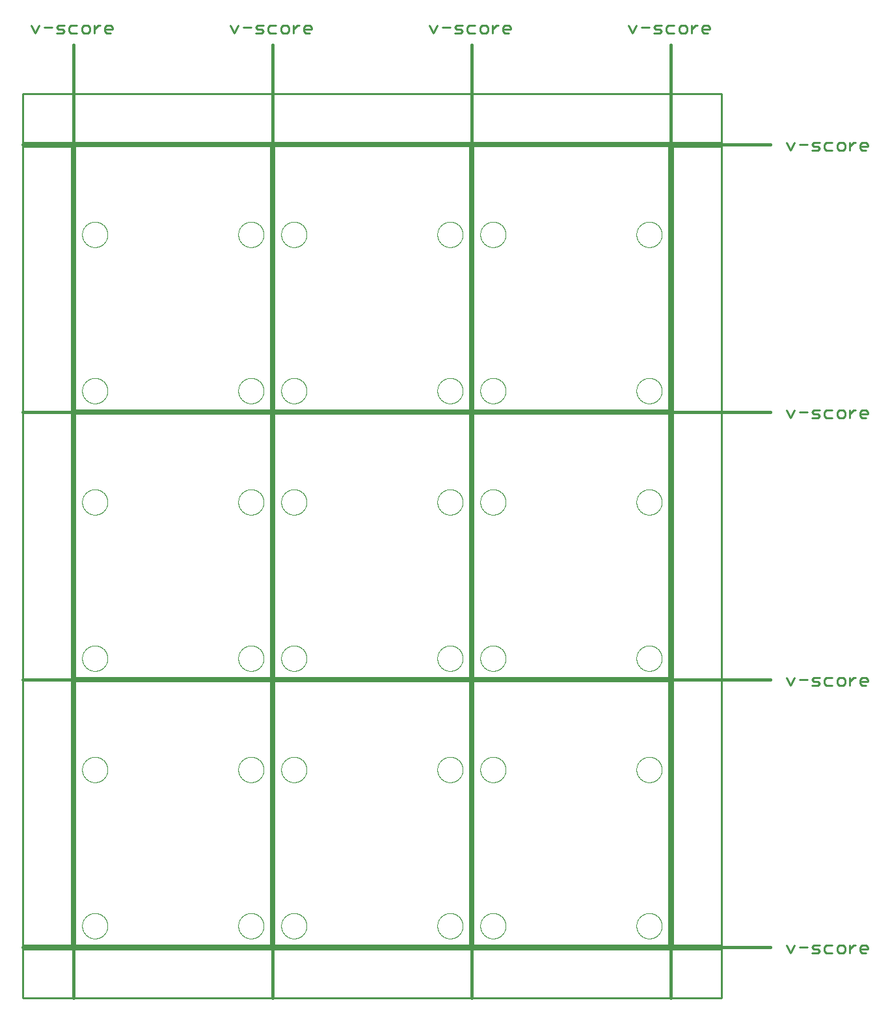
<source format=gko>
G75*
%MOIN*%
%OFA0B0*%
%FSLAX25Y25*%
%IPPOS*%
%LPD*%
%AMOC8*
5,1,8,0,0,1.08239X$1,22.5*
%
%ADD10C,0.00800*%
%ADD11C,0.01500*%
%ADD12C,0.01100*%
%ADD13C,0.01000*%
%ADD14C,0.00000*%
D10*
X0028750Y0028750D02*
X0028750Y0163750D01*
X0128750Y0163750D01*
X0128750Y0028750D01*
X0028750Y0028750D01*
X0130750Y0028750D02*
X0130750Y0163750D01*
X0230750Y0163750D01*
X0230750Y0028750D01*
X0130750Y0028750D01*
X0232750Y0028750D02*
X0232750Y0163750D01*
X0332750Y0163750D01*
X0332750Y0028750D01*
X0232750Y0028750D01*
X0232750Y0165750D02*
X0232750Y0300750D01*
X0332750Y0300750D01*
X0332750Y0165750D01*
X0232750Y0165750D01*
X0230750Y0165750D02*
X0130750Y0165750D01*
X0130750Y0300750D01*
X0230750Y0300750D01*
X0230750Y0165750D01*
X0128750Y0165750D02*
X0028750Y0165750D01*
X0028750Y0300750D01*
X0128750Y0300750D01*
X0128750Y0165750D01*
X0128750Y0302750D02*
X0028750Y0302750D01*
X0028750Y0437750D01*
X0128750Y0437750D01*
X0128750Y0302750D01*
X0130750Y0302750D02*
X0130750Y0437750D01*
X0230750Y0437750D01*
X0230750Y0302750D01*
X0130750Y0302750D01*
X0232750Y0302750D02*
X0232750Y0437750D01*
X0332750Y0437750D01*
X0332750Y0302750D01*
X0232750Y0302750D01*
D11*
X0384750Y0301750D02*
X0001750Y0301750D01*
X0001750Y0164750D02*
X0384750Y0164750D01*
X0384750Y0027750D02*
X0001750Y0027750D01*
X0027750Y0001750D02*
X0027750Y0489750D01*
X0001750Y0438750D02*
X0384750Y0438750D01*
X0333750Y0489750D02*
X0333750Y0001750D01*
X0231750Y0001750D02*
X0231750Y0489750D01*
X0129750Y0489750D02*
X0129750Y0001750D01*
D12*
X0393278Y0028737D02*
X0395246Y0024800D01*
X0397215Y0028737D01*
X0399723Y0027753D02*
X0403660Y0027753D01*
X0406169Y0027753D02*
X0407153Y0028737D01*
X0410106Y0028737D01*
X0409121Y0026768D02*
X0410106Y0025784D01*
X0409121Y0024800D01*
X0406169Y0024800D01*
X0407153Y0026768D02*
X0406169Y0027753D01*
X0407153Y0026768D02*
X0409121Y0026768D01*
X0412614Y0025784D02*
X0413599Y0024800D01*
X0416551Y0024800D01*
X0419060Y0025784D02*
X0420044Y0024800D01*
X0422012Y0024800D01*
X0422997Y0025784D01*
X0422997Y0027753D01*
X0422012Y0028737D01*
X0420044Y0028737D01*
X0419060Y0027753D01*
X0419060Y0025784D01*
X0416551Y0028737D02*
X0413599Y0028737D01*
X0412614Y0027753D01*
X0412614Y0025784D01*
X0425505Y0024800D02*
X0425505Y0028737D01*
X0425505Y0026768D02*
X0427474Y0028737D01*
X0428458Y0028737D01*
X0430877Y0027753D02*
X0431861Y0028737D01*
X0433829Y0028737D01*
X0434813Y0027753D01*
X0434813Y0026768D01*
X0430877Y0026768D01*
X0430877Y0025784D02*
X0430877Y0027753D01*
X0430877Y0025784D02*
X0431861Y0024800D01*
X0433829Y0024800D01*
X0433829Y0161800D02*
X0431861Y0161800D01*
X0430877Y0162784D01*
X0430877Y0164753D01*
X0431861Y0165737D01*
X0433829Y0165737D01*
X0434813Y0164753D01*
X0434813Y0163768D01*
X0430877Y0163768D01*
X0428458Y0165737D02*
X0427474Y0165737D01*
X0425505Y0163768D01*
X0425505Y0161800D02*
X0425505Y0165737D01*
X0422997Y0164753D02*
X0422012Y0165737D01*
X0420044Y0165737D01*
X0419060Y0164753D01*
X0419060Y0162784D01*
X0420044Y0161800D01*
X0422012Y0161800D01*
X0422997Y0162784D01*
X0422997Y0164753D01*
X0416551Y0165737D02*
X0413599Y0165737D01*
X0412614Y0164753D01*
X0412614Y0162784D01*
X0413599Y0161800D01*
X0416551Y0161800D01*
X0410106Y0162784D02*
X0409121Y0163768D01*
X0407153Y0163768D01*
X0406169Y0164753D01*
X0407153Y0165737D01*
X0410106Y0165737D01*
X0410106Y0162784D02*
X0409121Y0161800D01*
X0406169Y0161800D01*
X0403660Y0164753D02*
X0399723Y0164753D01*
X0397215Y0165737D02*
X0395246Y0161800D01*
X0393278Y0165737D01*
X0395246Y0298800D02*
X0397215Y0302737D01*
X0399723Y0301753D02*
X0403660Y0301753D01*
X0406169Y0301753D02*
X0407153Y0302737D01*
X0410106Y0302737D01*
X0409121Y0300768D02*
X0410106Y0299784D01*
X0409121Y0298800D01*
X0406169Y0298800D01*
X0407153Y0300768D02*
X0406169Y0301753D01*
X0407153Y0300768D02*
X0409121Y0300768D01*
X0412614Y0299784D02*
X0413599Y0298800D01*
X0416551Y0298800D01*
X0419060Y0299784D02*
X0420044Y0298800D01*
X0422012Y0298800D01*
X0422997Y0299784D01*
X0422997Y0301753D01*
X0422012Y0302737D01*
X0420044Y0302737D01*
X0419060Y0301753D01*
X0419060Y0299784D01*
X0416551Y0302737D02*
X0413599Y0302737D01*
X0412614Y0301753D01*
X0412614Y0299784D01*
X0425505Y0298800D02*
X0425505Y0302737D01*
X0425505Y0300768D02*
X0427474Y0302737D01*
X0428458Y0302737D01*
X0430877Y0301753D02*
X0431861Y0302737D01*
X0433829Y0302737D01*
X0434813Y0301753D01*
X0434813Y0300768D01*
X0430877Y0300768D01*
X0430877Y0299784D02*
X0430877Y0301753D01*
X0430877Y0299784D02*
X0431861Y0298800D01*
X0433829Y0298800D01*
X0395246Y0298800D02*
X0393278Y0302737D01*
X0395246Y0435800D02*
X0397215Y0439737D01*
X0399723Y0438753D02*
X0403660Y0438753D01*
X0406169Y0438753D02*
X0407153Y0439737D01*
X0410106Y0439737D01*
X0409121Y0437768D02*
X0410106Y0436784D01*
X0409121Y0435800D01*
X0406169Y0435800D01*
X0407153Y0437768D02*
X0406169Y0438753D01*
X0407153Y0437768D02*
X0409121Y0437768D01*
X0412614Y0436784D02*
X0413599Y0435800D01*
X0416551Y0435800D01*
X0419060Y0436784D02*
X0420044Y0435800D01*
X0422012Y0435800D01*
X0422997Y0436784D01*
X0422997Y0438753D01*
X0422012Y0439737D01*
X0420044Y0439737D01*
X0419060Y0438753D01*
X0419060Y0436784D01*
X0416551Y0439737D02*
X0413599Y0439737D01*
X0412614Y0438753D01*
X0412614Y0436784D01*
X0425505Y0435800D02*
X0425505Y0439737D01*
X0425505Y0437768D02*
X0427474Y0439737D01*
X0428458Y0439737D01*
X0430877Y0438753D02*
X0431861Y0439737D01*
X0433829Y0439737D01*
X0434813Y0438753D01*
X0434813Y0437768D01*
X0430877Y0437768D01*
X0430877Y0436784D02*
X0430877Y0438753D01*
X0430877Y0436784D02*
X0431861Y0435800D01*
X0433829Y0435800D01*
X0395246Y0435800D02*
X0393278Y0439737D01*
X0352829Y0495800D02*
X0350861Y0495800D01*
X0349877Y0496784D01*
X0349877Y0498753D01*
X0350861Y0499737D01*
X0352829Y0499737D01*
X0353813Y0498753D01*
X0353813Y0497768D01*
X0349877Y0497768D01*
X0347458Y0499737D02*
X0346474Y0499737D01*
X0344505Y0497768D01*
X0344505Y0495800D02*
X0344505Y0499737D01*
X0341997Y0498753D02*
X0341012Y0499737D01*
X0339044Y0499737D01*
X0338060Y0498753D01*
X0338060Y0496784D01*
X0339044Y0495800D01*
X0341012Y0495800D01*
X0341997Y0496784D01*
X0341997Y0498753D01*
X0335551Y0499737D02*
X0332599Y0499737D01*
X0331614Y0498753D01*
X0331614Y0496784D01*
X0332599Y0495800D01*
X0335551Y0495800D01*
X0329106Y0496784D02*
X0328121Y0497768D01*
X0326153Y0497768D01*
X0325169Y0498753D01*
X0326153Y0499737D01*
X0329106Y0499737D01*
X0329106Y0496784D02*
X0328121Y0495800D01*
X0325169Y0495800D01*
X0322660Y0498753D02*
X0318723Y0498753D01*
X0316215Y0499737D02*
X0314246Y0495800D01*
X0312278Y0499737D01*
X0251813Y0498753D02*
X0251813Y0497768D01*
X0247877Y0497768D01*
X0247877Y0496784D02*
X0247877Y0498753D01*
X0248861Y0499737D01*
X0250829Y0499737D01*
X0251813Y0498753D01*
X0250829Y0495800D02*
X0248861Y0495800D01*
X0247877Y0496784D01*
X0245458Y0499737D02*
X0244474Y0499737D01*
X0242505Y0497768D01*
X0242505Y0495800D02*
X0242505Y0499737D01*
X0239997Y0498753D02*
X0239012Y0499737D01*
X0237044Y0499737D01*
X0236060Y0498753D01*
X0236060Y0496784D01*
X0237044Y0495800D01*
X0239012Y0495800D01*
X0239997Y0496784D01*
X0239997Y0498753D01*
X0233551Y0499737D02*
X0230599Y0499737D01*
X0229614Y0498753D01*
X0229614Y0496784D01*
X0230599Y0495800D01*
X0233551Y0495800D01*
X0227106Y0496784D02*
X0226121Y0497768D01*
X0224153Y0497768D01*
X0223169Y0498753D01*
X0224153Y0499737D01*
X0227106Y0499737D01*
X0227106Y0496784D02*
X0226121Y0495800D01*
X0223169Y0495800D01*
X0220660Y0498753D02*
X0216723Y0498753D01*
X0214215Y0499737D02*
X0212246Y0495800D01*
X0210278Y0499737D01*
X0149813Y0498753D02*
X0149813Y0497768D01*
X0145877Y0497768D01*
X0145877Y0496784D02*
X0145877Y0498753D01*
X0146861Y0499737D01*
X0148829Y0499737D01*
X0149813Y0498753D01*
X0148829Y0495800D02*
X0146861Y0495800D01*
X0145877Y0496784D01*
X0143458Y0499737D02*
X0142474Y0499737D01*
X0140505Y0497768D01*
X0140505Y0495800D02*
X0140505Y0499737D01*
X0137997Y0498753D02*
X0137012Y0499737D01*
X0135044Y0499737D01*
X0134060Y0498753D01*
X0134060Y0496784D01*
X0135044Y0495800D01*
X0137012Y0495800D01*
X0137997Y0496784D01*
X0137997Y0498753D01*
X0131551Y0499737D02*
X0128599Y0499737D01*
X0127614Y0498753D01*
X0127614Y0496784D01*
X0128599Y0495800D01*
X0131551Y0495800D01*
X0125106Y0496784D02*
X0124121Y0497768D01*
X0122153Y0497768D01*
X0121169Y0498753D01*
X0122153Y0499737D01*
X0125106Y0499737D01*
X0125106Y0496784D02*
X0124121Y0495800D01*
X0121169Y0495800D01*
X0118660Y0498753D02*
X0114723Y0498753D01*
X0112215Y0499737D02*
X0110246Y0495800D01*
X0108278Y0499737D01*
X0047813Y0498753D02*
X0047813Y0497768D01*
X0043877Y0497768D01*
X0043877Y0496784D02*
X0043877Y0498753D01*
X0044861Y0499737D01*
X0046829Y0499737D01*
X0047813Y0498753D01*
X0046829Y0495800D02*
X0044861Y0495800D01*
X0043877Y0496784D01*
X0041458Y0499737D02*
X0040474Y0499737D01*
X0038505Y0497768D01*
X0038505Y0495800D02*
X0038505Y0499737D01*
X0035997Y0498753D02*
X0035012Y0499737D01*
X0033044Y0499737D01*
X0032060Y0498753D01*
X0032060Y0496784D01*
X0033044Y0495800D01*
X0035012Y0495800D01*
X0035997Y0496784D01*
X0035997Y0498753D01*
X0029551Y0499737D02*
X0026599Y0499737D01*
X0025614Y0498753D01*
X0025614Y0496784D01*
X0026599Y0495800D01*
X0029551Y0495800D01*
X0023106Y0496784D02*
X0022121Y0497768D01*
X0020153Y0497768D01*
X0019169Y0498753D01*
X0020153Y0499737D01*
X0023106Y0499737D01*
X0023106Y0496784D02*
X0022121Y0495800D01*
X0019169Y0495800D01*
X0016660Y0498753D02*
X0012723Y0498753D01*
X0010215Y0499737D02*
X0008246Y0495800D01*
X0006278Y0499737D01*
D13*
X0001750Y0026750D02*
X0001750Y0001750D01*
X0359750Y0001750D01*
X0359750Y0026750D01*
X0001750Y0026750D01*
X0001750Y0028750D02*
X0001750Y0437750D01*
X0026750Y0437750D01*
X0026750Y0028750D01*
X0001750Y0028750D01*
X0334750Y0028750D02*
X0334750Y0437750D01*
X0359750Y0437750D01*
X0359750Y0028750D01*
X0334750Y0028750D01*
X0359750Y0439750D02*
X0001750Y0439750D01*
X0001750Y0464750D01*
X0359750Y0464750D01*
X0359750Y0439750D01*
D14*
X0316250Y0392750D02*
X0316252Y0392911D01*
X0316258Y0393071D01*
X0316268Y0393232D01*
X0316282Y0393392D01*
X0316300Y0393552D01*
X0316321Y0393711D01*
X0316347Y0393870D01*
X0316377Y0394028D01*
X0316410Y0394185D01*
X0316448Y0394342D01*
X0316489Y0394497D01*
X0316534Y0394651D01*
X0316583Y0394804D01*
X0316636Y0394956D01*
X0316692Y0395107D01*
X0316753Y0395256D01*
X0316816Y0395404D01*
X0316884Y0395550D01*
X0316955Y0395694D01*
X0317029Y0395836D01*
X0317107Y0395977D01*
X0317189Y0396115D01*
X0317274Y0396252D01*
X0317362Y0396386D01*
X0317454Y0396518D01*
X0317549Y0396648D01*
X0317647Y0396776D01*
X0317748Y0396901D01*
X0317852Y0397023D01*
X0317959Y0397143D01*
X0318069Y0397260D01*
X0318182Y0397375D01*
X0318298Y0397486D01*
X0318417Y0397595D01*
X0318538Y0397700D01*
X0318662Y0397803D01*
X0318788Y0397903D01*
X0318916Y0397999D01*
X0319047Y0398092D01*
X0319181Y0398182D01*
X0319316Y0398269D01*
X0319454Y0398352D01*
X0319593Y0398432D01*
X0319735Y0398508D01*
X0319878Y0398581D01*
X0320023Y0398650D01*
X0320170Y0398716D01*
X0320318Y0398778D01*
X0320468Y0398836D01*
X0320619Y0398891D01*
X0320772Y0398942D01*
X0320926Y0398989D01*
X0321081Y0399032D01*
X0321237Y0399071D01*
X0321393Y0399107D01*
X0321551Y0399138D01*
X0321709Y0399166D01*
X0321868Y0399190D01*
X0322028Y0399210D01*
X0322188Y0399226D01*
X0322348Y0399238D01*
X0322509Y0399246D01*
X0322670Y0399250D01*
X0322830Y0399250D01*
X0322991Y0399246D01*
X0323152Y0399238D01*
X0323312Y0399226D01*
X0323472Y0399210D01*
X0323632Y0399190D01*
X0323791Y0399166D01*
X0323949Y0399138D01*
X0324107Y0399107D01*
X0324263Y0399071D01*
X0324419Y0399032D01*
X0324574Y0398989D01*
X0324728Y0398942D01*
X0324881Y0398891D01*
X0325032Y0398836D01*
X0325182Y0398778D01*
X0325330Y0398716D01*
X0325477Y0398650D01*
X0325622Y0398581D01*
X0325765Y0398508D01*
X0325907Y0398432D01*
X0326046Y0398352D01*
X0326184Y0398269D01*
X0326319Y0398182D01*
X0326453Y0398092D01*
X0326584Y0397999D01*
X0326712Y0397903D01*
X0326838Y0397803D01*
X0326962Y0397700D01*
X0327083Y0397595D01*
X0327202Y0397486D01*
X0327318Y0397375D01*
X0327431Y0397260D01*
X0327541Y0397143D01*
X0327648Y0397023D01*
X0327752Y0396901D01*
X0327853Y0396776D01*
X0327951Y0396648D01*
X0328046Y0396518D01*
X0328138Y0396386D01*
X0328226Y0396252D01*
X0328311Y0396115D01*
X0328393Y0395977D01*
X0328471Y0395836D01*
X0328545Y0395694D01*
X0328616Y0395550D01*
X0328684Y0395404D01*
X0328747Y0395256D01*
X0328808Y0395107D01*
X0328864Y0394956D01*
X0328917Y0394804D01*
X0328966Y0394651D01*
X0329011Y0394497D01*
X0329052Y0394342D01*
X0329090Y0394185D01*
X0329123Y0394028D01*
X0329153Y0393870D01*
X0329179Y0393711D01*
X0329200Y0393552D01*
X0329218Y0393392D01*
X0329232Y0393232D01*
X0329242Y0393071D01*
X0329248Y0392911D01*
X0329250Y0392750D01*
X0329248Y0392589D01*
X0329242Y0392429D01*
X0329232Y0392268D01*
X0329218Y0392108D01*
X0329200Y0391948D01*
X0329179Y0391789D01*
X0329153Y0391630D01*
X0329123Y0391472D01*
X0329090Y0391315D01*
X0329052Y0391158D01*
X0329011Y0391003D01*
X0328966Y0390849D01*
X0328917Y0390696D01*
X0328864Y0390544D01*
X0328808Y0390393D01*
X0328747Y0390244D01*
X0328684Y0390096D01*
X0328616Y0389950D01*
X0328545Y0389806D01*
X0328471Y0389664D01*
X0328393Y0389523D01*
X0328311Y0389385D01*
X0328226Y0389248D01*
X0328138Y0389114D01*
X0328046Y0388982D01*
X0327951Y0388852D01*
X0327853Y0388724D01*
X0327752Y0388599D01*
X0327648Y0388477D01*
X0327541Y0388357D01*
X0327431Y0388240D01*
X0327318Y0388125D01*
X0327202Y0388014D01*
X0327083Y0387905D01*
X0326962Y0387800D01*
X0326838Y0387697D01*
X0326712Y0387597D01*
X0326584Y0387501D01*
X0326453Y0387408D01*
X0326319Y0387318D01*
X0326184Y0387231D01*
X0326046Y0387148D01*
X0325907Y0387068D01*
X0325765Y0386992D01*
X0325622Y0386919D01*
X0325477Y0386850D01*
X0325330Y0386784D01*
X0325182Y0386722D01*
X0325032Y0386664D01*
X0324881Y0386609D01*
X0324728Y0386558D01*
X0324574Y0386511D01*
X0324419Y0386468D01*
X0324263Y0386429D01*
X0324107Y0386393D01*
X0323949Y0386362D01*
X0323791Y0386334D01*
X0323632Y0386310D01*
X0323472Y0386290D01*
X0323312Y0386274D01*
X0323152Y0386262D01*
X0322991Y0386254D01*
X0322830Y0386250D01*
X0322670Y0386250D01*
X0322509Y0386254D01*
X0322348Y0386262D01*
X0322188Y0386274D01*
X0322028Y0386290D01*
X0321868Y0386310D01*
X0321709Y0386334D01*
X0321551Y0386362D01*
X0321393Y0386393D01*
X0321237Y0386429D01*
X0321081Y0386468D01*
X0320926Y0386511D01*
X0320772Y0386558D01*
X0320619Y0386609D01*
X0320468Y0386664D01*
X0320318Y0386722D01*
X0320170Y0386784D01*
X0320023Y0386850D01*
X0319878Y0386919D01*
X0319735Y0386992D01*
X0319593Y0387068D01*
X0319454Y0387148D01*
X0319316Y0387231D01*
X0319181Y0387318D01*
X0319047Y0387408D01*
X0318916Y0387501D01*
X0318788Y0387597D01*
X0318662Y0387697D01*
X0318538Y0387800D01*
X0318417Y0387905D01*
X0318298Y0388014D01*
X0318182Y0388125D01*
X0318069Y0388240D01*
X0317959Y0388357D01*
X0317852Y0388477D01*
X0317748Y0388599D01*
X0317647Y0388724D01*
X0317549Y0388852D01*
X0317454Y0388982D01*
X0317362Y0389114D01*
X0317274Y0389248D01*
X0317189Y0389385D01*
X0317107Y0389523D01*
X0317029Y0389664D01*
X0316955Y0389806D01*
X0316884Y0389950D01*
X0316816Y0390096D01*
X0316753Y0390244D01*
X0316692Y0390393D01*
X0316636Y0390544D01*
X0316583Y0390696D01*
X0316534Y0390849D01*
X0316489Y0391003D01*
X0316448Y0391158D01*
X0316410Y0391315D01*
X0316377Y0391472D01*
X0316347Y0391630D01*
X0316321Y0391789D01*
X0316300Y0391948D01*
X0316282Y0392108D01*
X0316268Y0392268D01*
X0316258Y0392429D01*
X0316252Y0392589D01*
X0316250Y0392750D01*
X0236250Y0392750D02*
X0236252Y0392911D01*
X0236258Y0393071D01*
X0236268Y0393232D01*
X0236282Y0393392D01*
X0236300Y0393552D01*
X0236321Y0393711D01*
X0236347Y0393870D01*
X0236377Y0394028D01*
X0236410Y0394185D01*
X0236448Y0394342D01*
X0236489Y0394497D01*
X0236534Y0394651D01*
X0236583Y0394804D01*
X0236636Y0394956D01*
X0236692Y0395107D01*
X0236753Y0395256D01*
X0236816Y0395404D01*
X0236884Y0395550D01*
X0236955Y0395694D01*
X0237029Y0395836D01*
X0237107Y0395977D01*
X0237189Y0396115D01*
X0237274Y0396252D01*
X0237362Y0396386D01*
X0237454Y0396518D01*
X0237549Y0396648D01*
X0237647Y0396776D01*
X0237748Y0396901D01*
X0237852Y0397023D01*
X0237959Y0397143D01*
X0238069Y0397260D01*
X0238182Y0397375D01*
X0238298Y0397486D01*
X0238417Y0397595D01*
X0238538Y0397700D01*
X0238662Y0397803D01*
X0238788Y0397903D01*
X0238916Y0397999D01*
X0239047Y0398092D01*
X0239181Y0398182D01*
X0239316Y0398269D01*
X0239454Y0398352D01*
X0239593Y0398432D01*
X0239735Y0398508D01*
X0239878Y0398581D01*
X0240023Y0398650D01*
X0240170Y0398716D01*
X0240318Y0398778D01*
X0240468Y0398836D01*
X0240619Y0398891D01*
X0240772Y0398942D01*
X0240926Y0398989D01*
X0241081Y0399032D01*
X0241237Y0399071D01*
X0241393Y0399107D01*
X0241551Y0399138D01*
X0241709Y0399166D01*
X0241868Y0399190D01*
X0242028Y0399210D01*
X0242188Y0399226D01*
X0242348Y0399238D01*
X0242509Y0399246D01*
X0242670Y0399250D01*
X0242830Y0399250D01*
X0242991Y0399246D01*
X0243152Y0399238D01*
X0243312Y0399226D01*
X0243472Y0399210D01*
X0243632Y0399190D01*
X0243791Y0399166D01*
X0243949Y0399138D01*
X0244107Y0399107D01*
X0244263Y0399071D01*
X0244419Y0399032D01*
X0244574Y0398989D01*
X0244728Y0398942D01*
X0244881Y0398891D01*
X0245032Y0398836D01*
X0245182Y0398778D01*
X0245330Y0398716D01*
X0245477Y0398650D01*
X0245622Y0398581D01*
X0245765Y0398508D01*
X0245907Y0398432D01*
X0246046Y0398352D01*
X0246184Y0398269D01*
X0246319Y0398182D01*
X0246453Y0398092D01*
X0246584Y0397999D01*
X0246712Y0397903D01*
X0246838Y0397803D01*
X0246962Y0397700D01*
X0247083Y0397595D01*
X0247202Y0397486D01*
X0247318Y0397375D01*
X0247431Y0397260D01*
X0247541Y0397143D01*
X0247648Y0397023D01*
X0247752Y0396901D01*
X0247853Y0396776D01*
X0247951Y0396648D01*
X0248046Y0396518D01*
X0248138Y0396386D01*
X0248226Y0396252D01*
X0248311Y0396115D01*
X0248393Y0395977D01*
X0248471Y0395836D01*
X0248545Y0395694D01*
X0248616Y0395550D01*
X0248684Y0395404D01*
X0248747Y0395256D01*
X0248808Y0395107D01*
X0248864Y0394956D01*
X0248917Y0394804D01*
X0248966Y0394651D01*
X0249011Y0394497D01*
X0249052Y0394342D01*
X0249090Y0394185D01*
X0249123Y0394028D01*
X0249153Y0393870D01*
X0249179Y0393711D01*
X0249200Y0393552D01*
X0249218Y0393392D01*
X0249232Y0393232D01*
X0249242Y0393071D01*
X0249248Y0392911D01*
X0249250Y0392750D01*
X0249248Y0392589D01*
X0249242Y0392429D01*
X0249232Y0392268D01*
X0249218Y0392108D01*
X0249200Y0391948D01*
X0249179Y0391789D01*
X0249153Y0391630D01*
X0249123Y0391472D01*
X0249090Y0391315D01*
X0249052Y0391158D01*
X0249011Y0391003D01*
X0248966Y0390849D01*
X0248917Y0390696D01*
X0248864Y0390544D01*
X0248808Y0390393D01*
X0248747Y0390244D01*
X0248684Y0390096D01*
X0248616Y0389950D01*
X0248545Y0389806D01*
X0248471Y0389664D01*
X0248393Y0389523D01*
X0248311Y0389385D01*
X0248226Y0389248D01*
X0248138Y0389114D01*
X0248046Y0388982D01*
X0247951Y0388852D01*
X0247853Y0388724D01*
X0247752Y0388599D01*
X0247648Y0388477D01*
X0247541Y0388357D01*
X0247431Y0388240D01*
X0247318Y0388125D01*
X0247202Y0388014D01*
X0247083Y0387905D01*
X0246962Y0387800D01*
X0246838Y0387697D01*
X0246712Y0387597D01*
X0246584Y0387501D01*
X0246453Y0387408D01*
X0246319Y0387318D01*
X0246184Y0387231D01*
X0246046Y0387148D01*
X0245907Y0387068D01*
X0245765Y0386992D01*
X0245622Y0386919D01*
X0245477Y0386850D01*
X0245330Y0386784D01*
X0245182Y0386722D01*
X0245032Y0386664D01*
X0244881Y0386609D01*
X0244728Y0386558D01*
X0244574Y0386511D01*
X0244419Y0386468D01*
X0244263Y0386429D01*
X0244107Y0386393D01*
X0243949Y0386362D01*
X0243791Y0386334D01*
X0243632Y0386310D01*
X0243472Y0386290D01*
X0243312Y0386274D01*
X0243152Y0386262D01*
X0242991Y0386254D01*
X0242830Y0386250D01*
X0242670Y0386250D01*
X0242509Y0386254D01*
X0242348Y0386262D01*
X0242188Y0386274D01*
X0242028Y0386290D01*
X0241868Y0386310D01*
X0241709Y0386334D01*
X0241551Y0386362D01*
X0241393Y0386393D01*
X0241237Y0386429D01*
X0241081Y0386468D01*
X0240926Y0386511D01*
X0240772Y0386558D01*
X0240619Y0386609D01*
X0240468Y0386664D01*
X0240318Y0386722D01*
X0240170Y0386784D01*
X0240023Y0386850D01*
X0239878Y0386919D01*
X0239735Y0386992D01*
X0239593Y0387068D01*
X0239454Y0387148D01*
X0239316Y0387231D01*
X0239181Y0387318D01*
X0239047Y0387408D01*
X0238916Y0387501D01*
X0238788Y0387597D01*
X0238662Y0387697D01*
X0238538Y0387800D01*
X0238417Y0387905D01*
X0238298Y0388014D01*
X0238182Y0388125D01*
X0238069Y0388240D01*
X0237959Y0388357D01*
X0237852Y0388477D01*
X0237748Y0388599D01*
X0237647Y0388724D01*
X0237549Y0388852D01*
X0237454Y0388982D01*
X0237362Y0389114D01*
X0237274Y0389248D01*
X0237189Y0389385D01*
X0237107Y0389523D01*
X0237029Y0389664D01*
X0236955Y0389806D01*
X0236884Y0389950D01*
X0236816Y0390096D01*
X0236753Y0390244D01*
X0236692Y0390393D01*
X0236636Y0390544D01*
X0236583Y0390696D01*
X0236534Y0390849D01*
X0236489Y0391003D01*
X0236448Y0391158D01*
X0236410Y0391315D01*
X0236377Y0391472D01*
X0236347Y0391630D01*
X0236321Y0391789D01*
X0236300Y0391948D01*
X0236282Y0392108D01*
X0236268Y0392268D01*
X0236258Y0392429D01*
X0236252Y0392589D01*
X0236250Y0392750D01*
X0214250Y0392750D02*
X0214252Y0392911D01*
X0214258Y0393071D01*
X0214268Y0393232D01*
X0214282Y0393392D01*
X0214300Y0393552D01*
X0214321Y0393711D01*
X0214347Y0393870D01*
X0214377Y0394028D01*
X0214410Y0394185D01*
X0214448Y0394342D01*
X0214489Y0394497D01*
X0214534Y0394651D01*
X0214583Y0394804D01*
X0214636Y0394956D01*
X0214692Y0395107D01*
X0214753Y0395256D01*
X0214816Y0395404D01*
X0214884Y0395550D01*
X0214955Y0395694D01*
X0215029Y0395836D01*
X0215107Y0395977D01*
X0215189Y0396115D01*
X0215274Y0396252D01*
X0215362Y0396386D01*
X0215454Y0396518D01*
X0215549Y0396648D01*
X0215647Y0396776D01*
X0215748Y0396901D01*
X0215852Y0397023D01*
X0215959Y0397143D01*
X0216069Y0397260D01*
X0216182Y0397375D01*
X0216298Y0397486D01*
X0216417Y0397595D01*
X0216538Y0397700D01*
X0216662Y0397803D01*
X0216788Y0397903D01*
X0216916Y0397999D01*
X0217047Y0398092D01*
X0217181Y0398182D01*
X0217316Y0398269D01*
X0217454Y0398352D01*
X0217593Y0398432D01*
X0217735Y0398508D01*
X0217878Y0398581D01*
X0218023Y0398650D01*
X0218170Y0398716D01*
X0218318Y0398778D01*
X0218468Y0398836D01*
X0218619Y0398891D01*
X0218772Y0398942D01*
X0218926Y0398989D01*
X0219081Y0399032D01*
X0219237Y0399071D01*
X0219393Y0399107D01*
X0219551Y0399138D01*
X0219709Y0399166D01*
X0219868Y0399190D01*
X0220028Y0399210D01*
X0220188Y0399226D01*
X0220348Y0399238D01*
X0220509Y0399246D01*
X0220670Y0399250D01*
X0220830Y0399250D01*
X0220991Y0399246D01*
X0221152Y0399238D01*
X0221312Y0399226D01*
X0221472Y0399210D01*
X0221632Y0399190D01*
X0221791Y0399166D01*
X0221949Y0399138D01*
X0222107Y0399107D01*
X0222263Y0399071D01*
X0222419Y0399032D01*
X0222574Y0398989D01*
X0222728Y0398942D01*
X0222881Y0398891D01*
X0223032Y0398836D01*
X0223182Y0398778D01*
X0223330Y0398716D01*
X0223477Y0398650D01*
X0223622Y0398581D01*
X0223765Y0398508D01*
X0223907Y0398432D01*
X0224046Y0398352D01*
X0224184Y0398269D01*
X0224319Y0398182D01*
X0224453Y0398092D01*
X0224584Y0397999D01*
X0224712Y0397903D01*
X0224838Y0397803D01*
X0224962Y0397700D01*
X0225083Y0397595D01*
X0225202Y0397486D01*
X0225318Y0397375D01*
X0225431Y0397260D01*
X0225541Y0397143D01*
X0225648Y0397023D01*
X0225752Y0396901D01*
X0225853Y0396776D01*
X0225951Y0396648D01*
X0226046Y0396518D01*
X0226138Y0396386D01*
X0226226Y0396252D01*
X0226311Y0396115D01*
X0226393Y0395977D01*
X0226471Y0395836D01*
X0226545Y0395694D01*
X0226616Y0395550D01*
X0226684Y0395404D01*
X0226747Y0395256D01*
X0226808Y0395107D01*
X0226864Y0394956D01*
X0226917Y0394804D01*
X0226966Y0394651D01*
X0227011Y0394497D01*
X0227052Y0394342D01*
X0227090Y0394185D01*
X0227123Y0394028D01*
X0227153Y0393870D01*
X0227179Y0393711D01*
X0227200Y0393552D01*
X0227218Y0393392D01*
X0227232Y0393232D01*
X0227242Y0393071D01*
X0227248Y0392911D01*
X0227250Y0392750D01*
X0227248Y0392589D01*
X0227242Y0392429D01*
X0227232Y0392268D01*
X0227218Y0392108D01*
X0227200Y0391948D01*
X0227179Y0391789D01*
X0227153Y0391630D01*
X0227123Y0391472D01*
X0227090Y0391315D01*
X0227052Y0391158D01*
X0227011Y0391003D01*
X0226966Y0390849D01*
X0226917Y0390696D01*
X0226864Y0390544D01*
X0226808Y0390393D01*
X0226747Y0390244D01*
X0226684Y0390096D01*
X0226616Y0389950D01*
X0226545Y0389806D01*
X0226471Y0389664D01*
X0226393Y0389523D01*
X0226311Y0389385D01*
X0226226Y0389248D01*
X0226138Y0389114D01*
X0226046Y0388982D01*
X0225951Y0388852D01*
X0225853Y0388724D01*
X0225752Y0388599D01*
X0225648Y0388477D01*
X0225541Y0388357D01*
X0225431Y0388240D01*
X0225318Y0388125D01*
X0225202Y0388014D01*
X0225083Y0387905D01*
X0224962Y0387800D01*
X0224838Y0387697D01*
X0224712Y0387597D01*
X0224584Y0387501D01*
X0224453Y0387408D01*
X0224319Y0387318D01*
X0224184Y0387231D01*
X0224046Y0387148D01*
X0223907Y0387068D01*
X0223765Y0386992D01*
X0223622Y0386919D01*
X0223477Y0386850D01*
X0223330Y0386784D01*
X0223182Y0386722D01*
X0223032Y0386664D01*
X0222881Y0386609D01*
X0222728Y0386558D01*
X0222574Y0386511D01*
X0222419Y0386468D01*
X0222263Y0386429D01*
X0222107Y0386393D01*
X0221949Y0386362D01*
X0221791Y0386334D01*
X0221632Y0386310D01*
X0221472Y0386290D01*
X0221312Y0386274D01*
X0221152Y0386262D01*
X0220991Y0386254D01*
X0220830Y0386250D01*
X0220670Y0386250D01*
X0220509Y0386254D01*
X0220348Y0386262D01*
X0220188Y0386274D01*
X0220028Y0386290D01*
X0219868Y0386310D01*
X0219709Y0386334D01*
X0219551Y0386362D01*
X0219393Y0386393D01*
X0219237Y0386429D01*
X0219081Y0386468D01*
X0218926Y0386511D01*
X0218772Y0386558D01*
X0218619Y0386609D01*
X0218468Y0386664D01*
X0218318Y0386722D01*
X0218170Y0386784D01*
X0218023Y0386850D01*
X0217878Y0386919D01*
X0217735Y0386992D01*
X0217593Y0387068D01*
X0217454Y0387148D01*
X0217316Y0387231D01*
X0217181Y0387318D01*
X0217047Y0387408D01*
X0216916Y0387501D01*
X0216788Y0387597D01*
X0216662Y0387697D01*
X0216538Y0387800D01*
X0216417Y0387905D01*
X0216298Y0388014D01*
X0216182Y0388125D01*
X0216069Y0388240D01*
X0215959Y0388357D01*
X0215852Y0388477D01*
X0215748Y0388599D01*
X0215647Y0388724D01*
X0215549Y0388852D01*
X0215454Y0388982D01*
X0215362Y0389114D01*
X0215274Y0389248D01*
X0215189Y0389385D01*
X0215107Y0389523D01*
X0215029Y0389664D01*
X0214955Y0389806D01*
X0214884Y0389950D01*
X0214816Y0390096D01*
X0214753Y0390244D01*
X0214692Y0390393D01*
X0214636Y0390544D01*
X0214583Y0390696D01*
X0214534Y0390849D01*
X0214489Y0391003D01*
X0214448Y0391158D01*
X0214410Y0391315D01*
X0214377Y0391472D01*
X0214347Y0391630D01*
X0214321Y0391789D01*
X0214300Y0391948D01*
X0214282Y0392108D01*
X0214268Y0392268D01*
X0214258Y0392429D01*
X0214252Y0392589D01*
X0214250Y0392750D01*
X0214250Y0312750D02*
X0214252Y0312911D01*
X0214258Y0313071D01*
X0214268Y0313232D01*
X0214282Y0313392D01*
X0214300Y0313552D01*
X0214321Y0313711D01*
X0214347Y0313870D01*
X0214377Y0314028D01*
X0214410Y0314185D01*
X0214448Y0314342D01*
X0214489Y0314497D01*
X0214534Y0314651D01*
X0214583Y0314804D01*
X0214636Y0314956D01*
X0214692Y0315107D01*
X0214753Y0315256D01*
X0214816Y0315404D01*
X0214884Y0315550D01*
X0214955Y0315694D01*
X0215029Y0315836D01*
X0215107Y0315977D01*
X0215189Y0316115D01*
X0215274Y0316252D01*
X0215362Y0316386D01*
X0215454Y0316518D01*
X0215549Y0316648D01*
X0215647Y0316776D01*
X0215748Y0316901D01*
X0215852Y0317023D01*
X0215959Y0317143D01*
X0216069Y0317260D01*
X0216182Y0317375D01*
X0216298Y0317486D01*
X0216417Y0317595D01*
X0216538Y0317700D01*
X0216662Y0317803D01*
X0216788Y0317903D01*
X0216916Y0317999D01*
X0217047Y0318092D01*
X0217181Y0318182D01*
X0217316Y0318269D01*
X0217454Y0318352D01*
X0217593Y0318432D01*
X0217735Y0318508D01*
X0217878Y0318581D01*
X0218023Y0318650D01*
X0218170Y0318716D01*
X0218318Y0318778D01*
X0218468Y0318836D01*
X0218619Y0318891D01*
X0218772Y0318942D01*
X0218926Y0318989D01*
X0219081Y0319032D01*
X0219237Y0319071D01*
X0219393Y0319107D01*
X0219551Y0319138D01*
X0219709Y0319166D01*
X0219868Y0319190D01*
X0220028Y0319210D01*
X0220188Y0319226D01*
X0220348Y0319238D01*
X0220509Y0319246D01*
X0220670Y0319250D01*
X0220830Y0319250D01*
X0220991Y0319246D01*
X0221152Y0319238D01*
X0221312Y0319226D01*
X0221472Y0319210D01*
X0221632Y0319190D01*
X0221791Y0319166D01*
X0221949Y0319138D01*
X0222107Y0319107D01*
X0222263Y0319071D01*
X0222419Y0319032D01*
X0222574Y0318989D01*
X0222728Y0318942D01*
X0222881Y0318891D01*
X0223032Y0318836D01*
X0223182Y0318778D01*
X0223330Y0318716D01*
X0223477Y0318650D01*
X0223622Y0318581D01*
X0223765Y0318508D01*
X0223907Y0318432D01*
X0224046Y0318352D01*
X0224184Y0318269D01*
X0224319Y0318182D01*
X0224453Y0318092D01*
X0224584Y0317999D01*
X0224712Y0317903D01*
X0224838Y0317803D01*
X0224962Y0317700D01*
X0225083Y0317595D01*
X0225202Y0317486D01*
X0225318Y0317375D01*
X0225431Y0317260D01*
X0225541Y0317143D01*
X0225648Y0317023D01*
X0225752Y0316901D01*
X0225853Y0316776D01*
X0225951Y0316648D01*
X0226046Y0316518D01*
X0226138Y0316386D01*
X0226226Y0316252D01*
X0226311Y0316115D01*
X0226393Y0315977D01*
X0226471Y0315836D01*
X0226545Y0315694D01*
X0226616Y0315550D01*
X0226684Y0315404D01*
X0226747Y0315256D01*
X0226808Y0315107D01*
X0226864Y0314956D01*
X0226917Y0314804D01*
X0226966Y0314651D01*
X0227011Y0314497D01*
X0227052Y0314342D01*
X0227090Y0314185D01*
X0227123Y0314028D01*
X0227153Y0313870D01*
X0227179Y0313711D01*
X0227200Y0313552D01*
X0227218Y0313392D01*
X0227232Y0313232D01*
X0227242Y0313071D01*
X0227248Y0312911D01*
X0227250Y0312750D01*
X0227248Y0312589D01*
X0227242Y0312429D01*
X0227232Y0312268D01*
X0227218Y0312108D01*
X0227200Y0311948D01*
X0227179Y0311789D01*
X0227153Y0311630D01*
X0227123Y0311472D01*
X0227090Y0311315D01*
X0227052Y0311158D01*
X0227011Y0311003D01*
X0226966Y0310849D01*
X0226917Y0310696D01*
X0226864Y0310544D01*
X0226808Y0310393D01*
X0226747Y0310244D01*
X0226684Y0310096D01*
X0226616Y0309950D01*
X0226545Y0309806D01*
X0226471Y0309664D01*
X0226393Y0309523D01*
X0226311Y0309385D01*
X0226226Y0309248D01*
X0226138Y0309114D01*
X0226046Y0308982D01*
X0225951Y0308852D01*
X0225853Y0308724D01*
X0225752Y0308599D01*
X0225648Y0308477D01*
X0225541Y0308357D01*
X0225431Y0308240D01*
X0225318Y0308125D01*
X0225202Y0308014D01*
X0225083Y0307905D01*
X0224962Y0307800D01*
X0224838Y0307697D01*
X0224712Y0307597D01*
X0224584Y0307501D01*
X0224453Y0307408D01*
X0224319Y0307318D01*
X0224184Y0307231D01*
X0224046Y0307148D01*
X0223907Y0307068D01*
X0223765Y0306992D01*
X0223622Y0306919D01*
X0223477Y0306850D01*
X0223330Y0306784D01*
X0223182Y0306722D01*
X0223032Y0306664D01*
X0222881Y0306609D01*
X0222728Y0306558D01*
X0222574Y0306511D01*
X0222419Y0306468D01*
X0222263Y0306429D01*
X0222107Y0306393D01*
X0221949Y0306362D01*
X0221791Y0306334D01*
X0221632Y0306310D01*
X0221472Y0306290D01*
X0221312Y0306274D01*
X0221152Y0306262D01*
X0220991Y0306254D01*
X0220830Y0306250D01*
X0220670Y0306250D01*
X0220509Y0306254D01*
X0220348Y0306262D01*
X0220188Y0306274D01*
X0220028Y0306290D01*
X0219868Y0306310D01*
X0219709Y0306334D01*
X0219551Y0306362D01*
X0219393Y0306393D01*
X0219237Y0306429D01*
X0219081Y0306468D01*
X0218926Y0306511D01*
X0218772Y0306558D01*
X0218619Y0306609D01*
X0218468Y0306664D01*
X0218318Y0306722D01*
X0218170Y0306784D01*
X0218023Y0306850D01*
X0217878Y0306919D01*
X0217735Y0306992D01*
X0217593Y0307068D01*
X0217454Y0307148D01*
X0217316Y0307231D01*
X0217181Y0307318D01*
X0217047Y0307408D01*
X0216916Y0307501D01*
X0216788Y0307597D01*
X0216662Y0307697D01*
X0216538Y0307800D01*
X0216417Y0307905D01*
X0216298Y0308014D01*
X0216182Y0308125D01*
X0216069Y0308240D01*
X0215959Y0308357D01*
X0215852Y0308477D01*
X0215748Y0308599D01*
X0215647Y0308724D01*
X0215549Y0308852D01*
X0215454Y0308982D01*
X0215362Y0309114D01*
X0215274Y0309248D01*
X0215189Y0309385D01*
X0215107Y0309523D01*
X0215029Y0309664D01*
X0214955Y0309806D01*
X0214884Y0309950D01*
X0214816Y0310096D01*
X0214753Y0310244D01*
X0214692Y0310393D01*
X0214636Y0310544D01*
X0214583Y0310696D01*
X0214534Y0310849D01*
X0214489Y0311003D01*
X0214448Y0311158D01*
X0214410Y0311315D01*
X0214377Y0311472D01*
X0214347Y0311630D01*
X0214321Y0311789D01*
X0214300Y0311948D01*
X0214282Y0312108D01*
X0214268Y0312268D01*
X0214258Y0312429D01*
X0214252Y0312589D01*
X0214250Y0312750D01*
X0236250Y0312750D02*
X0236252Y0312911D01*
X0236258Y0313071D01*
X0236268Y0313232D01*
X0236282Y0313392D01*
X0236300Y0313552D01*
X0236321Y0313711D01*
X0236347Y0313870D01*
X0236377Y0314028D01*
X0236410Y0314185D01*
X0236448Y0314342D01*
X0236489Y0314497D01*
X0236534Y0314651D01*
X0236583Y0314804D01*
X0236636Y0314956D01*
X0236692Y0315107D01*
X0236753Y0315256D01*
X0236816Y0315404D01*
X0236884Y0315550D01*
X0236955Y0315694D01*
X0237029Y0315836D01*
X0237107Y0315977D01*
X0237189Y0316115D01*
X0237274Y0316252D01*
X0237362Y0316386D01*
X0237454Y0316518D01*
X0237549Y0316648D01*
X0237647Y0316776D01*
X0237748Y0316901D01*
X0237852Y0317023D01*
X0237959Y0317143D01*
X0238069Y0317260D01*
X0238182Y0317375D01*
X0238298Y0317486D01*
X0238417Y0317595D01*
X0238538Y0317700D01*
X0238662Y0317803D01*
X0238788Y0317903D01*
X0238916Y0317999D01*
X0239047Y0318092D01*
X0239181Y0318182D01*
X0239316Y0318269D01*
X0239454Y0318352D01*
X0239593Y0318432D01*
X0239735Y0318508D01*
X0239878Y0318581D01*
X0240023Y0318650D01*
X0240170Y0318716D01*
X0240318Y0318778D01*
X0240468Y0318836D01*
X0240619Y0318891D01*
X0240772Y0318942D01*
X0240926Y0318989D01*
X0241081Y0319032D01*
X0241237Y0319071D01*
X0241393Y0319107D01*
X0241551Y0319138D01*
X0241709Y0319166D01*
X0241868Y0319190D01*
X0242028Y0319210D01*
X0242188Y0319226D01*
X0242348Y0319238D01*
X0242509Y0319246D01*
X0242670Y0319250D01*
X0242830Y0319250D01*
X0242991Y0319246D01*
X0243152Y0319238D01*
X0243312Y0319226D01*
X0243472Y0319210D01*
X0243632Y0319190D01*
X0243791Y0319166D01*
X0243949Y0319138D01*
X0244107Y0319107D01*
X0244263Y0319071D01*
X0244419Y0319032D01*
X0244574Y0318989D01*
X0244728Y0318942D01*
X0244881Y0318891D01*
X0245032Y0318836D01*
X0245182Y0318778D01*
X0245330Y0318716D01*
X0245477Y0318650D01*
X0245622Y0318581D01*
X0245765Y0318508D01*
X0245907Y0318432D01*
X0246046Y0318352D01*
X0246184Y0318269D01*
X0246319Y0318182D01*
X0246453Y0318092D01*
X0246584Y0317999D01*
X0246712Y0317903D01*
X0246838Y0317803D01*
X0246962Y0317700D01*
X0247083Y0317595D01*
X0247202Y0317486D01*
X0247318Y0317375D01*
X0247431Y0317260D01*
X0247541Y0317143D01*
X0247648Y0317023D01*
X0247752Y0316901D01*
X0247853Y0316776D01*
X0247951Y0316648D01*
X0248046Y0316518D01*
X0248138Y0316386D01*
X0248226Y0316252D01*
X0248311Y0316115D01*
X0248393Y0315977D01*
X0248471Y0315836D01*
X0248545Y0315694D01*
X0248616Y0315550D01*
X0248684Y0315404D01*
X0248747Y0315256D01*
X0248808Y0315107D01*
X0248864Y0314956D01*
X0248917Y0314804D01*
X0248966Y0314651D01*
X0249011Y0314497D01*
X0249052Y0314342D01*
X0249090Y0314185D01*
X0249123Y0314028D01*
X0249153Y0313870D01*
X0249179Y0313711D01*
X0249200Y0313552D01*
X0249218Y0313392D01*
X0249232Y0313232D01*
X0249242Y0313071D01*
X0249248Y0312911D01*
X0249250Y0312750D01*
X0249248Y0312589D01*
X0249242Y0312429D01*
X0249232Y0312268D01*
X0249218Y0312108D01*
X0249200Y0311948D01*
X0249179Y0311789D01*
X0249153Y0311630D01*
X0249123Y0311472D01*
X0249090Y0311315D01*
X0249052Y0311158D01*
X0249011Y0311003D01*
X0248966Y0310849D01*
X0248917Y0310696D01*
X0248864Y0310544D01*
X0248808Y0310393D01*
X0248747Y0310244D01*
X0248684Y0310096D01*
X0248616Y0309950D01*
X0248545Y0309806D01*
X0248471Y0309664D01*
X0248393Y0309523D01*
X0248311Y0309385D01*
X0248226Y0309248D01*
X0248138Y0309114D01*
X0248046Y0308982D01*
X0247951Y0308852D01*
X0247853Y0308724D01*
X0247752Y0308599D01*
X0247648Y0308477D01*
X0247541Y0308357D01*
X0247431Y0308240D01*
X0247318Y0308125D01*
X0247202Y0308014D01*
X0247083Y0307905D01*
X0246962Y0307800D01*
X0246838Y0307697D01*
X0246712Y0307597D01*
X0246584Y0307501D01*
X0246453Y0307408D01*
X0246319Y0307318D01*
X0246184Y0307231D01*
X0246046Y0307148D01*
X0245907Y0307068D01*
X0245765Y0306992D01*
X0245622Y0306919D01*
X0245477Y0306850D01*
X0245330Y0306784D01*
X0245182Y0306722D01*
X0245032Y0306664D01*
X0244881Y0306609D01*
X0244728Y0306558D01*
X0244574Y0306511D01*
X0244419Y0306468D01*
X0244263Y0306429D01*
X0244107Y0306393D01*
X0243949Y0306362D01*
X0243791Y0306334D01*
X0243632Y0306310D01*
X0243472Y0306290D01*
X0243312Y0306274D01*
X0243152Y0306262D01*
X0242991Y0306254D01*
X0242830Y0306250D01*
X0242670Y0306250D01*
X0242509Y0306254D01*
X0242348Y0306262D01*
X0242188Y0306274D01*
X0242028Y0306290D01*
X0241868Y0306310D01*
X0241709Y0306334D01*
X0241551Y0306362D01*
X0241393Y0306393D01*
X0241237Y0306429D01*
X0241081Y0306468D01*
X0240926Y0306511D01*
X0240772Y0306558D01*
X0240619Y0306609D01*
X0240468Y0306664D01*
X0240318Y0306722D01*
X0240170Y0306784D01*
X0240023Y0306850D01*
X0239878Y0306919D01*
X0239735Y0306992D01*
X0239593Y0307068D01*
X0239454Y0307148D01*
X0239316Y0307231D01*
X0239181Y0307318D01*
X0239047Y0307408D01*
X0238916Y0307501D01*
X0238788Y0307597D01*
X0238662Y0307697D01*
X0238538Y0307800D01*
X0238417Y0307905D01*
X0238298Y0308014D01*
X0238182Y0308125D01*
X0238069Y0308240D01*
X0237959Y0308357D01*
X0237852Y0308477D01*
X0237748Y0308599D01*
X0237647Y0308724D01*
X0237549Y0308852D01*
X0237454Y0308982D01*
X0237362Y0309114D01*
X0237274Y0309248D01*
X0237189Y0309385D01*
X0237107Y0309523D01*
X0237029Y0309664D01*
X0236955Y0309806D01*
X0236884Y0309950D01*
X0236816Y0310096D01*
X0236753Y0310244D01*
X0236692Y0310393D01*
X0236636Y0310544D01*
X0236583Y0310696D01*
X0236534Y0310849D01*
X0236489Y0311003D01*
X0236448Y0311158D01*
X0236410Y0311315D01*
X0236377Y0311472D01*
X0236347Y0311630D01*
X0236321Y0311789D01*
X0236300Y0311948D01*
X0236282Y0312108D01*
X0236268Y0312268D01*
X0236258Y0312429D01*
X0236252Y0312589D01*
X0236250Y0312750D01*
X0236250Y0255750D02*
X0236252Y0255911D01*
X0236258Y0256071D01*
X0236268Y0256232D01*
X0236282Y0256392D01*
X0236300Y0256552D01*
X0236321Y0256711D01*
X0236347Y0256870D01*
X0236377Y0257028D01*
X0236410Y0257185D01*
X0236448Y0257342D01*
X0236489Y0257497D01*
X0236534Y0257651D01*
X0236583Y0257804D01*
X0236636Y0257956D01*
X0236692Y0258107D01*
X0236753Y0258256D01*
X0236816Y0258404D01*
X0236884Y0258550D01*
X0236955Y0258694D01*
X0237029Y0258836D01*
X0237107Y0258977D01*
X0237189Y0259115D01*
X0237274Y0259252D01*
X0237362Y0259386D01*
X0237454Y0259518D01*
X0237549Y0259648D01*
X0237647Y0259776D01*
X0237748Y0259901D01*
X0237852Y0260023D01*
X0237959Y0260143D01*
X0238069Y0260260D01*
X0238182Y0260375D01*
X0238298Y0260486D01*
X0238417Y0260595D01*
X0238538Y0260700D01*
X0238662Y0260803D01*
X0238788Y0260903D01*
X0238916Y0260999D01*
X0239047Y0261092D01*
X0239181Y0261182D01*
X0239316Y0261269D01*
X0239454Y0261352D01*
X0239593Y0261432D01*
X0239735Y0261508D01*
X0239878Y0261581D01*
X0240023Y0261650D01*
X0240170Y0261716D01*
X0240318Y0261778D01*
X0240468Y0261836D01*
X0240619Y0261891D01*
X0240772Y0261942D01*
X0240926Y0261989D01*
X0241081Y0262032D01*
X0241237Y0262071D01*
X0241393Y0262107D01*
X0241551Y0262138D01*
X0241709Y0262166D01*
X0241868Y0262190D01*
X0242028Y0262210D01*
X0242188Y0262226D01*
X0242348Y0262238D01*
X0242509Y0262246D01*
X0242670Y0262250D01*
X0242830Y0262250D01*
X0242991Y0262246D01*
X0243152Y0262238D01*
X0243312Y0262226D01*
X0243472Y0262210D01*
X0243632Y0262190D01*
X0243791Y0262166D01*
X0243949Y0262138D01*
X0244107Y0262107D01*
X0244263Y0262071D01*
X0244419Y0262032D01*
X0244574Y0261989D01*
X0244728Y0261942D01*
X0244881Y0261891D01*
X0245032Y0261836D01*
X0245182Y0261778D01*
X0245330Y0261716D01*
X0245477Y0261650D01*
X0245622Y0261581D01*
X0245765Y0261508D01*
X0245907Y0261432D01*
X0246046Y0261352D01*
X0246184Y0261269D01*
X0246319Y0261182D01*
X0246453Y0261092D01*
X0246584Y0260999D01*
X0246712Y0260903D01*
X0246838Y0260803D01*
X0246962Y0260700D01*
X0247083Y0260595D01*
X0247202Y0260486D01*
X0247318Y0260375D01*
X0247431Y0260260D01*
X0247541Y0260143D01*
X0247648Y0260023D01*
X0247752Y0259901D01*
X0247853Y0259776D01*
X0247951Y0259648D01*
X0248046Y0259518D01*
X0248138Y0259386D01*
X0248226Y0259252D01*
X0248311Y0259115D01*
X0248393Y0258977D01*
X0248471Y0258836D01*
X0248545Y0258694D01*
X0248616Y0258550D01*
X0248684Y0258404D01*
X0248747Y0258256D01*
X0248808Y0258107D01*
X0248864Y0257956D01*
X0248917Y0257804D01*
X0248966Y0257651D01*
X0249011Y0257497D01*
X0249052Y0257342D01*
X0249090Y0257185D01*
X0249123Y0257028D01*
X0249153Y0256870D01*
X0249179Y0256711D01*
X0249200Y0256552D01*
X0249218Y0256392D01*
X0249232Y0256232D01*
X0249242Y0256071D01*
X0249248Y0255911D01*
X0249250Y0255750D01*
X0249248Y0255589D01*
X0249242Y0255429D01*
X0249232Y0255268D01*
X0249218Y0255108D01*
X0249200Y0254948D01*
X0249179Y0254789D01*
X0249153Y0254630D01*
X0249123Y0254472D01*
X0249090Y0254315D01*
X0249052Y0254158D01*
X0249011Y0254003D01*
X0248966Y0253849D01*
X0248917Y0253696D01*
X0248864Y0253544D01*
X0248808Y0253393D01*
X0248747Y0253244D01*
X0248684Y0253096D01*
X0248616Y0252950D01*
X0248545Y0252806D01*
X0248471Y0252664D01*
X0248393Y0252523D01*
X0248311Y0252385D01*
X0248226Y0252248D01*
X0248138Y0252114D01*
X0248046Y0251982D01*
X0247951Y0251852D01*
X0247853Y0251724D01*
X0247752Y0251599D01*
X0247648Y0251477D01*
X0247541Y0251357D01*
X0247431Y0251240D01*
X0247318Y0251125D01*
X0247202Y0251014D01*
X0247083Y0250905D01*
X0246962Y0250800D01*
X0246838Y0250697D01*
X0246712Y0250597D01*
X0246584Y0250501D01*
X0246453Y0250408D01*
X0246319Y0250318D01*
X0246184Y0250231D01*
X0246046Y0250148D01*
X0245907Y0250068D01*
X0245765Y0249992D01*
X0245622Y0249919D01*
X0245477Y0249850D01*
X0245330Y0249784D01*
X0245182Y0249722D01*
X0245032Y0249664D01*
X0244881Y0249609D01*
X0244728Y0249558D01*
X0244574Y0249511D01*
X0244419Y0249468D01*
X0244263Y0249429D01*
X0244107Y0249393D01*
X0243949Y0249362D01*
X0243791Y0249334D01*
X0243632Y0249310D01*
X0243472Y0249290D01*
X0243312Y0249274D01*
X0243152Y0249262D01*
X0242991Y0249254D01*
X0242830Y0249250D01*
X0242670Y0249250D01*
X0242509Y0249254D01*
X0242348Y0249262D01*
X0242188Y0249274D01*
X0242028Y0249290D01*
X0241868Y0249310D01*
X0241709Y0249334D01*
X0241551Y0249362D01*
X0241393Y0249393D01*
X0241237Y0249429D01*
X0241081Y0249468D01*
X0240926Y0249511D01*
X0240772Y0249558D01*
X0240619Y0249609D01*
X0240468Y0249664D01*
X0240318Y0249722D01*
X0240170Y0249784D01*
X0240023Y0249850D01*
X0239878Y0249919D01*
X0239735Y0249992D01*
X0239593Y0250068D01*
X0239454Y0250148D01*
X0239316Y0250231D01*
X0239181Y0250318D01*
X0239047Y0250408D01*
X0238916Y0250501D01*
X0238788Y0250597D01*
X0238662Y0250697D01*
X0238538Y0250800D01*
X0238417Y0250905D01*
X0238298Y0251014D01*
X0238182Y0251125D01*
X0238069Y0251240D01*
X0237959Y0251357D01*
X0237852Y0251477D01*
X0237748Y0251599D01*
X0237647Y0251724D01*
X0237549Y0251852D01*
X0237454Y0251982D01*
X0237362Y0252114D01*
X0237274Y0252248D01*
X0237189Y0252385D01*
X0237107Y0252523D01*
X0237029Y0252664D01*
X0236955Y0252806D01*
X0236884Y0252950D01*
X0236816Y0253096D01*
X0236753Y0253244D01*
X0236692Y0253393D01*
X0236636Y0253544D01*
X0236583Y0253696D01*
X0236534Y0253849D01*
X0236489Y0254003D01*
X0236448Y0254158D01*
X0236410Y0254315D01*
X0236377Y0254472D01*
X0236347Y0254630D01*
X0236321Y0254789D01*
X0236300Y0254948D01*
X0236282Y0255108D01*
X0236268Y0255268D01*
X0236258Y0255429D01*
X0236252Y0255589D01*
X0236250Y0255750D01*
X0214250Y0255750D02*
X0214252Y0255911D01*
X0214258Y0256071D01*
X0214268Y0256232D01*
X0214282Y0256392D01*
X0214300Y0256552D01*
X0214321Y0256711D01*
X0214347Y0256870D01*
X0214377Y0257028D01*
X0214410Y0257185D01*
X0214448Y0257342D01*
X0214489Y0257497D01*
X0214534Y0257651D01*
X0214583Y0257804D01*
X0214636Y0257956D01*
X0214692Y0258107D01*
X0214753Y0258256D01*
X0214816Y0258404D01*
X0214884Y0258550D01*
X0214955Y0258694D01*
X0215029Y0258836D01*
X0215107Y0258977D01*
X0215189Y0259115D01*
X0215274Y0259252D01*
X0215362Y0259386D01*
X0215454Y0259518D01*
X0215549Y0259648D01*
X0215647Y0259776D01*
X0215748Y0259901D01*
X0215852Y0260023D01*
X0215959Y0260143D01*
X0216069Y0260260D01*
X0216182Y0260375D01*
X0216298Y0260486D01*
X0216417Y0260595D01*
X0216538Y0260700D01*
X0216662Y0260803D01*
X0216788Y0260903D01*
X0216916Y0260999D01*
X0217047Y0261092D01*
X0217181Y0261182D01*
X0217316Y0261269D01*
X0217454Y0261352D01*
X0217593Y0261432D01*
X0217735Y0261508D01*
X0217878Y0261581D01*
X0218023Y0261650D01*
X0218170Y0261716D01*
X0218318Y0261778D01*
X0218468Y0261836D01*
X0218619Y0261891D01*
X0218772Y0261942D01*
X0218926Y0261989D01*
X0219081Y0262032D01*
X0219237Y0262071D01*
X0219393Y0262107D01*
X0219551Y0262138D01*
X0219709Y0262166D01*
X0219868Y0262190D01*
X0220028Y0262210D01*
X0220188Y0262226D01*
X0220348Y0262238D01*
X0220509Y0262246D01*
X0220670Y0262250D01*
X0220830Y0262250D01*
X0220991Y0262246D01*
X0221152Y0262238D01*
X0221312Y0262226D01*
X0221472Y0262210D01*
X0221632Y0262190D01*
X0221791Y0262166D01*
X0221949Y0262138D01*
X0222107Y0262107D01*
X0222263Y0262071D01*
X0222419Y0262032D01*
X0222574Y0261989D01*
X0222728Y0261942D01*
X0222881Y0261891D01*
X0223032Y0261836D01*
X0223182Y0261778D01*
X0223330Y0261716D01*
X0223477Y0261650D01*
X0223622Y0261581D01*
X0223765Y0261508D01*
X0223907Y0261432D01*
X0224046Y0261352D01*
X0224184Y0261269D01*
X0224319Y0261182D01*
X0224453Y0261092D01*
X0224584Y0260999D01*
X0224712Y0260903D01*
X0224838Y0260803D01*
X0224962Y0260700D01*
X0225083Y0260595D01*
X0225202Y0260486D01*
X0225318Y0260375D01*
X0225431Y0260260D01*
X0225541Y0260143D01*
X0225648Y0260023D01*
X0225752Y0259901D01*
X0225853Y0259776D01*
X0225951Y0259648D01*
X0226046Y0259518D01*
X0226138Y0259386D01*
X0226226Y0259252D01*
X0226311Y0259115D01*
X0226393Y0258977D01*
X0226471Y0258836D01*
X0226545Y0258694D01*
X0226616Y0258550D01*
X0226684Y0258404D01*
X0226747Y0258256D01*
X0226808Y0258107D01*
X0226864Y0257956D01*
X0226917Y0257804D01*
X0226966Y0257651D01*
X0227011Y0257497D01*
X0227052Y0257342D01*
X0227090Y0257185D01*
X0227123Y0257028D01*
X0227153Y0256870D01*
X0227179Y0256711D01*
X0227200Y0256552D01*
X0227218Y0256392D01*
X0227232Y0256232D01*
X0227242Y0256071D01*
X0227248Y0255911D01*
X0227250Y0255750D01*
X0227248Y0255589D01*
X0227242Y0255429D01*
X0227232Y0255268D01*
X0227218Y0255108D01*
X0227200Y0254948D01*
X0227179Y0254789D01*
X0227153Y0254630D01*
X0227123Y0254472D01*
X0227090Y0254315D01*
X0227052Y0254158D01*
X0227011Y0254003D01*
X0226966Y0253849D01*
X0226917Y0253696D01*
X0226864Y0253544D01*
X0226808Y0253393D01*
X0226747Y0253244D01*
X0226684Y0253096D01*
X0226616Y0252950D01*
X0226545Y0252806D01*
X0226471Y0252664D01*
X0226393Y0252523D01*
X0226311Y0252385D01*
X0226226Y0252248D01*
X0226138Y0252114D01*
X0226046Y0251982D01*
X0225951Y0251852D01*
X0225853Y0251724D01*
X0225752Y0251599D01*
X0225648Y0251477D01*
X0225541Y0251357D01*
X0225431Y0251240D01*
X0225318Y0251125D01*
X0225202Y0251014D01*
X0225083Y0250905D01*
X0224962Y0250800D01*
X0224838Y0250697D01*
X0224712Y0250597D01*
X0224584Y0250501D01*
X0224453Y0250408D01*
X0224319Y0250318D01*
X0224184Y0250231D01*
X0224046Y0250148D01*
X0223907Y0250068D01*
X0223765Y0249992D01*
X0223622Y0249919D01*
X0223477Y0249850D01*
X0223330Y0249784D01*
X0223182Y0249722D01*
X0223032Y0249664D01*
X0222881Y0249609D01*
X0222728Y0249558D01*
X0222574Y0249511D01*
X0222419Y0249468D01*
X0222263Y0249429D01*
X0222107Y0249393D01*
X0221949Y0249362D01*
X0221791Y0249334D01*
X0221632Y0249310D01*
X0221472Y0249290D01*
X0221312Y0249274D01*
X0221152Y0249262D01*
X0220991Y0249254D01*
X0220830Y0249250D01*
X0220670Y0249250D01*
X0220509Y0249254D01*
X0220348Y0249262D01*
X0220188Y0249274D01*
X0220028Y0249290D01*
X0219868Y0249310D01*
X0219709Y0249334D01*
X0219551Y0249362D01*
X0219393Y0249393D01*
X0219237Y0249429D01*
X0219081Y0249468D01*
X0218926Y0249511D01*
X0218772Y0249558D01*
X0218619Y0249609D01*
X0218468Y0249664D01*
X0218318Y0249722D01*
X0218170Y0249784D01*
X0218023Y0249850D01*
X0217878Y0249919D01*
X0217735Y0249992D01*
X0217593Y0250068D01*
X0217454Y0250148D01*
X0217316Y0250231D01*
X0217181Y0250318D01*
X0217047Y0250408D01*
X0216916Y0250501D01*
X0216788Y0250597D01*
X0216662Y0250697D01*
X0216538Y0250800D01*
X0216417Y0250905D01*
X0216298Y0251014D01*
X0216182Y0251125D01*
X0216069Y0251240D01*
X0215959Y0251357D01*
X0215852Y0251477D01*
X0215748Y0251599D01*
X0215647Y0251724D01*
X0215549Y0251852D01*
X0215454Y0251982D01*
X0215362Y0252114D01*
X0215274Y0252248D01*
X0215189Y0252385D01*
X0215107Y0252523D01*
X0215029Y0252664D01*
X0214955Y0252806D01*
X0214884Y0252950D01*
X0214816Y0253096D01*
X0214753Y0253244D01*
X0214692Y0253393D01*
X0214636Y0253544D01*
X0214583Y0253696D01*
X0214534Y0253849D01*
X0214489Y0254003D01*
X0214448Y0254158D01*
X0214410Y0254315D01*
X0214377Y0254472D01*
X0214347Y0254630D01*
X0214321Y0254789D01*
X0214300Y0254948D01*
X0214282Y0255108D01*
X0214268Y0255268D01*
X0214258Y0255429D01*
X0214252Y0255589D01*
X0214250Y0255750D01*
X0214250Y0175750D02*
X0214252Y0175911D01*
X0214258Y0176071D01*
X0214268Y0176232D01*
X0214282Y0176392D01*
X0214300Y0176552D01*
X0214321Y0176711D01*
X0214347Y0176870D01*
X0214377Y0177028D01*
X0214410Y0177185D01*
X0214448Y0177342D01*
X0214489Y0177497D01*
X0214534Y0177651D01*
X0214583Y0177804D01*
X0214636Y0177956D01*
X0214692Y0178107D01*
X0214753Y0178256D01*
X0214816Y0178404D01*
X0214884Y0178550D01*
X0214955Y0178694D01*
X0215029Y0178836D01*
X0215107Y0178977D01*
X0215189Y0179115D01*
X0215274Y0179252D01*
X0215362Y0179386D01*
X0215454Y0179518D01*
X0215549Y0179648D01*
X0215647Y0179776D01*
X0215748Y0179901D01*
X0215852Y0180023D01*
X0215959Y0180143D01*
X0216069Y0180260D01*
X0216182Y0180375D01*
X0216298Y0180486D01*
X0216417Y0180595D01*
X0216538Y0180700D01*
X0216662Y0180803D01*
X0216788Y0180903D01*
X0216916Y0180999D01*
X0217047Y0181092D01*
X0217181Y0181182D01*
X0217316Y0181269D01*
X0217454Y0181352D01*
X0217593Y0181432D01*
X0217735Y0181508D01*
X0217878Y0181581D01*
X0218023Y0181650D01*
X0218170Y0181716D01*
X0218318Y0181778D01*
X0218468Y0181836D01*
X0218619Y0181891D01*
X0218772Y0181942D01*
X0218926Y0181989D01*
X0219081Y0182032D01*
X0219237Y0182071D01*
X0219393Y0182107D01*
X0219551Y0182138D01*
X0219709Y0182166D01*
X0219868Y0182190D01*
X0220028Y0182210D01*
X0220188Y0182226D01*
X0220348Y0182238D01*
X0220509Y0182246D01*
X0220670Y0182250D01*
X0220830Y0182250D01*
X0220991Y0182246D01*
X0221152Y0182238D01*
X0221312Y0182226D01*
X0221472Y0182210D01*
X0221632Y0182190D01*
X0221791Y0182166D01*
X0221949Y0182138D01*
X0222107Y0182107D01*
X0222263Y0182071D01*
X0222419Y0182032D01*
X0222574Y0181989D01*
X0222728Y0181942D01*
X0222881Y0181891D01*
X0223032Y0181836D01*
X0223182Y0181778D01*
X0223330Y0181716D01*
X0223477Y0181650D01*
X0223622Y0181581D01*
X0223765Y0181508D01*
X0223907Y0181432D01*
X0224046Y0181352D01*
X0224184Y0181269D01*
X0224319Y0181182D01*
X0224453Y0181092D01*
X0224584Y0180999D01*
X0224712Y0180903D01*
X0224838Y0180803D01*
X0224962Y0180700D01*
X0225083Y0180595D01*
X0225202Y0180486D01*
X0225318Y0180375D01*
X0225431Y0180260D01*
X0225541Y0180143D01*
X0225648Y0180023D01*
X0225752Y0179901D01*
X0225853Y0179776D01*
X0225951Y0179648D01*
X0226046Y0179518D01*
X0226138Y0179386D01*
X0226226Y0179252D01*
X0226311Y0179115D01*
X0226393Y0178977D01*
X0226471Y0178836D01*
X0226545Y0178694D01*
X0226616Y0178550D01*
X0226684Y0178404D01*
X0226747Y0178256D01*
X0226808Y0178107D01*
X0226864Y0177956D01*
X0226917Y0177804D01*
X0226966Y0177651D01*
X0227011Y0177497D01*
X0227052Y0177342D01*
X0227090Y0177185D01*
X0227123Y0177028D01*
X0227153Y0176870D01*
X0227179Y0176711D01*
X0227200Y0176552D01*
X0227218Y0176392D01*
X0227232Y0176232D01*
X0227242Y0176071D01*
X0227248Y0175911D01*
X0227250Y0175750D01*
X0227248Y0175589D01*
X0227242Y0175429D01*
X0227232Y0175268D01*
X0227218Y0175108D01*
X0227200Y0174948D01*
X0227179Y0174789D01*
X0227153Y0174630D01*
X0227123Y0174472D01*
X0227090Y0174315D01*
X0227052Y0174158D01*
X0227011Y0174003D01*
X0226966Y0173849D01*
X0226917Y0173696D01*
X0226864Y0173544D01*
X0226808Y0173393D01*
X0226747Y0173244D01*
X0226684Y0173096D01*
X0226616Y0172950D01*
X0226545Y0172806D01*
X0226471Y0172664D01*
X0226393Y0172523D01*
X0226311Y0172385D01*
X0226226Y0172248D01*
X0226138Y0172114D01*
X0226046Y0171982D01*
X0225951Y0171852D01*
X0225853Y0171724D01*
X0225752Y0171599D01*
X0225648Y0171477D01*
X0225541Y0171357D01*
X0225431Y0171240D01*
X0225318Y0171125D01*
X0225202Y0171014D01*
X0225083Y0170905D01*
X0224962Y0170800D01*
X0224838Y0170697D01*
X0224712Y0170597D01*
X0224584Y0170501D01*
X0224453Y0170408D01*
X0224319Y0170318D01*
X0224184Y0170231D01*
X0224046Y0170148D01*
X0223907Y0170068D01*
X0223765Y0169992D01*
X0223622Y0169919D01*
X0223477Y0169850D01*
X0223330Y0169784D01*
X0223182Y0169722D01*
X0223032Y0169664D01*
X0222881Y0169609D01*
X0222728Y0169558D01*
X0222574Y0169511D01*
X0222419Y0169468D01*
X0222263Y0169429D01*
X0222107Y0169393D01*
X0221949Y0169362D01*
X0221791Y0169334D01*
X0221632Y0169310D01*
X0221472Y0169290D01*
X0221312Y0169274D01*
X0221152Y0169262D01*
X0220991Y0169254D01*
X0220830Y0169250D01*
X0220670Y0169250D01*
X0220509Y0169254D01*
X0220348Y0169262D01*
X0220188Y0169274D01*
X0220028Y0169290D01*
X0219868Y0169310D01*
X0219709Y0169334D01*
X0219551Y0169362D01*
X0219393Y0169393D01*
X0219237Y0169429D01*
X0219081Y0169468D01*
X0218926Y0169511D01*
X0218772Y0169558D01*
X0218619Y0169609D01*
X0218468Y0169664D01*
X0218318Y0169722D01*
X0218170Y0169784D01*
X0218023Y0169850D01*
X0217878Y0169919D01*
X0217735Y0169992D01*
X0217593Y0170068D01*
X0217454Y0170148D01*
X0217316Y0170231D01*
X0217181Y0170318D01*
X0217047Y0170408D01*
X0216916Y0170501D01*
X0216788Y0170597D01*
X0216662Y0170697D01*
X0216538Y0170800D01*
X0216417Y0170905D01*
X0216298Y0171014D01*
X0216182Y0171125D01*
X0216069Y0171240D01*
X0215959Y0171357D01*
X0215852Y0171477D01*
X0215748Y0171599D01*
X0215647Y0171724D01*
X0215549Y0171852D01*
X0215454Y0171982D01*
X0215362Y0172114D01*
X0215274Y0172248D01*
X0215189Y0172385D01*
X0215107Y0172523D01*
X0215029Y0172664D01*
X0214955Y0172806D01*
X0214884Y0172950D01*
X0214816Y0173096D01*
X0214753Y0173244D01*
X0214692Y0173393D01*
X0214636Y0173544D01*
X0214583Y0173696D01*
X0214534Y0173849D01*
X0214489Y0174003D01*
X0214448Y0174158D01*
X0214410Y0174315D01*
X0214377Y0174472D01*
X0214347Y0174630D01*
X0214321Y0174789D01*
X0214300Y0174948D01*
X0214282Y0175108D01*
X0214268Y0175268D01*
X0214258Y0175429D01*
X0214252Y0175589D01*
X0214250Y0175750D01*
X0236250Y0175750D02*
X0236252Y0175911D01*
X0236258Y0176071D01*
X0236268Y0176232D01*
X0236282Y0176392D01*
X0236300Y0176552D01*
X0236321Y0176711D01*
X0236347Y0176870D01*
X0236377Y0177028D01*
X0236410Y0177185D01*
X0236448Y0177342D01*
X0236489Y0177497D01*
X0236534Y0177651D01*
X0236583Y0177804D01*
X0236636Y0177956D01*
X0236692Y0178107D01*
X0236753Y0178256D01*
X0236816Y0178404D01*
X0236884Y0178550D01*
X0236955Y0178694D01*
X0237029Y0178836D01*
X0237107Y0178977D01*
X0237189Y0179115D01*
X0237274Y0179252D01*
X0237362Y0179386D01*
X0237454Y0179518D01*
X0237549Y0179648D01*
X0237647Y0179776D01*
X0237748Y0179901D01*
X0237852Y0180023D01*
X0237959Y0180143D01*
X0238069Y0180260D01*
X0238182Y0180375D01*
X0238298Y0180486D01*
X0238417Y0180595D01*
X0238538Y0180700D01*
X0238662Y0180803D01*
X0238788Y0180903D01*
X0238916Y0180999D01*
X0239047Y0181092D01*
X0239181Y0181182D01*
X0239316Y0181269D01*
X0239454Y0181352D01*
X0239593Y0181432D01*
X0239735Y0181508D01*
X0239878Y0181581D01*
X0240023Y0181650D01*
X0240170Y0181716D01*
X0240318Y0181778D01*
X0240468Y0181836D01*
X0240619Y0181891D01*
X0240772Y0181942D01*
X0240926Y0181989D01*
X0241081Y0182032D01*
X0241237Y0182071D01*
X0241393Y0182107D01*
X0241551Y0182138D01*
X0241709Y0182166D01*
X0241868Y0182190D01*
X0242028Y0182210D01*
X0242188Y0182226D01*
X0242348Y0182238D01*
X0242509Y0182246D01*
X0242670Y0182250D01*
X0242830Y0182250D01*
X0242991Y0182246D01*
X0243152Y0182238D01*
X0243312Y0182226D01*
X0243472Y0182210D01*
X0243632Y0182190D01*
X0243791Y0182166D01*
X0243949Y0182138D01*
X0244107Y0182107D01*
X0244263Y0182071D01*
X0244419Y0182032D01*
X0244574Y0181989D01*
X0244728Y0181942D01*
X0244881Y0181891D01*
X0245032Y0181836D01*
X0245182Y0181778D01*
X0245330Y0181716D01*
X0245477Y0181650D01*
X0245622Y0181581D01*
X0245765Y0181508D01*
X0245907Y0181432D01*
X0246046Y0181352D01*
X0246184Y0181269D01*
X0246319Y0181182D01*
X0246453Y0181092D01*
X0246584Y0180999D01*
X0246712Y0180903D01*
X0246838Y0180803D01*
X0246962Y0180700D01*
X0247083Y0180595D01*
X0247202Y0180486D01*
X0247318Y0180375D01*
X0247431Y0180260D01*
X0247541Y0180143D01*
X0247648Y0180023D01*
X0247752Y0179901D01*
X0247853Y0179776D01*
X0247951Y0179648D01*
X0248046Y0179518D01*
X0248138Y0179386D01*
X0248226Y0179252D01*
X0248311Y0179115D01*
X0248393Y0178977D01*
X0248471Y0178836D01*
X0248545Y0178694D01*
X0248616Y0178550D01*
X0248684Y0178404D01*
X0248747Y0178256D01*
X0248808Y0178107D01*
X0248864Y0177956D01*
X0248917Y0177804D01*
X0248966Y0177651D01*
X0249011Y0177497D01*
X0249052Y0177342D01*
X0249090Y0177185D01*
X0249123Y0177028D01*
X0249153Y0176870D01*
X0249179Y0176711D01*
X0249200Y0176552D01*
X0249218Y0176392D01*
X0249232Y0176232D01*
X0249242Y0176071D01*
X0249248Y0175911D01*
X0249250Y0175750D01*
X0249248Y0175589D01*
X0249242Y0175429D01*
X0249232Y0175268D01*
X0249218Y0175108D01*
X0249200Y0174948D01*
X0249179Y0174789D01*
X0249153Y0174630D01*
X0249123Y0174472D01*
X0249090Y0174315D01*
X0249052Y0174158D01*
X0249011Y0174003D01*
X0248966Y0173849D01*
X0248917Y0173696D01*
X0248864Y0173544D01*
X0248808Y0173393D01*
X0248747Y0173244D01*
X0248684Y0173096D01*
X0248616Y0172950D01*
X0248545Y0172806D01*
X0248471Y0172664D01*
X0248393Y0172523D01*
X0248311Y0172385D01*
X0248226Y0172248D01*
X0248138Y0172114D01*
X0248046Y0171982D01*
X0247951Y0171852D01*
X0247853Y0171724D01*
X0247752Y0171599D01*
X0247648Y0171477D01*
X0247541Y0171357D01*
X0247431Y0171240D01*
X0247318Y0171125D01*
X0247202Y0171014D01*
X0247083Y0170905D01*
X0246962Y0170800D01*
X0246838Y0170697D01*
X0246712Y0170597D01*
X0246584Y0170501D01*
X0246453Y0170408D01*
X0246319Y0170318D01*
X0246184Y0170231D01*
X0246046Y0170148D01*
X0245907Y0170068D01*
X0245765Y0169992D01*
X0245622Y0169919D01*
X0245477Y0169850D01*
X0245330Y0169784D01*
X0245182Y0169722D01*
X0245032Y0169664D01*
X0244881Y0169609D01*
X0244728Y0169558D01*
X0244574Y0169511D01*
X0244419Y0169468D01*
X0244263Y0169429D01*
X0244107Y0169393D01*
X0243949Y0169362D01*
X0243791Y0169334D01*
X0243632Y0169310D01*
X0243472Y0169290D01*
X0243312Y0169274D01*
X0243152Y0169262D01*
X0242991Y0169254D01*
X0242830Y0169250D01*
X0242670Y0169250D01*
X0242509Y0169254D01*
X0242348Y0169262D01*
X0242188Y0169274D01*
X0242028Y0169290D01*
X0241868Y0169310D01*
X0241709Y0169334D01*
X0241551Y0169362D01*
X0241393Y0169393D01*
X0241237Y0169429D01*
X0241081Y0169468D01*
X0240926Y0169511D01*
X0240772Y0169558D01*
X0240619Y0169609D01*
X0240468Y0169664D01*
X0240318Y0169722D01*
X0240170Y0169784D01*
X0240023Y0169850D01*
X0239878Y0169919D01*
X0239735Y0169992D01*
X0239593Y0170068D01*
X0239454Y0170148D01*
X0239316Y0170231D01*
X0239181Y0170318D01*
X0239047Y0170408D01*
X0238916Y0170501D01*
X0238788Y0170597D01*
X0238662Y0170697D01*
X0238538Y0170800D01*
X0238417Y0170905D01*
X0238298Y0171014D01*
X0238182Y0171125D01*
X0238069Y0171240D01*
X0237959Y0171357D01*
X0237852Y0171477D01*
X0237748Y0171599D01*
X0237647Y0171724D01*
X0237549Y0171852D01*
X0237454Y0171982D01*
X0237362Y0172114D01*
X0237274Y0172248D01*
X0237189Y0172385D01*
X0237107Y0172523D01*
X0237029Y0172664D01*
X0236955Y0172806D01*
X0236884Y0172950D01*
X0236816Y0173096D01*
X0236753Y0173244D01*
X0236692Y0173393D01*
X0236636Y0173544D01*
X0236583Y0173696D01*
X0236534Y0173849D01*
X0236489Y0174003D01*
X0236448Y0174158D01*
X0236410Y0174315D01*
X0236377Y0174472D01*
X0236347Y0174630D01*
X0236321Y0174789D01*
X0236300Y0174948D01*
X0236282Y0175108D01*
X0236268Y0175268D01*
X0236258Y0175429D01*
X0236252Y0175589D01*
X0236250Y0175750D01*
X0236250Y0118750D02*
X0236252Y0118911D01*
X0236258Y0119071D01*
X0236268Y0119232D01*
X0236282Y0119392D01*
X0236300Y0119552D01*
X0236321Y0119711D01*
X0236347Y0119870D01*
X0236377Y0120028D01*
X0236410Y0120185D01*
X0236448Y0120342D01*
X0236489Y0120497D01*
X0236534Y0120651D01*
X0236583Y0120804D01*
X0236636Y0120956D01*
X0236692Y0121107D01*
X0236753Y0121256D01*
X0236816Y0121404D01*
X0236884Y0121550D01*
X0236955Y0121694D01*
X0237029Y0121836D01*
X0237107Y0121977D01*
X0237189Y0122115D01*
X0237274Y0122252D01*
X0237362Y0122386D01*
X0237454Y0122518D01*
X0237549Y0122648D01*
X0237647Y0122776D01*
X0237748Y0122901D01*
X0237852Y0123023D01*
X0237959Y0123143D01*
X0238069Y0123260D01*
X0238182Y0123375D01*
X0238298Y0123486D01*
X0238417Y0123595D01*
X0238538Y0123700D01*
X0238662Y0123803D01*
X0238788Y0123903D01*
X0238916Y0123999D01*
X0239047Y0124092D01*
X0239181Y0124182D01*
X0239316Y0124269D01*
X0239454Y0124352D01*
X0239593Y0124432D01*
X0239735Y0124508D01*
X0239878Y0124581D01*
X0240023Y0124650D01*
X0240170Y0124716D01*
X0240318Y0124778D01*
X0240468Y0124836D01*
X0240619Y0124891D01*
X0240772Y0124942D01*
X0240926Y0124989D01*
X0241081Y0125032D01*
X0241237Y0125071D01*
X0241393Y0125107D01*
X0241551Y0125138D01*
X0241709Y0125166D01*
X0241868Y0125190D01*
X0242028Y0125210D01*
X0242188Y0125226D01*
X0242348Y0125238D01*
X0242509Y0125246D01*
X0242670Y0125250D01*
X0242830Y0125250D01*
X0242991Y0125246D01*
X0243152Y0125238D01*
X0243312Y0125226D01*
X0243472Y0125210D01*
X0243632Y0125190D01*
X0243791Y0125166D01*
X0243949Y0125138D01*
X0244107Y0125107D01*
X0244263Y0125071D01*
X0244419Y0125032D01*
X0244574Y0124989D01*
X0244728Y0124942D01*
X0244881Y0124891D01*
X0245032Y0124836D01*
X0245182Y0124778D01*
X0245330Y0124716D01*
X0245477Y0124650D01*
X0245622Y0124581D01*
X0245765Y0124508D01*
X0245907Y0124432D01*
X0246046Y0124352D01*
X0246184Y0124269D01*
X0246319Y0124182D01*
X0246453Y0124092D01*
X0246584Y0123999D01*
X0246712Y0123903D01*
X0246838Y0123803D01*
X0246962Y0123700D01*
X0247083Y0123595D01*
X0247202Y0123486D01*
X0247318Y0123375D01*
X0247431Y0123260D01*
X0247541Y0123143D01*
X0247648Y0123023D01*
X0247752Y0122901D01*
X0247853Y0122776D01*
X0247951Y0122648D01*
X0248046Y0122518D01*
X0248138Y0122386D01*
X0248226Y0122252D01*
X0248311Y0122115D01*
X0248393Y0121977D01*
X0248471Y0121836D01*
X0248545Y0121694D01*
X0248616Y0121550D01*
X0248684Y0121404D01*
X0248747Y0121256D01*
X0248808Y0121107D01*
X0248864Y0120956D01*
X0248917Y0120804D01*
X0248966Y0120651D01*
X0249011Y0120497D01*
X0249052Y0120342D01*
X0249090Y0120185D01*
X0249123Y0120028D01*
X0249153Y0119870D01*
X0249179Y0119711D01*
X0249200Y0119552D01*
X0249218Y0119392D01*
X0249232Y0119232D01*
X0249242Y0119071D01*
X0249248Y0118911D01*
X0249250Y0118750D01*
X0249248Y0118589D01*
X0249242Y0118429D01*
X0249232Y0118268D01*
X0249218Y0118108D01*
X0249200Y0117948D01*
X0249179Y0117789D01*
X0249153Y0117630D01*
X0249123Y0117472D01*
X0249090Y0117315D01*
X0249052Y0117158D01*
X0249011Y0117003D01*
X0248966Y0116849D01*
X0248917Y0116696D01*
X0248864Y0116544D01*
X0248808Y0116393D01*
X0248747Y0116244D01*
X0248684Y0116096D01*
X0248616Y0115950D01*
X0248545Y0115806D01*
X0248471Y0115664D01*
X0248393Y0115523D01*
X0248311Y0115385D01*
X0248226Y0115248D01*
X0248138Y0115114D01*
X0248046Y0114982D01*
X0247951Y0114852D01*
X0247853Y0114724D01*
X0247752Y0114599D01*
X0247648Y0114477D01*
X0247541Y0114357D01*
X0247431Y0114240D01*
X0247318Y0114125D01*
X0247202Y0114014D01*
X0247083Y0113905D01*
X0246962Y0113800D01*
X0246838Y0113697D01*
X0246712Y0113597D01*
X0246584Y0113501D01*
X0246453Y0113408D01*
X0246319Y0113318D01*
X0246184Y0113231D01*
X0246046Y0113148D01*
X0245907Y0113068D01*
X0245765Y0112992D01*
X0245622Y0112919D01*
X0245477Y0112850D01*
X0245330Y0112784D01*
X0245182Y0112722D01*
X0245032Y0112664D01*
X0244881Y0112609D01*
X0244728Y0112558D01*
X0244574Y0112511D01*
X0244419Y0112468D01*
X0244263Y0112429D01*
X0244107Y0112393D01*
X0243949Y0112362D01*
X0243791Y0112334D01*
X0243632Y0112310D01*
X0243472Y0112290D01*
X0243312Y0112274D01*
X0243152Y0112262D01*
X0242991Y0112254D01*
X0242830Y0112250D01*
X0242670Y0112250D01*
X0242509Y0112254D01*
X0242348Y0112262D01*
X0242188Y0112274D01*
X0242028Y0112290D01*
X0241868Y0112310D01*
X0241709Y0112334D01*
X0241551Y0112362D01*
X0241393Y0112393D01*
X0241237Y0112429D01*
X0241081Y0112468D01*
X0240926Y0112511D01*
X0240772Y0112558D01*
X0240619Y0112609D01*
X0240468Y0112664D01*
X0240318Y0112722D01*
X0240170Y0112784D01*
X0240023Y0112850D01*
X0239878Y0112919D01*
X0239735Y0112992D01*
X0239593Y0113068D01*
X0239454Y0113148D01*
X0239316Y0113231D01*
X0239181Y0113318D01*
X0239047Y0113408D01*
X0238916Y0113501D01*
X0238788Y0113597D01*
X0238662Y0113697D01*
X0238538Y0113800D01*
X0238417Y0113905D01*
X0238298Y0114014D01*
X0238182Y0114125D01*
X0238069Y0114240D01*
X0237959Y0114357D01*
X0237852Y0114477D01*
X0237748Y0114599D01*
X0237647Y0114724D01*
X0237549Y0114852D01*
X0237454Y0114982D01*
X0237362Y0115114D01*
X0237274Y0115248D01*
X0237189Y0115385D01*
X0237107Y0115523D01*
X0237029Y0115664D01*
X0236955Y0115806D01*
X0236884Y0115950D01*
X0236816Y0116096D01*
X0236753Y0116244D01*
X0236692Y0116393D01*
X0236636Y0116544D01*
X0236583Y0116696D01*
X0236534Y0116849D01*
X0236489Y0117003D01*
X0236448Y0117158D01*
X0236410Y0117315D01*
X0236377Y0117472D01*
X0236347Y0117630D01*
X0236321Y0117789D01*
X0236300Y0117948D01*
X0236282Y0118108D01*
X0236268Y0118268D01*
X0236258Y0118429D01*
X0236252Y0118589D01*
X0236250Y0118750D01*
X0214250Y0118750D02*
X0214252Y0118911D01*
X0214258Y0119071D01*
X0214268Y0119232D01*
X0214282Y0119392D01*
X0214300Y0119552D01*
X0214321Y0119711D01*
X0214347Y0119870D01*
X0214377Y0120028D01*
X0214410Y0120185D01*
X0214448Y0120342D01*
X0214489Y0120497D01*
X0214534Y0120651D01*
X0214583Y0120804D01*
X0214636Y0120956D01*
X0214692Y0121107D01*
X0214753Y0121256D01*
X0214816Y0121404D01*
X0214884Y0121550D01*
X0214955Y0121694D01*
X0215029Y0121836D01*
X0215107Y0121977D01*
X0215189Y0122115D01*
X0215274Y0122252D01*
X0215362Y0122386D01*
X0215454Y0122518D01*
X0215549Y0122648D01*
X0215647Y0122776D01*
X0215748Y0122901D01*
X0215852Y0123023D01*
X0215959Y0123143D01*
X0216069Y0123260D01*
X0216182Y0123375D01*
X0216298Y0123486D01*
X0216417Y0123595D01*
X0216538Y0123700D01*
X0216662Y0123803D01*
X0216788Y0123903D01*
X0216916Y0123999D01*
X0217047Y0124092D01*
X0217181Y0124182D01*
X0217316Y0124269D01*
X0217454Y0124352D01*
X0217593Y0124432D01*
X0217735Y0124508D01*
X0217878Y0124581D01*
X0218023Y0124650D01*
X0218170Y0124716D01*
X0218318Y0124778D01*
X0218468Y0124836D01*
X0218619Y0124891D01*
X0218772Y0124942D01*
X0218926Y0124989D01*
X0219081Y0125032D01*
X0219237Y0125071D01*
X0219393Y0125107D01*
X0219551Y0125138D01*
X0219709Y0125166D01*
X0219868Y0125190D01*
X0220028Y0125210D01*
X0220188Y0125226D01*
X0220348Y0125238D01*
X0220509Y0125246D01*
X0220670Y0125250D01*
X0220830Y0125250D01*
X0220991Y0125246D01*
X0221152Y0125238D01*
X0221312Y0125226D01*
X0221472Y0125210D01*
X0221632Y0125190D01*
X0221791Y0125166D01*
X0221949Y0125138D01*
X0222107Y0125107D01*
X0222263Y0125071D01*
X0222419Y0125032D01*
X0222574Y0124989D01*
X0222728Y0124942D01*
X0222881Y0124891D01*
X0223032Y0124836D01*
X0223182Y0124778D01*
X0223330Y0124716D01*
X0223477Y0124650D01*
X0223622Y0124581D01*
X0223765Y0124508D01*
X0223907Y0124432D01*
X0224046Y0124352D01*
X0224184Y0124269D01*
X0224319Y0124182D01*
X0224453Y0124092D01*
X0224584Y0123999D01*
X0224712Y0123903D01*
X0224838Y0123803D01*
X0224962Y0123700D01*
X0225083Y0123595D01*
X0225202Y0123486D01*
X0225318Y0123375D01*
X0225431Y0123260D01*
X0225541Y0123143D01*
X0225648Y0123023D01*
X0225752Y0122901D01*
X0225853Y0122776D01*
X0225951Y0122648D01*
X0226046Y0122518D01*
X0226138Y0122386D01*
X0226226Y0122252D01*
X0226311Y0122115D01*
X0226393Y0121977D01*
X0226471Y0121836D01*
X0226545Y0121694D01*
X0226616Y0121550D01*
X0226684Y0121404D01*
X0226747Y0121256D01*
X0226808Y0121107D01*
X0226864Y0120956D01*
X0226917Y0120804D01*
X0226966Y0120651D01*
X0227011Y0120497D01*
X0227052Y0120342D01*
X0227090Y0120185D01*
X0227123Y0120028D01*
X0227153Y0119870D01*
X0227179Y0119711D01*
X0227200Y0119552D01*
X0227218Y0119392D01*
X0227232Y0119232D01*
X0227242Y0119071D01*
X0227248Y0118911D01*
X0227250Y0118750D01*
X0227248Y0118589D01*
X0227242Y0118429D01*
X0227232Y0118268D01*
X0227218Y0118108D01*
X0227200Y0117948D01*
X0227179Y0117789D01*
X0227153Y0117630D01*
X0227123Y0117472D01*
X0227090Y0117315D01*
X0227052Y0117158D01*
X0227011Y0117003D01*
X0226966Y0116849D01*
X0226917Y0116696D01*
X0226864Y0116544D01*
X0226808Y0116393D01*
X0226747Y0116244D01*
X0226684Y0116096D01*
X0226616Y0115950D01*
X0226545Y0115806D01*
X0226471Y0115664D01*
X0226393Y0115523D01*
X0226311Y0115385D01*
X0226226Y0115248D01*
X0226138Y0115114D01*
X0226046Y0114982D01*
X0225951Y0114852D01*
X0225853Y0114724D01*
X0225752Y0114599D01*
X0225648Y0114477D01*
X0225541Y0114357D01*
X0225431Y0114240D01*
X0225318Y0114125D01*
X0225202Y0114014D01*
X0225083Y0113905D01*
X0224962Y0113800D01*
X0224838Y0113697D01*
X0224712Y0113597D01*
X0224584Y0113501D01*
X0224453Y0113408D01*
X0224319Y0113318D01*
X0224184Y0113231D01*
X0224046Y0113148D01*
X0223907Y0113068D01*
X0223765Y0112992D01*
X0223622Y0112919D01*
X0223477Y0112850D01*
X0223330Y0112784D01*
X0223182Y0112722D01*
X0223032Y0112664D01*
X0222881Y0112609D01*
X0222728Y0112558D01*
X0222574Y0112511D01*
X0222419Y0112468D01*
X0222263Y0112429D01*
X0222107Y0112393D01*
X0221949Y0112362D01*
X0221791Y0112334D01*
X0221632Y0112310D01*
X0221472Y0112290D01*
X0221312Y0112274D01*
X0221152Y0112262D01*
X0220991Y0112254D01*
X0220830Y0112250D01*
X0220670Y0112250D01*
X0220509Y0112254D01*
X0220348Y0112262D01*
X0220188Y0112274D01*
X0220028Y0112290D01*
X0219868Y0112310D01*
X0219709Y0112334D01*
X0219551Y0112362D01*
X0219393Y0112393D01*
X0219237Y0112429D01*
X0219081Y0112468D01*
X0218926Y0112511D01*
X0218772Y0112558D01*
X0218619Y0112609D01*
X0218468Y0112664D01*
X0218318Y0112722D01*
X0218170Y0112784D01*
X0218023Y0112850D01*
X0217878Y0112919D01*
X0217735Y0112992D01*
X0217593Y0113068D01*
X0217454Y0113148D01*
X0217316Y0113231D01*
X0217181Y0113318D01*
X0217047Y0113408D01*
X0216916Y0113501D01*
X0216788Y0113597D01*
X0216662Y0113697D01*
X0216538Y0113800D01*
X0216417Y0113905D01*
X0216298Y0114014D01*
X0216182Y0114125D01*
X0216069Y0114240D01*
X0215959Y0114357D01*
X0215852Y0114477D01*
X0215748Y0114599D01*
X0215647Y0114724D01*
X0215549Y0114852D01*
X0215454Y0114982D01*
X0215362Y0115114D01*
X0215274Y0115248D01*
X0215189Y0115385D01*
X0215107Y0115523D01*
X0215029Y0115664D01*
X0214955Y0115806D01*
X0214884Y0115950D01*
X0214816Y0116096D01*
X0214753Y0116244D01*
X0214692Y0116393D01*
X0214636Y0116544D01*
X0214583Y0116696D01*
X0214534Y0116849D01*
X0214489Y0117003D01*
X0214448Y0117158D01*
X0214410Y0117315D01*
X0214377Y0117472D01*
X0214347Y0117630D01*
X0214321Y0117789D01*
X0214300Y0117948D01*
X0214282Y0118108D01*
X0214268Y0118268D01*
X0214258Y0118429D01*
X0214252Y0118589D01*
X0214250Y0118750D01*
X0214250Y0038750D02*
X0214252Y0038911D01*
X0214258Y0039071D01*
X0214268Y0039232D01*
X0214282Y0039392D01*
X0214300Y0039552D01*
X0214321Y0039711D01*
X0214347Y0039870D01*
X0214377Y0040028D01*
X0214410Y0040185D01*
X0214448Y0040342D01*
X0214489Y0040497D01*
X0214534Y0040651D01*
X0214583Y0040804D01*
X0214636Y0040956D01*
X0214692Y0041107D01*
X0214753Y0041256D01*
X0214816Y0041404D01*
X0214884Y0041550D01*
X0214955Y0041694D01*
X0215029Y0041836D01*
X0215107Y0041977D01*
X0215189Y0042115D01*
X0215274Y0042252D01*
X0215362Y0042386D01*
X0215454Y0042518D01*
X0215549Y0042648D01*
X0215647Y0042776D01*
X0215748Y0042901D01*
X0215852Y0043023D01*
X0215959Y0043143D01*
X0216069Y0043260D01*
X0216182Y0043375D01*
X0216298Y0043486D01*
X0216417Y0043595D01*
X0216538Y0043700D01*
X0216662Y0043803D01*
X0216788Y0043903D01*
X0216916Y0043999D01*
X0217047Y0044092D01*
X0217181Y0044182D01*
X0217316Y0044269D01*
X0217454Y0044352D01*
X0217593Y0044432D01*
X0217735Y0044508D01*
X0217878Y0044581D01*
X0218023Y0044650D01*
X0218170Y0044716D01*
X0218318Y0044778D01*
X0218468Y0044836D01*
X0218619Y0044891D01*
X0218772Y0044942D01*
X0218926Y0044989D01*
X0219081Y0045032D01*
X0219237Y0045071D01*
X0219393Y0045107D01*
X0219551Y0045138D01*
X0219709Y0045166D01*
X0219868Y0045190D01*
X0220028Y0045210D01*
X0220188Y0045226D01*
X0220348Y0045238D01*
X0220509Y0045246D01*
X0220670Y0045250D01*
X0220830Y0045250D01*
X0220991Y0045246D01*
X0221152Y0045238D01*
X0221312Y0045226D01*
X0221472Y0045210D01*
X0221632Y0045190D01*
X0221791Y0045166D01*
X0221949Y0045138D01*
X0222107Y0045107D01*
X0222263Y0045071D01*
X0222419Y0045032D01*
X0222574Y0044989D01*
X0222728Y0044942D01*
X0222881Y0044891D01*
X0223032Y0044836D01*
X0223182Y0044778D01*
X0223330Y0044716D01*
X0223477Y0044650D01*
X0223622Y0044581D01*
X0223765Y0044508D01*
X0223907Y0044432D01*
X0224046Y0044352D01*
X0224184Y0044269D01*
X0224319Y0044182D01*
X0224453Y0044092D01*
X0224584Y0043999D01*
X0224712Y0043903D01*
X0224838Y0043803D01*
X0224962Y0043700D01*
X0225083Y0043595D01*
X0225202Y0043486D01*
X0225318Y0043375D01*
X0225431Y0043260D01*
X0225541Y0043143D01*
X0225648Y0043023D01*
X0225752Y0042901D01*
X0225853Y0042776D01*
X0225951Y0042648D01*
X0226046Y0042518D01*
X0226138Y0042386D01*
X0226226Y0042252D01*
X0226311Y0042115D01*
X0226393Y0041977D01*
X0226471Y0041836D01*
X0226545Y0041694D01*
X0226616Y0041550D01*
X0226684Y0041404D01*
X0226747Y0041256D01*
X0226808Y0041107D01*
X0226864Y0040956D01*
X0226917Y0040804D01*
X0226966Y0040651D01*
X0227011Y0040497D01*
X0227052Y0040342D01*
X0227090Y0040185D01*
X0227123Y0040028D01*
X0227153Y0039870D01*
X0227179Y0039711D01*
X0227200Y0039552D01*
X0227218Y0039392D01*
X0227232Y0039232D01*
X0227242Y0039071D01*
X0227248Y0038911D01*
X0227250Y0038750D01*
X0227248Y0038589D01*
X0227242Y0038429D01*
X0227232Y0038268D01*
X0227218Y0038108D01*
X0227200Y0037948D01*
X0227179Y0037789D01*
X0227153Y0037630D01*
X0227123Y0037472D01*
X0227090Y0037315D01*
X0227052Y0037158D01*
X0227011Y0037003D01*
X0226966Y0036849D01*
X0226917Y0036696D01*
X0226864Y0036544D01*
X0226808Y0036393D01*
X0226747Y0036244D01*
X0226684Y0036096D01*
X0226616Y0035950D01*
X0226545Y0035806D01*
X0226471Y0035664D01*
X0226393Y0035523D01*
X0226311Y0035385D01*
X0226226Y0035248D01*
X0226138Y0035114D01*
X0226046Y0034982D01*
X0225951Y0034852D01*
X0225853Y0034724D01*
X0225752Y0034599D01*
X0225648Y0034477D01*
X0225541Y0034357D01*
X0225431Y0034240D01*
X0225318Y0034125D01*
X0225202Y0034014D01*
X0225083Y0033905D01*
X0224962Y0033800D01*
X0224838Y0033697D01*
X0224712Y0033597D01*
X0224584Y0033501D01*
X0224453Y0033408D01*
X0224319Y0033318D01*
X0224184Y0033231D01*
X0224046Y0033148D01*
X0223907Y0033068D01*
X0223765Y0032992D01*
X0223622Y0032919D01*
X0223477Y0032850D01*
X0223330Y0032784D01*
X0223182Y0032722D01*
X0223032Y0032664D01*
X0222881Y0032609D01*
X0222728Y0032558D01*
X0222574Y0032511D01*
X0222419Y0032468D01*
X0222263Y0032429D01*
X0222107Y0032393D01*
X0221949Y0032362D01*
X0221791Y0032334D01*
X0221632Y0032310D01*
X0221472Y0032290D01*
X0221312Y0032274D01*
X0221152Y0032262D01*
X0220991Y0032254D01*
X0220830Y0032250D01*
X0220670Y0032250D01*
X0220509Y0032254D01*
X0220348Y0032262D01*
X0220188Y0032274D01*
X0220028Y0032290D01*
X0219868Y0032310D01*
X0219709Y0032334D01*
X0219551Y0032362D01*
X0219393Y0032393D01*
X0219237Y0032429D01*
X0219081Y0032468D01*
X0218926Y0032511D01*
X0218772Y0032558D01*
X0218619Y0032609D01*
X0218468Y0032664D01*
X0218318Y0032722D01*
X0218170Y0032784D01*
X0218023Y0032850D01*
X0217878Y0032919D01*
X0217735Y0032992D01*
X0217593Y0033068D01*
X0217454Y0033148D01*
X0217316Y0033231D01*
X0217181Y0033318D01*
X0217047Y0033408D01*
X0216916Y0033501D01*
X0216788Y0033597D01*
X0216662Y0033697D01*
X0216538Y0033800D01*
X0216417Y0033905D01*
X0216298Y0034014D01*
X0216182Y0034125D01*
X0216069Y0034240D01*
X0215959Y0034357D01*
X0215852Y0034477D01*
X0215748Y0034599D01*
X0215647Y0034724D01*
X0215549Y0034852D01*
X0215454Y0034982D01*
X0215362Y0035114D01*
X0215274Y0035248D01*
X0215189Y0035385D01*
X0215107Y0035523D01*
X0215029Y0035664D01*
X0214955Y0035806D01*
X0214884Y0035950D01*
X0214816Y0036096D01*
X0214753Y0036244D01*
X0214692Y0036393D01*
X0214636Y0036544D01*
X0214583Y0036696D01*
X0214534Y0036849D01*
X0214489Y0037003D01*
X0214448Y0037158D01*
X0214410Y0037315D01*
X0214377Y0037472D01*
X0214347Y0037630D01*
X0214321Y0037789D01*
X0214300Y0037948D01*
X0214282Y0038108D01*
X0214268Y0038268D01*
X0214258Y0038429D01*
X0214252Y0038589D01*
X0214250Y0038750D01*
X0236250Y0038750D02*
X0236252Y0038911D01*
X0236258Y0039071D01*
X0236268Y0039232D01*
X0236282Y0039392D01*
X0236300Y0039552D01*
X0236321Y0039711D01*
X0236347Y0039870D01*
X0236377Y0040028D01*
X0236410Y0040185D01*
X0236448Y0040342D01*
X0236489Y0040497D01*
X0236534Y0040651D01*
X0236583Y0040804D01*
X0236636Y0040956D01*
X0236692Y0041107D01*
X0236753Y0041256D01*
X0236816Y0041404D01*
X0236884Y0041550D01*
X0236955Y0041694D01*
X0237029Y0041836D01*
X0237107Y0041977D01*
X0237189Y0042115D01*
X0237274Y0042252D01*
X0237362Y0042386D01*
X0237454Y0042518D01*
X0237549Y0042648D01*
X0237647Y0042776D01*
X0237748Y0042901D01*
X0237852Y0043023D01*
X0237959Y0043143D01*
X0238069Y0043260D01*
X0238182Y0043375D01*
X0238298Y0043486D01*
X0238417Y0043595D01*
X0238538Y0043700D01*
X0238662Y0043803D01*
X0238788Y0043903D01*
X0238916Y0043999D01*
X0239047Y0044092D01*
X0239181Y0044182D01*
X0239316Y0044269D01*
X0239454Y0044352D01*
X0239593Y0044432D01*
X0239735Y0044508D01*
X0239878Y0044581D01*
X0240023Y0044650D01*
X0240170Y0044716D01*
X0240318Y0044778D01*
X0240468Y0044836D01*
X0240619Y0044891D01*
X0240772Y0044942D01*
X0240926Y0044989D01*
X0241081Y0045032D01*
X0241237Y0045071D01*
X0241393Y0045107D01*
X0241551Y0045138D01*
X0241709Y0045166D01*
X0241868Y0045190D01*
X0242028Y0045210D01*
X0242188Y0045226D01*
X0242348Y0045238D01*
X0242509Y0045246D01*
X0242670Y0045250D01*
X0242830Y0045250D01*
X0242991Y0045246D01*
X0243152Y0045238D01*
X0243312Y0045226D01*
X0243472Y0045210D01*
X0243632Y0045190D01*
X0243791Y0045166D01*
X0243949Y0045138D01*
X0244107Y0045107D01*
X0244263Y0045071D01*
X0244419Y0045032D01*
X0244574Y0044989D01*
X0244728Y0044942D01*
X0244881Y0044891D01*
X0245032Y0044836D01*
X0245182Y0044778D01*
X0245330Y0044716D01*
X0245477Y0044650D01*
X0245622Y0044581D01*
X0245765Y0044508D01*
X0245907Y0044432D01*
X0246046Y0044352D01*
X0246184Y0044269D01*
X0246319Y0044182D01*
X0246453Y0044092D01*
X0246584Y0043999D01*
X0246712Y0043903D01*
X0246838Y0043803D01*
X0246962Y0043700D01*
X0247083Y0043595D01*
X0247202Y0043486D01*
X0247318Y0043375D01*
X0247431Y0043260D01*
X0247541Y0043143D01*
X0247648Y0043023D01*
X0247752Y0042901D01*
X0247853Y0042776D01*
X0247951Y0042648D01*
X0248046Y0042518D01*
X0248138Y0042386D01*
X0248226Y0042252D01*
X0248311Y0042115D01*
X0248393Y0041977D01*
X0248471Y0041836D01*
X0248545Y0041694D01*
X0248616Y0041550D01*
X0248684Y0041404D01*
X0248747Y0041256D01*
X0248808Y0041107D01*
X0248864Y0040956D01*
X0248917Y0040804D01*
X0248966Y0040651D01*
X0249011Y0040497D01*
X0249052Y0040342D01*
X0249090Y0040185D01*
X0249123Y0040028D01*
X0249153Y0039870D01*
X0249179Y0039711D01*
X0249200Y0039552D01*
X0249218Y0039392D01*
X0249232Y0039232D01*
X0249242Y0039071D01*
X0249248Y0038911D01*
X0249250Y0038750D01*
X0249248Y0038589D01*
X0249242Y0038429D01*
X0249232Y0038268D01*
X0249218Y0038108D01*
X0249200Y0037948D01*
X0249179Y0037789D01*
X0249153Y0037630D01*
X0249123Y0037472D01*
X0249090Y0037315D01*
X0249052Y0037158D01*
X0249011Y0037003D01*
X0248966Y0036849D01*
X0248917Y0036696D01*
X0248864Y0036544D01*
X0248808Y0036393D01*
X0248747Y0036244D01*
X0248684Y0036096D01*
X0248616Y0035950D01*
X0248545Y0035806D01*
X0248471Y0035664D01*
X0248393Y0035523D01*
X0248311Y0035385D01*
X0248226Y0035248D01*
X0248138Y0035114D01*
X0248046Y0034982D01*
X0247951Y0034852D01*
X0247853Y0034724D01*
X0247752Y0034599D01*
X0247648Y0034477D01*
X0247541Y0034357D01*
X0247431Y0034240D01*
X0247318Y0034125D01*
X0247202Y0034014D01*
X0247083Y0033905D01*
X0246962Y0033800D01*
X0246838Y0033697D01*
X0246712Y0033597D01*
X0246584Y0033501D01*
X0246453Y0033408D01*
X0246319Y0033318D01*
X0246184Y0033231D01*
X0246046Y0033148D01*
X0245907Y0033068D01*
X0245765Y0032992D01*
X0245622Y0032919D01*
X0245477Y0032850D01*
X0245330Y0032784D01*
X0245182Y0032722D01*
X0245032Y0032664D01*
X0244881Y0032609D01*
X0244728Y0032558D01*
X0244574Y0032511D01*
X0244419Y0032468D01*
X0244263Y0032429D01*
X0244107Y0032393D01*
X0243949Y0032362D01*
X0243791Y0032334D01*
X0243632Y0032310D01*
X0243472Y0032290D01*
X0243312Y0032274D01*
X0243152Y0032262D01*
X0242991Y0032254D01*
X0242830Y0032250D01*
X0242670Y0032250D01*
X0242509Y0032254D01*
X0242348Y0032262D01*
X0242188Y0032274D01*
X0242028Y0032290D01*
X0241868Y0032310D01*
X0241709Y0032334D01*
X0241551Y0032362D01*
X0241393Y0032393D01*
X0241237Y0032429D01*
X0241081Y0032468D01*
X0240926Y0032511D01*
X0240772Y0032558D01*
X0240619Y0032609D01*
X0240468Y0032664D01*
X0240318Y0032722D01*
X0240170Y0032784D01*
X0240023Y0032850D01*
X0239878Y0032919D01*
X0239735Y0032992D01*
X0239593Y0033068D01*
X0239454Y0033148D01*
X0239316Y0033231D01*
X0239181Y0033318D01*
X0239047Y0033408D01*
X0238916Y0033501D01*
X0238788Y0033597D01*
X0238662Y0033697D01*
X0238538Y0033800D01*
X0238417Y0033905D01*
X0238298Y0034014D01*
X0238182Y0034125D01*
X0238069Y0034240D01*
X0237959Y0034357D01*
X0237852Y0034477D01*
X0237748Y0034599D01*
X0237647Y0034724D01*
X0237549Y0034852D01*
X0237454Y0034982D01*
X0237362Y0035114D01*
X0237274Y0035248D01*
X0237189Y0035385D01*
X0237107Y0035523D01*
X0237029Y0035664D01*
X0236955Y0035806D01*
X0236884Y0035950D01*
X0236816Y0036096D01*
X0236753Y0036244D01*
X0236692Y0036393D01*
X0236636Y0036544D01*
X0236583Y0036696D01*
X0236534Y0036849D01*
X0236489Y0037003D01*
X0236448Y0037158D01*
X0236410Y0037315D01*
X0236377Y0037472D01*
X0236347Y0037630D01*
X0236321Y0037789D01*
X0236300Y0037948D01*
X0236282Y0038108D01*
X0236268Y0038268D01*
X0236258Y0038429D01*
X0236252Y0038589D01*
X0236250Y0038750D01*
X0316250Y0038750D02*
X0316252Y0038911D01*
X0316258Y0039071D01*
X0316268Y0039232D01*
X0316282Y0039392D01*
X0316300Y0039552D01*
X0316321Y0039711D01*
X0316347Y0039870D01*
X0316377Y0040028D01*
X0316410Y0040185D01*
X0316448Y0040342D01*
X0316489Y0040497D01*
X0316534Y0040651D01*
X0316583Y0040804D01*
X0316636Y0040956D01*
X0316692Y0041107D01*
X0316753Y0041256D01*
X0316816Y0041404D01*
X0316884Y0041550D01*
X0316955Y0041694D01*
X0317029Y0041836D01*
X0317107Y0041977D01*
X0317189Y0042115D01*
X0317274Y0042252D01*
X0317362Y0042386D01*
X0317454Y0042518D01*
X0317549Y0042648D01*
X0317647Y0042776D01*
X0317748Y0042901D01*
X0317852Y0043023D01*
X0317959Y0043143D01*
X0318069Y0043260D01*
X0318182Y0043375D01*
X0318298Y0043486D01*
X0318417Y0043595D01*
X0318538Y0043700D01*
X0318662Y0043803D01*
X0318788Y0043903D01*
X0318916Y0043999D01*
X0319047Y0044092D01*
X0319181Y0044182D01*
X0319316Y0044269D01*
X0319454Y0044352D01*
X0319593Y0044432D01*
X0319735Y0044508D01*
X0319878Y0044581D01*
X0320023Y0044650D01*
X0320170Y0044716D01*
X0320318Y0044778D01*
X0320468Y0044836D01*
X0320619Y0044891D01*
X0320772Y0044942D01*
X0320926Y0044989D01*
X0321081Y0045032D01*
X0321237Y0045071D01*
X0321393Y0045107D01*
X0321551Y0045138D01*
X0321709Y0045166D01*
X0321868Y0045190D01*
X0322028Y0045210D01*
X0322188Y0045226D01*
X0322348Y0045238D01*
X0322509Y0045246D01*
X0322670Y0045250D01*
X0322830Y0045250D01*
X0322991Y0045246D01*
X0323152Y0045238D01*
X0323312Y0045226D01*
X0323472Y0045210D01*
X0323632Y0045190D01*
X0323791Y0045166D01*
X0323949Y0045138D01*
X0324107Y0045107D01*
X0324263Y0045071D01*
X0324419Y0045032D01*
X0324574Y0044989D01*
X0324728Y0044942D01*
X0324881Y0044891D01*
X0325032Y0044836D01*
X0325182Y0044778D01*
X0325330Y0044716D01*
X0325477Y0044650D01*
X0325622Y0044581D01*
X0325765Y0044508D01*
X0325907Y0044432D01*
X0326046Y0044352D01*
X0326184Y0044269D01*
X0326319Y0044182D01*
X0326453Y0044092D01*
X0326584Y0043999D01*
X0326712Y0043903D01*
X0326838Y0043803D01*
X0326962Y0043700D01*
X0327083Y0043595D01*
X0327202Y0043486D01*
X0327318Y0043375D01*
X0327431Y0043260D01*
X0327541Y0043143D01*
X0327648Y0043023D01*
X0327752Y0042901D01*
X0327853Y0042776D01*
X0327951Y0042648D01*
X0328046Y0042518D01*
X0328138Y0042386D01*
X0328226Y0042252D01*
X0328311Y0042115D01*
X0328393Y0041977D01*
X0328471Y0041836D01*
X0328545Y0041694D01*
X0328616Y0041550D01*
X0328684Y0041404D01*
X0328747Y0041256D01*
X0328808Y0041107D01*
X0328864Y0040956D01*
X0328917Y0040804D01*
X0328966Y0040651D01*
X0329011Y0040497D01*
X0329052Y0040342D01*
X0329090Y0040185D01*
X0329123Y0040028D01*
X0329153Y0039870D01*
X0329179Y0039711D01*
X0329200Y0039552D01*
X0329218Y0039392D01*
X0329232Y0039232D01*
X0329242Y0039071D01*
X0329248Y0038911D01*
X0329250Y0038750D01*
X0329248Y0038589D01*
X0329242Y0038429D01*
X0329232Y0038268D01*
X0329218Y0038108D01*
X0329200Y0037948D01*
X0329179Y0037789D01*
X0329153Y0037630D01*
X0329123Y0037472D01*
X0329090Y0037315D01*
X0329052Y0037158D01*
X0329011Y0037003D01*
X0328966Y0036849D01*
X0328917Y0036696D01*
X0328864Y0036544D01*
X0328808Y0036393D01*
X0328747Y0036244D01*
X0328684Y0036096D01*
X0328616Y0035950D01*
X0328545Y0035806D01*
X0328471Y0035664D01*
X0328393Y0035523D01*
X0328311Y0035385D01*
X0328226Y0035248D01*
X0328138Y0035114D01*
X0328046Y0034982D01*
X0327951Y0034852D01*
X0327853Y0034724D01*
X0327752Y0034599D01*
X0327648Y0034477D01*
X0327541Y0034357D01*
X0327431Y0034240D01*
X0327318Y0034125D01*
X0327202Y0034014D01*
X0327083Y0033905D01*
X0326962Y0033800D01*
X0326838Y0033697D01*
X0326712Y0033597D01*
X0326584Y0033501D01*
X0326453Y0033408D01*
X0326319Y0033318D01*
X0326184Y0033231D01*
X0326046Y0033148D01*
X0325907Y0033068D01*
X0325765Y0032992D01*
X0325622Y0032919D01*
X0325477Y0032850D01*
X0325330Y0032784D01*
X0325182Y0032722D01*
X0325032Y0032664D01*
X0324881Y0032609D01*
X0324728Y0032558D01*
X0324574Y0032511D01*
X0324419Y0032468D01*
X0324263Y0032429D01*
X0324107Y0032393D01*
X0323949Y0032362D01*
X0323791Y0032334D01*
X0323632Y0032310D01*
X0323472Y0032290D01*
X0323312Y0032274D01*
X0323152Y0032262D01*
X0322991Y0032254D01*
X0322830Y0032250D01*
X0322670Y0032250D01*
X0322509Y0032254D01*
X0322348Y0032262D01*
X0322188Y0032274D01*
X0322028Y0032290D01*
X0321868Y0032310D01*
X0321709Y0032334D01*
X0321551Y0032362D01*
X0321393Y0032393D01*
X0321237Y0032429D01*
X0321081Y0032468D01*
X0320926Y0032511D01*
X0320772Y0032558D01*
X0320619Y0032609D01*
X0320468Y0032664D01*
X0320318Y0032722D01*
X0320170Y0032784D01*
X0320023Y0032850D01*
X0319878Y0032919D01*
X0319735Y0032992D01*
X0319593Y0033068D01*
X0319454Y0033148D01*
X0319316Y0033231D01*
X0319181Y0033318D01*
X0319047Y0033408D01*
X0318916Y0033501D01*
X0318788Y0033597D01*
X0318662Y0033697D01*
X0318538Y0033800D01*
X0318417Y0033905D01*
X0318298Y0034014D01*
X0318182Y0034125D01*
X0318069Y0034240D01*
X0317959Y0034357D01*
X0317852Y0034477D01*
X0317748Y0034599D01*
X0317647Y0034724D01*
X0317549Y0034852D01*
X0317454Y0034982D01*
X0317362Y0035114D01*
X0317274Y0035248D01*
X0317189Y0035385D01*
X0317107Y0035523D01*
X0317029Y0035664D01*
X0316955Y0035806D01*
X0316884Y0035950D01*
X0316816Y0036096D01*
X0316753Y0036244D01*
X0316692Y0036393D01*
X0316636Y0036544D01*
X0316583Y0036696D01*
X0316534Y0036849D01*
X0316489Y0037003D01*
X0316448Y0037158D01*
X0316410Y0037315D01*
X0316377Y0037472D01*
X0316347Y0037630D01*
X0316321Y0037789D01*
X0316300Y0037948D01*
X0316282Y0038108D01*
X0316268Y0038268D01*
X0316258Y0038429D01*
X0316252Y0038589D01*
X0316250Y0038750D01*
X0316250Y0118750D02*
X0316252Y0118911D01*
X0316258Y0119071D01*
X0316268Y0119232D01*
X0316282Y0119392D01*
X0316300Y0119552D01*
X0316321Y0119711D01*
X0316347Y0119870D01*
X0316377Y0120028D01*
X0316410Y0120185D01*
X0316448Y0120342D01*
X0316489Y0120497D01*
X0316534Y0120651D01*
X0316583Y0120804D01*
X0316636Y0120956D01*
X0316692Y0121107D01*
X0316753Y0121256D01*
X0316816Y0121404D01*
X0316884Y0121550D01*
X0316955Y0121694D01*
X0317029Y0121836D01*
X0317107Y0121977D01*
X0317189Y0122115D01*
X0317274Y0122252D01*
X0317362Y0122386D01*
X0317454Y0122518D01*
X0317549Y0122648D01*
X0317647Y0122776D01*
X0317748Y0122901D01*
X0317852Y0123023D01*
X0317959Y0123143D01*
X0318069Y0123260D01*
X0318182Y0123375D01*
X0318298Y0123486D01*
X0318417Y0123595D01*
X0318538Y0123700D01*
X0318662Y0123803D01*
X0318788Y0123903D01*
X0318916Y0123999D01*
X0319047Y0124092D01*
X0319181Y0124182D01*
X0319316Y0124269D01*
X0319454Y0124352D01*
X0319593Y0124432D01*
X0319735Y0124508D01*
X0319878Y0124581D01*
X0320023Y0124650D01*
X0320170Y0124716D01*
X0320318Y0124778D01*
X0320468Y0124836D01*
X0320619Y0124891D01*
X0320772Y0124942D01*
X0320926Y0124989D01*
X0321081Y0125032D01*
X0321237Y0125071D01*
X0321393Y0125107D01*
X0321551Y0125138D01*
X0321709Y0125166D01*
X0321868Y0125190D01*
X0322028Y0125210D01*
X0322188Y0125226D01*
X0322348Y0125238D01*
X0322509Y0125246D01*
X0322670Y0125250D01*
X0322830Y0125250D01*
X0322991Y0125246D01*
X0323152Y0125238D01*
X0323312Y0125226D01*
X0323472Y0125210D01*
X0323632Y0125190D01*
X0323791Y0125166D01*
X0323949Y0125138D01*
X0324107Y0125107D01*
X0324263Y0125071D01*
X0324419Y0125032D01*
X0324574Y0124989D01*
X0324728Y0124942D01*
X0324881Y0124891D01*
X0325032Y0124836D01*
X0325182Y0124778D01*
X0325330Y0124716D01*
X0325477Y0124650D01*
X0325622Y0124581D01*
X0325765Y0124508D01*
X0325907Y0124432D01*
X0326046Y0124352D01*
X0326184Y0124269D01*
X0326319Y0124182D01*
X0326453Y0124092D01*
X0326584Y0123999D01*
X0326712Y0123903D01*
X0326838Y0123803D01*
X0326962Y0123700D01*
X0327083Y0123595D01*
X0327202Y0123486D01*
X0327318Y0123375D01*
X0327431Y0123260D01*
X0327541Y0123143D01*
X0327648Y0123023D01*
X0327752Y0122901D01*
X0327853Y0122776D01*
X0327951Y0122648D01*
X0328046Y0122518D01*
X0328138Y0122386D01*
X0328226Y0122252D01*
X0328311Y0122115D01*
X0328393Y0121977D01*
X0328471Y0121836D01*
X0328545Y0121694D01*
X0328616Y0121550D01*
X0328684Y0121404D01*
X0328747Y0121256D01*
X0328808Y0121107D01*
X0328864Y0120956D01*
X0328917Y0120804D01*
X0328966Y0120651D01*
X0329011Y0120497D01*
X0329052Y0120342D01*
X0329090Y0120185D01*
X0329123Y0120028D01*
X0329153Y0119870D01*
X0329179Y0119711D01*
X0329200Y0119552D01*
X0329218Y0119392D01*
X0329232Y0119232D01*
X0329242Y0119071D01*
X0329248Y0118911D01*
X0329250Y0118750D01*
X0329248Y0118589D01*
X0329242Y0118429D01*
X0329232Y0118268D01*
X0329218Y0118108D01*
X0329200Y0117948D01*
X0329179Y0117789D01*
X0329153Y0117630D01*
X0329123Y0117472D01*
X0329090Y0117315D01*
X0329052Y0117158D01*
X0329011Y0117003D01*
X0328966Y0116849D01*
X0328917Y0116696D01*
X0328864Y0116544D01*
X0328808Y0116393D01*
X0328747Y0116244D01*
X0328684Y0116096D01*
X0328616Y0115950D01*
X0328545Y0115806D01*
X0328471Y0115664D01*
X0328393Y0115523D01*
X0328311Y0115385D01*
X0328226Y0115248D01*
X0328138Y0115114D01*
X0328046Y0114982D01*
X0327951Y0114852D01*
X0327853Y0114724D01*
X0327752Y0114599D01*
X0327648Y0114477D01*
X0327541Y0114357D01*
X0327431Y0114240D01*
X0327318Y0114125D01*
X0327202Y0114014D01*
X0327083Y0113905D01*
X0326962Y0113800D01*
X0326838Y0113697D01*
X0326712Y0113597D01*
X0326584Y0113501D01*
X0326453Y0113408D01*
X0326319Y0113318D01*
X0326184Y0113231D01*
X0326046Y0113148D01*
X0325907Y0113068D01*
X0325765Y0112992D01*
X0325622Y0112919D01*
X0325477Y0112850D01*
X0325330Y0112784D01*
X0325182Y0112722D01*
X0325032Y0112664D01*
X0324881Y0112609D01*
X0324728Y0112558D01*
X0324574Y0112511D01*
X0324419Y0112468D01*
X0324263Y0112429D01*
X0324107Y0112393D01*
X0323949Y0112362D01*
X0323791Y0112334D01*
X0323632Y0112310D01*
X0323472Y0112290D01*
X0323312Y0112274D01*
X0323152Y0112262D01*
X0322991Y0112254D01*
X0322830Y0112250D01*
X0322670Y0112250D01*
X0322509Y0112254D01*
X0322348Y0112262D01*
X0322188Y0112274D01*
X0322028Y0112290D01*
X0321868Y0112310D01*
X0321709Y0112334D01*
X0321551Y0112362D01*
X0321393Y0112393D01*
X0321237Y0112429D01*
X0321081Y0112468D01*
X0320926Y0112511D01*
X0320772Y0112558D01*
X0320619Y0112609D01*
X0320468Y0112664D01*
X0320318Y0112722D01*
X0320170Y0112784D01*
X0320023Y0112850D01*
X0319878Y0112919D01*
X0319735Y0112992D01*
X0319593Y0113068D01*
X0319454Y0113148D01*
X0319316Y0113231D01*
X0319181Y0113318D01*
X0319047Y0113408D01*
X0318916Y0113501D01*
X0318788Y0113597D01*
X0318662Y0113697D01*
X0318538Y0113800D01*
X0318417Y0113905D01*
X0318298Y0114014D01*
X0318182Y0114125D01*
X0318069Y0114240D01*
X0317959Y0114357D01*
X0317852Y0114477D01*
X0317748Y0114599D01*
X0317647Y0114724D01*
X0317549Y0114852D01*
X0317454Y0114982D01*
X0317362Y0115114D01*
X0317274Y0115248D01*
X0317189Y0115385D01*
X0317107Y0115523D01*
X0317029Y0115664D01*
X0316955Y0115806D01*
X0316884Y0115950D01*
X0316816Y0116096D01*
X0316753Y0116244D01*
X0316692Y0116393D01*
X0316636Y0116544D01*
X0316583Y0116696D01*
X0316534Y0116849D01*
X0316489Y0117003D01*
X0316448Y0117158D01*
X0316410Y0117315D01*
X0316377Y0117472D01*
X0316347Y0117630D01*
X0316321Y0117789D01*
X0316300Y0117948D01*
X0316282Y0118108D01*
X0316268Y0118268D01*
X0316258Y0118429D01*
X0316252Y0118589D01*
X0316250Y0118750D01*
X0316250Y0175750D02*
X0316252Y0175911D01*
X0316258Y0176071D01*
X0316268Y0176232D01*
X0316282Y0176392D01*
X0316300Y0176552D01*
X0316321Y0176711D01*
X0316347Y0176870D01*
X0316377Y0177028D01*
X0316410Y0177185D01*
X0316448Y0177342D01*
X0316489Y0177497D01*
X0316534Y0177651D01*
X0316583Y0177804D01*
X0316636Y0177956D01*
X0316692Y0178107D01*
X0316753Y0178256D01*
X0316816Y0178404D01*
X0316884Y0178550D01*
X0316955Y0178694D01*
X0317029Y0178836D01*
X0317107Y0178977D01*
X0317189Y0179115D01*
X0317274Y0179252D01*
X0317362Y0179386D01*
X0317454Y0179518D01*
X0317549Y0179648D01*
X0317647Y0179776D01*
X0317748Y0179901D01*
X0317852Y0180023D01*
X0317959Y0180143D01*
X0318069Y0180260D01*
X0318182Y0180375D01*
X0318298Y0180486D01*
X0318417Y0180595D01*
X0318538Y0180700D01*
X0318662Y0180803D01*
X0318788Y0180903D01*
X0318916Y0180999D01*
X0319047Y0181092D01*
X0319181Y0181182D01*
X0319316Y0181269D01*
X0319454Y0181352D01*
X0319593Y0181432D01*
X0319735Y0181508D01*
X0319878Y0181581D01*
X0320023Y0181650D01*
X0320170Y0181716D01*
X0320318Y0181778D01*
X0320468Y0181836D01*
X0320619Y0181891D01*
X0320772Y0181942D01*
X0320926Y0181989D01*
X0321081Y0182032D01*
X0321237Y0182071D01*
X0321393Y0182107D01*
X0321551Y0182138D01*
X0321709Y0182166D01*
X0321868Y0182190D01*
X0322028Y0182210D01*
X0322188Y0182226D01*
X0322348Y0182238D01*
X0322509Y0182246D01*
X0322670Y0182250D01*
X0322830Y0182250D01*
X0322991Y0182246D01*
X0323152Y0182238D01*
X0323312Y0182226D01*
X0323472Y0182210D01*
X0323632Y0182190D01*
X0323791Y0182166D01*
X0323949Y0182138D01*
X0324107Y0182107D01*
X0324263Y0182071D01*
X0324419Y0182032D01*
X0324574Y0181989D01*
X0324728Y0181942D01*
X0324881Y0181891D01*
X0325032Y0181836D01*
X0325182Y0181778D01*
X0325330Y0181716D01*
X0325477Y0181650D01*
X0325622Y0181581D01*
X0325765Y0181508D01*
X0325907Y0181432D01*
X0326046Y0181352D01*
X0326184Y0181269D01*
X0326319Y0181182D01*
X0326453Y0181092D01*
X0326584Y0180999D01*
X0326712Y0180903D01*
X0326838Y0180803D01*
X0326962Y0180700D01*
X0327083Y0180595D01*
X0327202Y0180486D01*
X0327318Y0180375D01*
X0327431Y0180260D01*
X0327541Y0180143D01*
X0327648Y0180023D01*
X0327752Y0179901D01*
X0327853Y0179776D01*
X0327951Y0179648D01*
X0328046Y0179518D01*
X0328138Y0179386D01*
X0328226Y0179252D01*
X0328311Y0179115D01*
X0328393Y0178977D01*
X0328471Y0178836D01*
X0328545Y0178694D01*
X0328616Y0178550D01*
X0328684Y0178404D01*
X0328747Y0178256D01*
X0328808Y0178107D01*
X0328864Y0177956D01*
X0328917Y0177804D01*
X0328966Y0177651D01*
X0329011Y0177497D01*
X0329052Y0177342D01*
X0329090Y0177185D01*
X0329123Y0177028D01*
X0329153Y0176870D01*
X0329179Y0176711D01*
X0329200Y0176552D01*
X0329218Y0176392D01*
X0329232Y0176232D01*
X0329242Y0176071D01*
X0329248Y0175911D01*
X0329250Y0175750D01*
X0329248Y0175589D01*
X0329242Y0175429D01*
X0329232Y0175268D01*
X0329218Y0175108D01*
X0329200Y0174948D01*
X0329179Y0174789D01*
X0329153Y0174630D01*
X0329123Y0174472D01*
X0329090Y0174315D01*
X0329052Y0174158D01*
X0329011Y0174003D01*
X0328966Y0173849D01*
X0328917Y0173696D01*
X0328864Y0173544D01*
X0328808Y0173393D01*
X0328747Y0173244D01*
X0328684Y0173096D01*
X0328616Y0172950D01*
X0328545Y0172806D01*
X0328471Y0172664D01*
X0328393Y0172523D01*
X0328311Y0172385D01*
X0328226Y0172248D01*
X0328138Y0172114D01*
X0328046Y0171982D01*
X0327951Y0171852D01*
X0327853Y0171724D01*
X0327752Y0171599D01*
X0327648Y0171477D01*
X0327541Y0171357D01*
X0327431Y0171240D01*
X0327318Y0171125D01*
X0327202Y0171014D01*
X0327083Y0170905D01*
X0326962Y0170800D01*
X0326838Y0170697D01*
X0326712Y0170597D01*
X0326584Y0170501D01*
X0326453Y0170408D01*
X0326319Y0170318D01*
X0326184Y0170231D01*
X0326046Y0170148D01*
X0325907Y0170068D01*
X0325765Y0169992D01*
X0325622Y0169919D01*
X0325477Y0169850D01*
X0325330Y0169784D01*
X0325182Y0169722D01*
X0325032Y0169664D01*
X0324881Y0169609D01*
X0324728Y0169558D01*
X0324574Y0169511D01*
X0324419Y0169468D01*
X0324263Y0169429D01*
X0324107Y0169393D01*
X0323949Y0169362D01*
X0323791Y0169334D01*
X0323632Y0169310D01*
X0323472Y0169290D01*
X0323312Y0169274D01*
X0323152Y0169262D01*
X0322991Y0169254D01*
X0322830Y0169250D01*
X0322670Y0169250D01*
X0322509Y0169254D01*
X0322348Y0169262D01*
X0322188Y0169274D01*
X0322028Y0169290D01*
X0321868Y0169310D01*
X0321709Y0169334D01*
X0321551Y0169362D01*
X0321393Y0169393D01*
X0321237Y0169429D01*
X0321081Y0169468D01*
X0320926Y0169511D01*
X0320772Y0169558D01*
X0320619Y0169609D01*
X0320468Y0169664D01*
X0320318Y0169722D01*
X0320170Y0169784D01*
X0320023Y0169850D01*
X0319878Y0169919D01*
X0319735Y0169992D01*
X0319593Y0170068D01*
X0319454Y0170148D01*
X0319316Y0170231D01*
X0319181Y0170318D01*
X0319047Y0170408D01*
X0318916Y0170501D01*
X0318788Y0170597D01*
X0318662Y0170697D01*
X0318538Y0170800D01*
X0318417Y0170905D01*
X0318298Y0171014D01*
X0318182Y0171125D01*
X0318069Y0171240D01*
X0317959Y0171357D01*
X0317852Y0171477D01*
X0317748Y0171599D01*
X0317647Y0171724D01*
X0317549Y0171852D01*
X0317454Y0171982D01*
X0317362Y0172114D01*
X0317274Y0172248D01*
X0317189Y0172385D01*
X0317107Y0172523D01*
X0317029Y0172664D01*
X0316955Y0172806D01*
X0316884Y0172950D01*
X0316816Y0173096D01*
X0316753Y0173244D01*
X0316692Y0173393D01*
X0316636Y0173544D01*
X0316583Y0173696D01*
X0316534Y0173849D01*
X0316489Y0174003D01*
X0316448Y0174158D01*
X0316410Y0174315D01*
X0316377Y0174472D01*
X0316347Y0174630D01*
X0316321Y0174789D01*
X0316300Y0174948D01*
X0316282Y0175108D01*
X0316268Y0175268D01*
X0316258Y0175429D01*
X0316252Y0175589D01*
X0316250Y0175750D01*
X0316250Y0255750D02*
X0316252Y0255911D01*
X0316258Y0256071D01*
X0316268Y0256232D01*
X0316282Y0256392D01*
X0316300Y0256552D01*
X0316321Y0256711D01*
X0316347Y0256870D01*
X0316377Y0257028D01*
X0316410Y0257185D01*
X0316448Y0257342D01*
X0316489Y0257497D01*
X0316534Y0257651D01*
X0316583Y0257804D01*
X0316636Y0257956D01*
X0316692Y0258107D01*
X0316753Y0258256D01*
X0316816Y0258404D01*
X0316884Y0258550D01*
X0316955Y0258694D01*
X0317029Y0258836D01*
X0317107Y0258977D01*
X0317189Y0259115D01*
X0317274Y0259252D01*
X0317362Y0259386D01*
X0317454Y0259518D01*
X0317549Y0259648D01*
X0317647Y0259776D01*
X0317748Y0259901D01*
X0317852Y0260023D01*
X0317959Y0260143D01*
X0318069Y0260260D01*
X0318182Y0260375D01*
X0318298Y0260486D01*
X0318417Y0260595D01*
X0318538Y0260700D01*
X0318662Y0260803D01*
X0318788Y0260903D01*
X0318916Y0260999D01*
X0319047Y0261092D01*
X0319181Y0261182D01*
X0319316Y0261269D01*
X0319454Y0261352D01*
X0319593Y0261432D01*
X0319735Y0261508D01*
X0319878Y0261581D01*
X0320023Y0261650D01*
X0320170Y0261716D01*
X0320318Y0261778D01*
X0320468Y0261836D01*
X0320619Y0261891D01*
X0320772Y0261942D01*
X0320926Y0261989D01*
X0321081Y0262032D01*
X0321237Y0262071D01*
X0321393Y0262107D01*
X0321551Y0262138D01*
X0321709Y0262166D01*
X0321868Y0262190D01*
X0322028Y0262210D01*
X0322188Y0262226D01*
X0322348Y0262238D01*
X0322509Y0262246D01*
X0322670Y0262250D01*
X0322830Y0262250D01*
X0322991Y0262246D01*
X0323152Y0262238D01*
X0323312Y0262226D01*
X0323472Y0262210D01*
X0323632Y0262190D01*
X0323791Y0262166D01*
X0323949Y0262138D01*
X0324107Y0262107D01*
X0324263Y0262071D01*
X0324419Y0262032D01*
X0324574Y0261989D01*
X0324728Y0261942D01*
X0324881Y0261891D01*
X0325032Y0261836D01*
X0325182Y0261778D01*
X0325330Y0261716D01*
X0325477Y0261650D01*
X0325622Y0261581D01*
X0325765Y0261508D01*
X0325907Y0261432D01*
X0326046Y0261352D01*
X0326184Y0261269D01*
X0326319Y0261182D01*
X0326453Y0261092D01*
X0326584Y0260999D01*
X0326712Y0260903D01*
X0326838Y0260803D01*
X0326962Y0260700D01*
X0327083Y0260595D01*
X0327202Y0260486D01*
X0327318Y0260375D01*
X0327431Y0260260D01*
X0327541Y0260143D01*
X0327648Y0260023D01*
X0327752Y0259901D01*
X0327853Y0259776D01*
X0327951Y0259648D01*
X0328046Y0259518D01*
X0328138Y0259386D01*
X0328226Y0259252D01*
X0328311Y0259115D01*
X0328393Y0258977D01*
X0328471Y0258836D01*
X0328545Y0258694D01*
X0328616Y0258550D01*
X0328684Y0258404D01*
X0328747Y0258256D01*
X0328808Y0258107D01*
X0328864Y0257956D01*
X0328917Y0257804D01*
X0328966Y0257651D01*
X0329011Y0257497D01*
X0329052Y0257342D01*
X0329090Y0257185D01*
X0329123Y0257028D01*
X0329153Y0256870D01*
X0329179Y0256711D01*
X0329200Y0256552D01*
X0329218Y0256392D01*
X0329232Y0256232D01*
X0329242Y0256071D01*
X0329248Y0255911D01*
X0329250Y0255750D01*
X0329248Y0255589D01*
X0329242Y0255429D01*
X0329232Y0255268D01*
X0329218Y0255108D01*
X0329200Y0254948D01*
X0329179Y0254789D01*
X0329153Y0254630D01*
X0329123Y0254472D01*
X0329090Y0254315D01*
X0329052Y0254158D01*
X0329011Y0254003D01*
X0328966Y0253849D01*
X0328917Y0253696D01*
X0328864Y0253544D01*
X0328808Y0253393D01*
X0328747Y0253244D01*
X0328684Y0253096D01*
X0328616Y0252950D01*
X0328545Y0252806D01*
X0328471Y0252664D01*
X0328393Y0252523D01*
X0328311Y0252385D01*
X0328226Y0252248D01*
X0328138Y0252114D01*
X0328046Y0251982D01*
X0327951Y0251852D01*
X0327853Y0251724D01*
X0327752Y0251599D01*
X0327648Y0251477D01*
X0327541Y0251357D01*
X0327431Y0251240D01*
X0327318Y0251125D01*
X0327202Y0251014D01*
X0327083Y0250905D01*
X0326962Y0250800D01*
X0326838Y0250697D01*
X0326712Y0250597D01*
X0326584Y0250501D01*
X0326453Y0250408D01*
X0326319Y0250318D01*
X0326184Y0250231D01*
X0326046Y0250148D01*
X0325907Y0250068D01*
X0325765Y0249992D01*
X0325622Y0249919D01*
X0325477Y0249850D01*
X0325330Y0249784D01*
X0325182Y0249722D01*
X0325032Y0249664D01*
X0324881Y0249609D01*
X0324728Y0249558D01*
X0324574Y0249511D01*
X0324419Y0249468D01*
X0324263Y0249429D01*
X0324107Y0249393D01*
X0323949Y0249362D01*
X0323791Y0249334D01*
X0323632Y0249310D01*
X0323472Y0249290D01*
X0323312Y0249274D01*
X0323152Y0249262D01*
X0322991Y0249254D01*
X0322830Y0249250D01*
X0322670Y0249250D01*
X0322509Y0249254D01*
X0322348Y0249262D01*
X0322188Y0249274D01*
X0322028Y0249290D01*
X0321868Y0249310D01*
X0321709Y0249334D01*
X0321551Y0249362D01*
X0321393Y0249393D01*
X0321237Y0249429D01*
X0321081Y0249468D01*
X0320926Y0249511D01*
X0320772Y0249558D01*
X0320619Y0249609D01*
X0320468Y0249664D01*
X0320318Y0249722D01*
X0320170Y0249784D01*
X0320023Y0249850D01*
X0319878Y0249919D01*
X0319735Y0249992D01*
X0319593Y0250068D01*
X0319454Y0250148D01*
X0319316Y0250231D01*
X0319181Y0250318D01*
X0319047Y0250408D01*
X0318916Y0250501D01*
X0318788Y0250597D01*
X0318662Y0250697D01*
X0318538Y0250800D01*
X0318417Y0250905D01*
X0318298Y0251014D01*
X0318182Y0251125D01*
X0318069Y0251240D01*
X0317959Y0251357D01*
X0317852Y0251477D01*
X0317748Y0251599D01*
X0317647Y0251724D01*
X0317549Y0251852D01*
X0317454Y0251982D01*
X0317362Y0252114D01*
X0317274Y0252248D01*
X0317189Y0252385D01*
X0317107Y0252523D01*
X0317029Y0252664D01*
X0316955Y0252806D01*
X0316884Y0252950D01*
X0316816Y0253096D01*
X0316753Y0253244D01*
X0316692Y0253393D01*
X0316636Y0253544D01*
X0316583Y0253696D01*
X0316534Y0253849D01*
X0316489Y0254003D01*
X0316448Y0254158D01*
X0316410Y0254315D01*
X0316377Y0254472D01*
X0316347Y0254630D01*
X0316321Y0254789D01*
X0316300Y0254948D01*
X0316282Y0255108D01*
X0316268Y0255268D01*
X0316258Y0255429D01*
X0316252Y0255589D01*
X0316250Y0255750D01*
X0316250Y0312750D02*
X0316252Y0312911D01*
X0316258Y0313071D01*
X0316268Y0313232D01*
X0316282Y0313392D01*
X0316300Y0313552D01*
X0316321Y0313711D01*
X0316347Y0313870D01*
X0316377Y0314028D01*
X0316410Y0314185D01*
X0316448Y0314342D01*
X0316489Y0314497D01*
X0316534Y0314651D01*
X0316583Y0314804D01*
X0316636Y0314956D01*
X0316692Y0315107D01*
X0316753Y0315256D01*
X0316816Y0315404D01*
X0316884Y0315550D01*
X0316955Y0315694D01*
X0317029Y0315836D01*
X0317107Y0315977D01*
X0317189Y0316115D01*
X0317274Y0316252D01*
X0317362Y0316386D01*
X0317454Y0316518D01*
X0317549Y0316648D01*
X0317647Y0316776D01*
X0317748Y0316901D01*
X0317852Y0317023D01*
X0317959Y0317143D01*
X0318069Y0317260D01*
X0318182Y0317375D01*
X0318298Y0317486D01*
X0318417Y0317595D01*
X0318538Y0317700D01*
X0318662Y0317803D01*
X0318788Y0317903D01*
X0318916Y0317999D01*
X0319047Y0318092D01*
X0319181Y0318182D01*
X0319316Y0318269D01*
X0319454Y0318352D01*
X0319593Y0318432D01*
X0319735Y0318508D01*
X0319878Y0318581D01*
X0320023Y0318650D01*
X0320170Y0318716D01*
X0320318Y0318778D01*
X0320468Y0318836D01*
X0320619Y0318891D01*
X0320772Y0318942D01*
X0320926Y0318989D01*
X0321081Y0319032D01*
X0321237Y0319071D01*
X0321393Y0319107D01*
X0321551Y0319138D01*
X0321709Y0319166D01*
X0321868Y0319190D01*
X0322028Y0319210D01*
X0322188Y0319226D01*
X0322348Y0319238D01*
X0322509Y0319246D01*
X0322670Y0319250D01*
X0322830Y0319250D01*
X0322991Y0319246D01*
X0323152Y0319238D01*
X0323312Y0319226D01*
X0323472Y0319210D01*
X0323632Y0319190D01*
X0323791Y0319166D01*
X0323949Y0319138D01*
X0324107Y0319107D01*
X0324263Y0319071D01*
X0324419Y0319032D01*
X0324574Y0318989D01*
X0324728Y0318942D01*
X0324881Y0318891D01*
X0325032Y0318836D01*
X0325182Y0318778D01*
X0325330Y0318716D01*
X0325477Y0318650D01*
X0325622Y0318581D01*
X0325765Y0318508D01*
X0325907Y0318432D01*
X0326046Y0318352D01*
X0326184Y0318269D01*
X0326319Y0318182D01*
X0326453Y0318092D01*
X0326584Y0317999D01*
X0326712Y0317903D01*
X0326838Y0317803D01*
X0326962Y0317700D01*
X0327083Y0317595D01*
X0327202Y0317486D01*
X0327318Y0317375D01*
X0327431Y0317260D01*
X0327541Y0317143D01*
X0327648Y0317023D01*
X0327752Y0316901D01*
X0327853Y0316776D01*
X0327951Y0316648D01*
X0328046Y0316518D01*
X0328138Y0316386D01*
X0328226Y0316252D01*
X0328311Y0316115D01*
X0328393Y0315977D01*
X0328471Y0315836D01*
X0328545Y0315694D01*
X0328616Y0315550D01*
X0328684Y0315404D01*
X0328747Y0315256D01*
X0328808Y0315107D01*
X0328864Y0314956D01*
X0328917Y0314804D01*
X0328966Y0314651D01*
X0329011Y0314497D01*
X0329052Y0314342D01*
X0329090Y0314185D01*
X0329123Y0314028D01*
X0329153Y0313870D01*
X0329179Y0313711D01*
X0329200Y0313552D01*
X0329218Y0313392D01*
X0329232Y0313232D01*
X0329242Y0313071D01*
X0329248Y0312911D01*
X0329250Y0312750D01*
X0329248Y0312589D01*
X0329242Y0312429D01*
X0329232Y0312268D01*
X0329218Y0312108D01*
X0329200Y0311948D01*
X0329179Y0311789D01*
X0329153Y0311630D01*
X0329123Y0311472D01*
X0329090Y0311315D01*
X0329052Y0311158D01*
X0329011Y0311003D01*
X0328966Y0310849D01*
X0328917Y0310696D01*
X0328864Y0310544D01*
X0328808Y0310393D01*
X0328747Y0310244D01*
X0328684Y0310096D01*
X0328616Y0309950D01*
X0328545Y0309806D01*
X0328471Y0309664D01*
X0328393Y0309523D01*
X0328311Y0309385D01*
X0328226Y0309248D01*
X0328138Y0309114D01*
X0328046Y0308982D01*
X0327951Y0308852D01*
X0327853Y0308724D01*
X0327752Y0308599D01*
X0327648Y0308477D01*
X0327541Y0308357D01*
X0327431Y0308240D01*
X0327318Y0308125D01*
X0327202Y0308014D01*
X0327083Y0307905D01*
X0326962Y0307800D01*
X0326838Y0307697D01*
X0326712Y0307597D01*
X0326584Y0307501D01*
X0326453Y0307408D01*
X0326319Y0307318D01*
X0326184Y0307231D01*
X0326046Y0307148D01*
X0325907Y0307068D01*
X0325765Y0306992D01*
X0325622Y0306919D01*
X0325477Y0306850D01*
X0325330Y0306784D01*
X0325182Y0306722D01*
X0325032Y0306664D01*
X0324881Y0306609D01*
X0324728Y0306558D01*
X0324574Y0306511D01*
X0324419Y0306468D01*
X0324263Y0306429D01*
X0324107Y0306393D01*
X0323949Y0306362D01*
X0323791Y0306334D01*
X0323632Y0306310D01*
X0323472Y0306290D01*
X0323312Y0306274D01*
X0323152Y0306262D01*
X0322991Y0306254D01*
X0322830Y0306250D01*
X0322670Y0306250D01*
X0322509Y0306254D01*
X0322348Y0306262D01*
X0322188Y0306274D01*
X0322028Y0306290D01*
X0321868Y0306310D01*
X0321709Y0306334D01*
X0321551Y0306362D01*
X0321393Y0306393D01*
X0321237Y0306429D01*
X0321081Y0306468D01*
X0320926Y0306511D01*
X0320772Y0306558D01*
X0320619Y0306609D01*
X0320468Y0306664D01*
X0320318Y0306722D01*
X0320170Y0306784D01*
X0320023Y0306850D01*
X0319878Y0306919D01*
X0319735Y0306992D01*
X0319593Y0307068D01*
X0319454Y0307148D01*
X0319316Y0307231D01*
X0319181Y0307318D01*
X0319047Y0307408D01*
X0318916Y0307501D01*
X0318788Y0307597D01*
X0318662Y0307697D01*
X0318538Y0307800D01*
X0318417Y0307905D01*
X0318298Y0308014D01*
X0318182Y0308125D01*
X0318069Y0308240D01*
X0317959Y0308357D01*
X0317852Y0308477D01*
X0317748Y0308599D01*
X0317647Y0308724D01*
X0317549Y0308852D01*
X0317454Y0308982D01*
X0317362Y0309114D01*
X0317274Y0309248D01*
X0317189Y0309385D01*
X0317107Y0309523D01*
X0317029Y0309664D01*
X0316955Y0309806D01*
X0316884Y0309950D01*
X0316816Y0310096D01*
X0316753Y0310244D01*
X0316692Y0310393D01*
X0316636Y0310544D01*
X0316583Y0310696D01*
X0316534Y0310849D01*
X0316489Y0311003D01*
X0316448Y0311158D01*
X0316410Y0311315D01*
X0316377Y0311472D01*
X0316347Y0311630D01*
X0316321Y0311789D01*
X0316300Y0311948D01*
X0316282Y0312108D01*
X0316268Y0312268D01*
X0316258Y0312429D01*
X0316252Y0312589D01*
X0316250Y0312750D01*
X0134250Y0312750D02*
X0134252Y0312911D01*
X0134258Y0313071D01*
X0134268Y0313232D01*
X0134282Y0313392D01*
X0134300Y0313552D01*
X0134321Y0313711D01*
X0134347Y0313870D01*
X0134377Y0314028D01*
X0134410Y0314185D01*
X0134448Y0314342D01*
X0134489Y0314497D01*
X0134534Y0314651D01*
X0134583Y0314804D01*
X0134636Y0314956D01*
X0134692Y0315107D01*
X0134753Y0315256D01*
X0134816Y0315404D01*
X0134884Y0315550D01*
X0134955Y0315694D01*
X0135029Y0315836D01*
X0135107Y0315977D01*
X0135189Y0316115D01*
X0135274Y0316252D01*
X0135362Y0316386D01*
X0135454Y0316518D01*
X0135549Y0316648D01*
X0135647Y0316776D01*
X0135748Y0316901D01*
X0135852Y0317023D01*
X0135959Y0317143D01*
X0136069Y0317260D01*
X0136182Y0317375D01*
X0136298Y0317486D01*
X0136417Y0317595D01*
X0136538Y0317700D01*
X0136662Y0317803D01*
X0136788Y0317903D01*
X0136916Y0317999D01*
X0137047Y0318092D01*
X0137181Y0318182D01*
X0137316Y0318269D01*
X0137454Y0318352D01*
X0137593Y0318432D01*
X0137735Y0318508D01*
X0137878Y0318581D01*
X0138023Y0318650D01*
X0138170Y0318716D01*
X0138318Y0318778D01*
X0138468Y0318836D01*
X0138619Y0318891D01*
X0138772Y0318942D01*
X0138926Y0318989D01*
X0139081Y0319032D01*
X0139237Y0319071D01*
X0139393Y0319107D01*
X0139551Y0319138D01*
X0139709Y0319166D01*
X0139868Y0319190D01*
X0140028Y0319210D01*
X0140188Y0319226D01*
X0140348Y0319238D01*
X0140509Y0319246D01*
X0140670Y0319250D01*
X0140830Y0319250D01*
X0140991Y0319246D01*
X0141152Y0319238D01*
X0141312Y0319226D01*
X0141472Y0319210D01*
X0141632Y0319190D01*
X0141791Y0319166D01*
X0141949Y0319138D01*
X0142107Y0319107D01*
X0142263Y0319071D01*
X0142419Y0319032D01*
X0142574Y0318989D01*
X0142728Y0318942D01*
X0142881Y0318891D01*
X0143032Y0318836D01*
X0143182Y0318778D01*
X0143330Y0318716D01*
X0143477Y0318650D01*
X0143622Y0318581D01*
X0143765Y0318508D01*
X0143907Y0318432D01*
X0144046Y0318352D01*
X0144184Y0318269D01*
X0144319Y0318182D01*
X0144453Y0318092D01*
X0144584Y0317999D01*
X0144712Y0317903D01*
X0144838Y0317803D01*
X0144962Y0317700D01*
X0145083Y0317595D01*
X0145202Y0317486D01*
X0145318Y0317375D01*
X0145431Y0317260D01*
X0145541Y0317143D01*
X0145648Y0317023D01*
X0145752Y0316901D01*
X0145853Y0316776D01*
X0145951Y0316648D01*
X0146046Y0316518D01*
X0146138Y0316386D01*
X0146226Y0316252D01*
X0146311Y0316115D01*
X0146393Y0315977D01*
X0146471Y0315836D01*
X0146545Y0315694D01*
X0146616Y0315550D01*
X0146684Y0315404D01*
X0146747Y0315256D01*
X0146808Y0315107D01*
X0146864Y0314956D01*
X0146917Y0314804D01*
X0146966Y0314651D01*
X0147011Y0314497D01*
X0147052Y0314342D01*
X0147090Y0314185D01*
X0147123Y0314028D01*
X0147153Y0313870D01*
X0147179Y0313711D01*
X0147200Y0313552D01*
X0147218Y0313392D01*
X0147232Y0313232D01*
X0147242Y0313071D01*
X0147248Y0312911D01*
X0147250Y0312750D01*
X0147248Y0312589D01*
X0147242Y0312429D01*
X0147232Y0312268D01*
X0147218Y0312108D01*
X0147200Y0311948D01*
X0147179Y0311789D01*
X0147153Y0311630D01*
X0147123Y0311472D01*
X0147090Y0311315D01*
X0147052Y0311158D01*
X0147011Y0311003D01*
X0146966Y0310849D01*
X0146917Y0310696D01*
X0146864Y0310544D01*
X0146808Y0310393D01*
X0146747Y0310244D01*
X0146684Y0310096D01*
X0146616Y0309950D01*
X0146545Y0309806D01*
X0146471Y0309664D01*
X0146393Y0309523D01*
X0146311Y0309385D01*
X0146226Y0309248D01*
X0146138Y0309114D01*
X0146046Y0308982D01*
X0145951Y0308852D01*
X0145853Y0308724D01*
X0145752Y0308599D01*
X0145648Y0308477D01*
X0145541Y0308357D01*
X0145431Y0308240D01*
X0145318Y0308125D01*
X0145202Y0308014D01*
X0145083Y0307905D01*
X0144962Y0307800D01*
X0144838Y0307697D01*
X0144712Y0307597D01*
X0144584Y0307501D01*
X0144453Y0307408D01*
X0144319Y0307318D01*
X0144184Y0307231D01*
X0144046Y0307148D01*
X0143907Y0307068D01*
X0143765Y0306992D01*
X0143622Y0306919D01*
X0143477Y0306850D01*
X0143330Y0306784D01*
X0143182Y0306722D01*
X0143032Y0306664D01*
X0142881Y0306609D01*
X0142728Y0306558D01*
X0142574Y0306511D01*
X0142419Y0306468D01*
X0142263Y0306429D01*
X0142107Y0306393D01*
X0141949Y0306362D01*
X0141791Y0306334D01*
X0141632Y0306310D01*
X0141472Y0306290D01*
X0141312Y0306274D01*
X0141152Y0306262D01*
X0140991Y0306254D01*
X0140830Y0306250D01*
X0140670Y0306250D01*
X0140509Y0306254D01*
X0140348Y0306262D01*
X0140188Y0306274D01*
X0140028Y0306290D01*
X0139868Y0306310D01*
X0139709Y0306334D01*
X0139551Y0306362D01*
X0139393Y0306393D01*
X0139237Y0306429D01*
X0139081Y0306468D01*
X0138926Y0306511D01*
X0138772Y0306558D01*
X0138619Y0306609D01*
X0138468Y0306664D01*
X0138318Y0306722D01*
X0138170Y0306784D01*
X0138023Y0306850D01*
X0137878Y0306919D01*
X0137735Y0306992D01*
X0137593Y0307068D01*
X0137454Y0307148D01*
X0137316Y0307231D01*
X0137181Y0307318D01*
X0137047Y0307408D01*
X0136916Y0307501D01*
X0136788Y0307597D01*
X0136662Y0307697D01*
X0136538Y0307800D01*
X0136417Y0307905D01*
X0136298Y0308014D01*
X0136182Y0308125D01*
X0136069Y0308240D01*
X0135959Y0308357D01*
X0135852Y0308477D01*
X0135748Y0308599D01*
X0135647Y0308724D01*
X0135549Y0308852D01*
X0135454Y0308982D01*
X0135362Y0309114D01*
X0135274Y0309248D01*
X0135189Y0309385D01*
X0135107Y0309523D01*
X0135029Y0309664D01*
X0134955Y0309806D01*
X0134884Y0309950D01*
X0134816Y0310096D01*
X0134753Y0310244D01*
X0134692Y0310393D01*
X0134636Y0310544D01*
X0134583Y0310696D01*
X0134534Y0310849D01*
X0134489Y0311003D01*
X0134448Y0311158D01*
X0134410Y0311315D01*
X0134377Y0311472D01*
X0134347Y0311630D01*
X0134321Y0311789D01*
X0134300Y0311948D01*
X0134282Y0312108D01*
X0134268Y0312268D01*
X0134258Y0312429D01*
X0134252Y0312589D01*
X0134250Y0312750D01*
X0112250Y0312750D02*
X0112252Y0312911D01*
X0112258Y0313071D01*
X0112268Y0313232D01*
X0112282Y0313392D01*
X0112300Y0313552D01*
X0112321Y0313711D01*
X0112347Y0313870D01*
X0112377Y0314028D01*
X0112410Y0314185D01*
X0112448Y0314342D01*
X0112489Y0314497D01*
X0112534Y0314651D01*
X0112583Y0314804D01*
X0112636Y0314956D01*
X0112692Y0315107D01*
X0112753Y0315256D01*
X0112816Y0315404D01*
X0112884Y0315550D01*
X0112955Y0315694D01*
X0113029Y0315836D01*
X0113107Y0315977D01*
X0113189Y0316115D01*
X0113274Y0316252D01*
X0113362Y0316386D01*
X0113454Y0316518D01*
X0113549Y0316648D01*
X0113647Y0316776D01*
X0113748Y0316901D01*
X0113852Y0317023D01*
X0113959Y0317143D01*
X0114069Y0317260D01*
X0114182Y0317375D01*
X0114298Y0317486D01*
X0114417Y0317595D01*
X0114538Y0317700D01*
X0114662Y0317803D01*
X0114788Y0317903D01*
X0114916Y0317999D01*
X0115047Y0318092D01*
X0115181Y0318182D01*
X0115316Y0318269D01*
X0115454Y0318352D01*
X0115593Y0318432D01*
X0115735Y0318508D01*
X0115878Y0318581D01*
X0116023Y0318650D01*
X0116170Y0318716D01*
X0116318Y0318778D01*
X0116468Y0318836D01*
X0116619Y0318891D01*
X0116772Y0318942D01*
X0116926Y0318989D01*
X0117081Y0319032D01*
X0117237Y0319071D01*
X0117393Y0319107D01*
X0117551Y0319138D01*
X0117709Y0319166D01*
X0117868Y0319190D01*
X0118028Y0319210D01*
X0118188Y0319226D01*
X0118348Y0319238D01*
X0118509Y0319246D01*
X0118670Y0319250D01*
X0118830Y0319250D01*
X0118991Y0319246D01*
X0119152Y0319238D01*
X0119312Y0319226D01*
X0119472Y0319210D01*
X0119632Y0319190D01*
X0119791Y0319166D01*
X0119949Y0319138D01*
X0120107Y0319107D01*
X0120263Y0319071D01*
X0120419Y0319032D01*
X0120574Y0318989D01*
X0120728Y0318942D01*
X0120881Y0318891D01*
X0121032Y0318836D01*
X0121182Y0318778D01*
X0121330Y0318716D01*
X0121477Y0318650D01*
X0121622Y0318581D01*
X0121765Y0318508D01*
X0121907Y0318432D01*
X0122046Y0318352D01*
X0122184Y0318269D01*
X0122319Y0318182D01*
X0122453Y0318092D01*
X0122584Y0317999D01*
X0122712Y0317903D01*
X0122838Y0317803D01*
X0122962Y0317700D01*
X0123083Y0317595D01*
X0123202Y0317486D01*
X0123318Y0317375D01*
X0123431Y0317260D01*
X0123541Y0317143D01*
X0123648Y0317023D01*
X0123752Y0316901D01*
X0123853Y0316776D01*
X0123951Y0316648D01*
X0124046Y0316518D01*
X0124138Y0316386D01*
X0124226Y0316252D01*
X0124311Y0316115D01*
X0124393Y0315977D01*
X0124471Y0315836D01*
X0124545Y0315694D01*
X0124616Y0315550D01*
X0124684Y0315404D01*
X0124747Y0315256D01*
X0124808Y0315107D01*
X0124864Y0314956D01*
X0124917Y0314804D01*
X0124966Y0314651D01*
X0125011Y0314497D01*
X0125052Y0314342D01*
X0125090Y0314185D01*
X0125123Y0314028D01*
X0125153Y0313870D01*
X0125179Y0313711D01*
X0125200Y0313552D01*
X0125218Y0313392D01*
X0125232Y0313232D01*
X0125242Y0313071D01*
X0125248Y0312911D01*
X0125250Y0312750D01*
X0125248Y0312589D01*
X0125242Y0312429D01*
X0125232Y0312268D01*
X0125218Y0312108D01*
X0125200Y0311948D01*
X0125179Y0311789D01*
X0125153Y0311630D01*
X0125123Y0311472D01*
X0125090Y0311315D01*
X0125052Y0311158D01*
X0125011Y0311003D01*
X0124966Y0310849D01*
X0124917Y0310696D01*
X0124864Y0310544D01*
X0124808Y0310393D01*
X0124747Y0310244D01*
X0124684Y0310096D01*
X0124616Y0309950D01*
X0124545Y0309806D01*
X0124471Y0309664D01*
X0124393Y0309523D01*
X0124311Y0309385D01*
X0124226Y0309248D01*
X0124138Y0309114D01*
X0124046Y0308982D01*
X0123951Y0308852D01*
X0123853Y0308724D01*
X0123752Y0308599D01*
X0123648Y0308477D01*
X0123541Y0308357D01*
X0123431Y0308240D01*
X0123318Y0308125D01*
X0123202Y0308014D01*
X0123083Y0307905D01*
X0122962Y0307800D01*
X0122838Y0307697D01*
X0122712Y0307597D01*
X0122584Y0307501D01*
X0122453Y0307408D01*
X0122319Y0307318D01*
X0122184Y0307231D01*
X0122046Y0307148D01*
X0121907Y0307068D01*
X0121765Y0306992D01*
X0121622Y0306919D01*
X0121477Y0306850D01*
X0121330Y0306784D01*
X0121182Y0306722D01*
X0121032Y0306664D01*
X0120881Y0306609D01*
X0120728Y0306558D01*
X0120574Y0306511D01*
X0120419Y0306468D01*
X0120263Y0306429D01*
X0120107Y0306393D01*
X0119949Y0306362D01*
X0119791Y0306334D01*
X0119632Y0306310D01*
X0119472Y0306290D01*
X0119312Y0306274D01*
X0119152Y0306262D01*
X0118991Y0306254D01*
X0118830Y0306250D01*
X0118670Y0306250D01*
X0118509Y0306254D01*
X0118348Y0306262D01*
X0118188Y0306274D01*
X0118028Y0306290D01*
X0117868Y0306310D01*
X0117709Y0306334D01*
X0117551Y0306362D01*
X0117393Y0306393D01*
X0117237Y0306429D01*
X0117081Y0306468D01*
X0116926Y0306511D01*
X0116772Y0306558D01*
X0116619Y0306609D01*
X0116468Y0306664D01*
X0116318Y0306722D01*
X0116170Y0306784D01*
X0116023Y0306850D01*
X0115878Y0306919D01*
X0115735Y0306992D01*
X0115593Y0307068D01*
X0115454Y0307148D01*
X0115316Y0307231D01*
X0115181Y0307318D01*
X0115047Y0307408D01*
X0114916Y0307501D01*
X0114788Y0307597D01*
X0114662Y0307697D01*
X0114538Y0307800D01*
X0114417Y0307905D01*
X0114298Y0308014D01*
X0114182Y0308125D01*
X0114069Y0308240D01*
X0113959Y0308357D01*
X0113852Y0308477D01*
X0113748Y0308599D01*
X0113647Y0308724D01*
X0113549Y0308852D01*
X0113454Y0308982D01*
X0113362Y0309114D01*
X0113274Y0309248D01*
X0113189Y0309385D01*
X0113107Y0309523D01*
X0113029Y0309664D01*
X0112955Y0309806D01*
X0112884Y0309950D01*
X0112816Y0310096D01*
X0112753Y0310244D01*
X0112692Y0310393D01*
X0112636Y0310544D01*
X0112583Y0310696D01*
X0112534Y0310849D01*
X0112489Y0311003D01*
X0112448Y0311158D01*
X0112410Y0311315D01*
X0112377Y0311472D01*
X0112347Y0311630D01*
X0112321Y0311789D01*
X0112300Y0311948D01*
X0112282Y0312108D01*
X0112268Y0312268D01*
X0112258Y0312429D01*
X0112252Y0312589D01*
X0112250Y0312750D01*
X0112250Y0255750D02*
X0112252Y0255911D01*
X0112258Y0256071D01*
X0112268Y0256232D01*
X0112282Y0256392D01*
X0112300Y0256552D01*
X0112321Y0256711D01*
X0112347Y0256870D01*
X0112377Y0257028D01*
X0112410Y0257185D01*
X0112448Y0257342D01*
X0112489Y0257497D01*
X0112534Y0257651D01*
X0112583Y0257804D01*
X0112636Y0257956D01*
X0112692Y0258107D01*
X0112753Y0258256D01*
X0112816Y0258404D01*
X0112884Y0258550D01*
X0112955Y0258694D01*
X0113029Y0258836D01*
X0113107Y0258977D01*
X0113189Y0259115D01*
X0113274Y0259252D01*
X0113362Y0259386D01*
X0113454Y0259518D01*
X0113549Y0259648D01*
X0113647Y0259776D01*
X0113748Y0259901D01*
X0113852Y0260023D01*
X0113959Y0260143D01*
X0114069Y0260260D01*
X0114182Y0260375D01*
X0114298Y0260486D01*
X0114417Y0260595D01*
X0114538Y0260700D01*
X0114662Y0260803D01*
X0114788Y0260903D01*
X0114916Y0260999D01*
X0115047Y0261092D01*
X0115181Y0261182D01*
X0115316Y0261269D01*
X0115454Y0261352D01*
X0115593Y0261432D01*
X0115735Y0261508D01*
X0115878Y0261581D01*
X0116023Y0261650D01*
X0116170Y0261716D01*
X0116318Y0261778D01*
X0116468Y0261836D01*
X0116619Y0261891D01*
X0116772Y0261942D01*
X0116926Y0261989D01*
X0117081Y0262032D01*
X0117237Y0262071D01*
X0117393Y0262107D01*
X0117551Y0262138D01*
X0117709Y0262166D01*
X0117868Y0262190D01*
X0118028Y0262210D01*
X0118188Y0262226D01*
X0118348Y0262238D01*
X0118509Y0262246D01*
X0118670Y0262250D01*
X0118830Y0262250D01*
X0118991Y0262246D01*
X0119152Y0262238D01*
X0119312Y0262226D01*
X0119472Y0262210D01*
X0119632Y0262190D01*
X0119791Y0262166D01*
X0119949Y0262138D01*
X0120107Y0262107D01*
X0120263Y0262071D01*
X0120419Y0262032D01*
X0120574Y0261989D01*
X0120728Y0261942D01*
X0120881Y0261891D01*
X0121032Y0261836D01*
X0121182Y0261778D01*
X0121330Y0261716D01*
X0121477Y0261650D01*
X0121622Y0261581D01*
X0121765Y0261508D01*
X0121907Y0261432D01*
X0122046Y0261352D01*
X0122184Y0261269D01*
X0122319Y0261182D01*
X0122453Y0261092D01*
X0122584Y0260999D01*
X0122712Y0260903D01*
X0122838Y0260803D01*
X0122962Y0260700D01*
X0123083Y0260595D01*
X0123202Y0260486D01*
X0123318Y0260375D01*
X0123431Y0260260D01*
X0123541Y0260143D01*
X0123648Y0260023D01*
X0123752Y0259901D01*
X0123853Y0259776D01*
X0123951Y0259648D01*
X0124046Y0259518D01*
X0124138Y0259386D01*
X0124226Y0259252D01*
X0124311Y0259115D01*
X0124393Y0258977D01*
X0124471Y0258836D01*
X0124545Y0258694D01*
X0124616Y0258550D01*
X0124684Y0258404D01*
X0124747Y0258256D01*
X0124808Y0258107D01*
X0124864Y0257956D01*
X0124917Y0257804D01*
X0124966Y0257651D01*
X0125011Y0257497D01*
X0125052Y0257342D01*
X0125090Y0257185D01*
X0125123Y0257028D01*
X0125153Y0256870D01*
X0125179Y0256711D01*
X0125200Y0256552D01*
X0125218Y0256392D01*
X0125232Y0256232D01*
X0125242Y0256071D01*
X0125248Y0255911D01*
X0125250Y0255750D01*
X0125248Y0255589D01*
X0125242Y0255429D01*
X0125232Y0255268D01*
X0125218Y0255108D01*
X0125200Y0254948D01*
X0125179Y0254789D01*
X0125153Y0254630D01*
X0125123Y0254472D01*
X0125090Y0254315D01*
X0125052Y0254158D01*
X0125011Y0254003D01*
X0124966Y0253849D01*
X0124917Y0253696D01*
X0124864Y0253544D01*
X0124808Y0253393D01*
X0124747Y0253244D01*
X0124684Y0253096D01*
X0124616Y0252950D01*
X0124545Y0252806D01*
X0124471Y0252664D01*
X0124393Y0252523D01*
X0124311Y0252385D01*
X0124226Y0252248D01*
X0124138Y0252114D01*
X0124046Y0251982D01*
X0123951Y0251852D01*
X0123853Y0251724D01*
X0123752Y0251599D01*
X0123648Y0251477D01*
X0123541Y0251357D01*
X0123431Y0251240D01*
X0123318Y0251125D01*
X0123202Y0251014D01*
X0123083Y0250905D01*
X0122962Y0250800D01*
X0122838Y0250697D01*
X0122712Y0250597D01*
X0122584Y0250501D01*
X0122453Y0250408D01*
X0122319Y0250318D01*
X0122184Y0250231D01*
X0122046Y0250148D01*
X0121907Y0250068D01*
X0121765Y0249992D01*
X0121622Y0249919D01*
X0121477Y0249850D01*
X0121330Y0249784D01*
X0121182Y0249722D01*
X0121032Y0249664D01*
X0120881Y0249609D01*
X0120728Y0249558D01*
X0120574Y0249511D01*
X0120419Y0249468D01*
X0120263Y0249429D01*
X0120107Y0249393D01*
X0119949Y0249362D01*
X0119791Y0249334D01*
X0119632Y0249310D01*
X0119472Y0249290D01*
X0119312Y0249274D01*
X0119152Y0249262D01*
X0118991Y0249254D01*
X0118830Y0249250D01*
X0118670Y0249250D01*
X0118509Y0249254D01*
X0118348Y0249262D01*
X0118188Y0249274D01*
X0118028Y0249290D01*
X0117868Y0249310D01*
X0117709Y0249334D01*
X0117551Y0249362D01*
X0117393Y0249393D01*
X0117237Y0249429D01*
X0117081Y0249468D01*
X0116926Y0249511D01*
X0116772Y0249558D01*
X0116619Y0249609D01*
X0116468Y0249664D01*
X0116318Y0249722D01*
X0116170Y0249784D01*
X0116023Y0249850D01*
X0115878Y0249919D01*
X0115735Y0249992D01*
X0115593Y0250068D01*
X0115454Y0250148D01*
X0115316Y0250231D01*
X0115181Y0250318D01*
X0115047Y0250408D01*
X0114916Y0250501D01*
X0114788Y0250597D01*
X0114662Y0250697D01*
X0114538Y0250800D01*
X0114417Y0250905D01*
X0114298Y0251014D01*
X0114182Y0251125D01*
X0114069Y0251240D01*
X0113959Y0251357D01*
X0113852Y0251477D01*
X0113748Y0251599D01*
X0113647Y0251724D01*
X0113549Y0251852D01*
X0113454Y0251982D01*
X0113362Y0252114D01*
X0113274Y0252248D01*
X0113189Y0252385D01*
X0113107Y0252523D01*
X0113029Y0252664D01*
X0112955Y0252806D01*
X0112884Y0252950D01*
X0112816Y0253096D01*
X0112753Y0253244D01*
X0112692Y0253393D01*
X0112636Y0253544D01*
X0112583Y0253696D01*
X0112534Y0253849D01*
X0112489Y0254003D01*
X0112448Y0254158D01*
X0112410Y0254315D01*
X0112377Y0254472D01*
X0112347Y0254630D01*
X0112321Y0254789D01*
X0112300Y0254948D01*
X0112282Y0255108D01*
X0112268Y0255268D01*
X0112258Y0255429D01*
X0112252Y0255589D01*
X0112250Y0255750D01*
X0134250Y0255750D02*
X0134252Y0255911D01*
X0134258Y0256071D01*
X0134268Y0256232D01*
X0134282Y0256392D01*
X0134300Y0256552D01*
X0134321Y0256711D01*
X0134347Y0256870D01*
X0134377Y0257028D01*
X0134410Y0257185D01*
X0134448Y0257342D01*
X0134489Y0257497D01*
X0134534Y0257651D01*
X0134583Y0257804D01*
X0134636Y0257956D01*
X0134692Y0258107D01*
X0134753Y0258256D01*
X0134816Y0258404D01*
X0134884Y0258550D01*
X0134955Y0258694D01*
X0135029Y0258836D01*
X0135107Y0258977D01*
X0135189Y0259115D01*
X0135274Y0259252D01*
X0135362Y0259386D01*
X0135454Y0259518D01*
X0135549Y0259648D01*
X0135647Y0259776D01*
X0135748Y0259901D01*
X0135852Y0260023D01*
X0135959Y0260143D01*
X0136069Y0260260D01*
X0136182Y0260375D01*
X0136298Y0260486D01*
X0136417Y0260595D01*
X0136538Y0260700D01*
X0136662Y0260803D01*
X0136788Y0260903D01*
X0136916Y0260999D01*
X0137047Y0261092D01*
X0137181Y0261182D01*
X0137316Y0261269D01*
X0137454Y0261352D01*
X0137593Y0261432D01*
X0137735Y0261508D01*
X0137878Y0261581D01*
X0138023Y0261650D01*
X0138170Y0261716D01*
X0138318Y0261778D01*
X0138468Y0261836D01*
X0138619Y0261891D01*
X0138772Y0261942D01*
X0138926Y0261989D01*
X0139081Y0262032D01*
X0139237Y0262071D01*
X0139393Y0262107D01*
X0139551Y0262138D01*
X0139709Y0262166D01*
X0139868Y0262190D01*
X0140028Y0262210D01*
X0140188Y0262226D01*
X0140348Y0262238D01*
X0140509Y0262246D01*
X0140670Y0262250D01*
X0140830Y0262250D01*
X0140991Y0262246D01*
X0141152Y0262238D01*
X0141312Y0262226D01*
X0141472Y0262210D01*
X0141632Y0262190D01*
X0141791Y0262166D01*
X0141949Y0262138D01*
X0142107Y0262107D01*
X0142263Y0262071D01*
X0142419Y0262032D01*
X0142574Y0261989D01*
X0142728Y0261942D01*
X0142881Y0261891D01*
X0143032Y0261836D01*
X0143182Y0261778D01*
X0143330Y0261716D01*
X0143477Y0261650D01*
X0143622Y0261581D01*
X0143765Y0261508D01*
X0143907Y0261432D01*
X0144046Y0261352D01*
X0144184Y0261269D01*
X0144319Y0261182D01*
X0144453Y0261092D01*
X0144584Y0260999D01*
X0144712Y0260903D01*
X0144838Y0260803D01*
X0144962Y0260700D01*
X0145083Y0260595D01*
X0145202Y0260486D01*
X0145318Y0260375D01*
X0145431Y0260260D01*
X0145541Y0260143D01*
X0145648Y0260023D01*
X0145752Y0259901D01*
X0145853Y0259776D01*
X0145951Y0259648D01*
X0146046Y0259518D01*
X0146138Y0259386D01*
X0146226Y0259252D01*
X0146311Y0259115D01*
X0146393Y0258977D01*
X0146471Y0258836D01*
X0146545Y0258694D01*
X0146616Y0258550D01*
X0146684Y0258404D01*
X0146747Y0258256D01*
X0146808Y0258107D01*
X0146864Y0257956D01*
X0146917Y0257804D01*
X0146966Y0257651D01*
X0147011Y0257497D01*
X0147052Y0257342D01*
X0147090Y0257185D01*
X0147123Y0257028D01*
X0147153Y0256870D01*
X0147179Y0256711D01*
X0147200Y0256552D01*
X0147218Y0256392D01*
X0147232Y0256232D01*
X0147242Y0256071D01*
X0147248Y0255911D01*
X0147250Y0255750D01*
X0147248Y0255589D01*
X0147242Y0255429D01*
X0147232Y0255268D01*
X0147218Y0255108D01*
X0147200Y0254948D01*
X0147179Y0254789D01*
X0147153Y0254630D01*
X0147123Y0254472D01*
X0147090Y0254315D01*
X0147052Y0254158D01*
X0147011Y0254003D01*
X0146966Y0253849D01*
X0146917Y0253696D01*
X0146864Y0253544D01*
X0146808Y0253393D01*
X0146747Y0253244D01*
X0146684Y0253096D01*
X0146616Y0252950D01*
X0146545Y0252806D01*
X0146471Y0252664D01*
X0146393Y0252523D01*
X0146311Y0252385D01*
X0146226Y0252248D01*
X0146138Y0252114D01*
X0146046Y0251982D01*
X0145951Y0251852D01*
X0145853Y0251724D01*
X0145752Y0251599D01*
X0145648Y0251477D01*
X0145541Y0251357D01*
X0145431Y0251240D01*
X0145318Y0251125D01*
X0145202Y0251014D01*
X0145083Y0250905D01*
X0144962Y0250800D01*
X0144838Y0250697D01*
X0144712Y0250597D01*
X0144584Y0250501D01*
X0144453Y0250408D01*
X0144319Y0250318D01*
X0144184Y0250231D01*
X0144046Y0250148D01*
X0143907Y0250068D01*
X0143765Y0249992D01*
X0143622Y0249919D01*
X0143477Y0249850D01*
X0143330Y0249784D01*
X0143182Y0249722D01*
X0143032Y0249664D01*
X0142881Y0249609D01*
X0142728Y0249558D01*
X0142574Y0249511D01*
X0142419Y0249468D01*
X0142263Y0249429D01*
X0142107Y0249393D01*
X0141949Y0249362D01*
X0141791Y0249334D01*
X0141632Y0249310D01*
X0141472Y0249290D01*
X0141312Y0249274D01*
X0141152Y0249262D01*
X0140991Y0249254D01*
X0140830Y0249250D01*
X0140670Y0249250D01*
X0140509Y0249254D01*
X0140348Y0249262D01*
X0140188Y0249274D01*
X0140028Y0249290D01*
X0139868Y0249310D01*
X0139709Y0249334D01*
X0139551Y0249362D01*
X0139393Y0249393D01*
X0139237Y0249429D01*
X0139081Y0249468D01*
X0138926Y0249511D01*
X0138772Y0249558D01*
X0138619Y0249609D01*
X0138468Y0249664D01*
X0138318Y0249722D01*
X0138170Y0249784D01*
X0138023Y0249850D01*
X0137878Y0249919D01*
X0137735Y0249992D01*
X0137593Y0250068D01*
X0137454Y0250148D01*
X0137316Y0250231D01*
X0137181Y0250318D01*
X0137047Y0250408D01*
X0136916Y0250501D01*
X0136788Y0250597D01*
X0136662Y0250697D01*
X0136538Y0250800D01*
X0136417Y0250905D01*
X0136298Y0251014D01*
X0136182Y0251125D01*
X0136069Y0251240D01*
X0135959Y0251357D01*
X0135852Y0251477D01*
X0135748Y0251599D01*
X0135647Y0251724D01*
X0135549Y0251852D01*
X0135454Y0251982D01*
X0135362Y0252114D01*
X0135274Y0252248D01*
X0135189Y0252385D01*
X0135107Y0252523D01*
X0135029Y0252664D01*
X0134955Y0252806D01*
X0134884Y0252950D01*
X0134816Y0253096D01*
X0134753Y0253244D01*
X0134692Y0253393D01*
X0134636Y0253544D01*
X0134583Y0253696D01*
X0134534Y0253849D01*
X0134489Y0254003D01*
X0134448Y0254158D01*
X0134410Y0254315D01*
X0134377Y0254472D01*
X0134347Y0254630D01*
X0134321Y0254789D01*
X0134300Y0254948D01*
X0134282Y0255108D01*
X0134268Y0255268D01*
X0134258Y0255429D01*
X0134252Y0255589D01*
X0134250Y0255750D01*
X0134250Y0175750D02*
X0134252Y0175911D01*
X0134258Y0176071D01*
X0134268Y0176232D01*
X0134282Y0176392D01*
X0134300Y0176552D01*
X0134321Y0176711D01*
X0134347Y0176870D01*
X0134377Y0177028D01*
X0134410Y0177185D01*
X0134448Y0177342D01*
X0134489Y0177497D01*
X0134534Y0177651D01*
X0134583Y0177804D01*
X0134636Y0177956D01*
X0134692Y0178107D01*
X0134753Y0178256D01*
X0134816Y0178404D01*
X0134884Y0178550D01*
X0134955Y0178694D01*
X0135029Y0178836D01*
X0135107Y0178977D01*
X0135189Y0179115D01*
X0135274Y0179252D01*
X0135362Y0179386D01*
X0135454Y0179518D01*
X0135549Y0179648D01*
X0135647Y0179776D01*
X0135748Y0179901D01*
X0135852Y0180023D01*
X0135959Y0180143D01*
X0136069Y0180260D01*
X0136182Y0180375D01*
X0136298Y0180486D01*
X0136417Y0180595D01*
X0136538Y0180700D01*
X0136662Y0180803D01*
X0136788Y0180903D01*
X0136916Y0180999D01*
X0137047Y0181092D01*
X0137181Y0181182D01*
X0137316Y0181269D01*
X0137454Y0181352D01*
X0137593Y0181432D01*
X0137735Y0181508D01*
X0137878Y0181581D01*
X0138023Y0181650D01*
X0138170Y0181716D01*
X0138318Y0181778D01*
X0138468Y0181836D01*
X0138619Y0181891D01*
X0138772Y0181942D01*
X0138926Y0181989D01*
X0139081Y0182032D01*
X0139237Y0182071D01*
X0139393Y0182107D01*
X0139551Y0182138D01*
X0139709Y0182166D01*
X0139868Y0182190D01*
X0140028Y0182210D01*
X0140188Y0182226D01*
X0140348Y0182238D01*
X0140509Y0182246D01*
X0140670Y0182250D01*
X0140830Y0182250D01*
X0140991Y0182246D01*
X0141152Y0182238D01*
X0141312Y0182226D01*
X0141472Y0182210D01*
X0141632Y0182190D01*
X0141791Y0182166D01*
X0141949Y0182138D01*
X0142107Y0182107D01*
X0142263Y0182071D01*
X0142419Y0182032D01*
X0142574Y0181989D01*
X0142728Y0181942D01*
X0142881Y0181891D01*
X0143032Y0181836D01*
X0143182Y0181778D01*
X0143330Y0181716D01*
X0143477Y0181650D01*
X0143622Y0181581D01*
X0143765Y0181508D01*
X0143907Y0181432D01*
X0144046Y0181352D01*
X0144184Y0181269D01*
X0144319Y0181182D01*
X0144453Y0181092D01*
X0144584Y0180999D01*
X0144712Y0180903D01*
X0144838Y0180803D01*
X0144962Y0180700D01*
X0145083Y0180595D01*
X0145202Y0180486D01*
X0145318Y0180375D01*
X0145431Y0180260D01*
X0145541Y0180143D01*
X0145648Y0180023D01*
X0145752Y0179901D01*
X0145853Y0179776D01*
X0145951Y0179648D01*
X0146046Y0179518D01*
X0146138Y0179386D01*
X0146226Y0179252D01*
X0146311Y0179115D01*
X0146393Y0178977D01*
X0146471Y0178836D01*
X0146545Y0178694D01*
X0146616Y0178550D01*
X0146684Y0178404D01*
X0146747Y0178256D01*
X0146808Y0178107D01*
X0146864Y0177956D01*
X0146917Y0177804D01*
X0146966Y0177651D01*
X0147011Y0177497D01*
X0147052Y0177342D01*
X0147090Y0177185D01*
X0147123Y0177028D01*
X0147153Y0176870D01*
X0147179Y0176711D01*
X0147200Y0176552D01*
X0147218Y0176392D01*
X0147232Y0176232D01*
X0147242Y0176071D01*
X0147248Y0175911D01*
X0147250Y0175750D01*
X0147248Y0175589D01*
X0147242Y0175429D01*
X0147232Y0175268D01*
X0147218Y0175108D01*
X0147200Y0174948D01*
X0147179Y0174789D01*
X0147153Y0174630D01*
X0147123Y0174472D01*
X0147090Y0174315D01*
X0147052Y0174158D01*
X0147011Y0174003D01*
X0146966Y0173849D01*
X0146917Y0173696D01*
X0146864Y0173544D01*
X0146808Y0173393D01*
X0146747Y0173244D01*
X0146684Y0173096D01*
X0146616Y0172950D01*
X0146545Y0172806D01*
X0146471Y0172664D01*
X0146393Y0172523D01*
X0146311Y0172385D01*
X0146226Y0172248D01*
X0146138Y0172114D01*
X0146046Y0171982D01*
X0145951Y0171852D01*
X0145853Y0171724D01*
X0145752Y0171599D01*
X0145648Y0171477D01*
X0145541Y0171357D01*
X0145431Y0171240D01*
X0145318Y0171125D01*
X0145202Y0171014D01*
X0145083Y0170905D01*
X0144962Y0170800D01*
X0144838Y0170697D01*
X0144712Y0170597D01*
X0144584Y0170501D01*
X0144453Y0170408D01*
X0144319Y0170318D01*
X0144184Y0170231D01*
X0144046Y0170148D01*
X0143907Y0170068D01*
X0143765Y0169992D01*
X0143622Y0169919D01*
X0143477Y0169850D01*
X0143330Y0169784D01*
X0143182Y0169722D01*
X0143032Y0169664D01*
X0142881Y0169609D01*
X0142728Y0169558D01*
X0142574Y0169511D01*
X0142419Y0169468D01*
X0142263Y0169429D01*
X0142107Y0169393D01*
X0141949Y0169362D01*
X0141791Y0169334D01*
X0141632Y0169310D01*
X0141472Y0169290D01*
X0141312Y0169274D01*
X0141152Y0169262D01*
X0140991Y0169254D01*
X0140830Y0169250D01*
X0140670Y0169250D01*
X0140509Y0169254D01*
X0140348Y0169262D01*
X0140188Y0169274D01*
X0140028Y0169290D01*
X0139868Y0169310D01*
X0139709Y0169334D01*
X0139551Y0169362D01*
X0139393Y0169393D01*
X0139237Y0169429D01*
X0139081Y0169468D01*
X0138926Y0169511D01*
X0138772Y0169558D01*
X0138619Y0169609D01*
X0138468Y0169664D01*
X0138318Y0169722D01*
X0138170Y0169784D01*
X0138023Y0169850D01*
X0137878Y0169919D01*
X0137735Y0169992D01*
X0137593Y0170068D01*
X0137454Y0170148D01*
X0137316Y0170231D01*
X0137181Y0170318D01*
X0137047Y0170408D01*
X0136916Y0170501D01*
X0136788Y0170597D01*
X0136662Y0170697D01*
X0136538Y0170800D01*
X0136417Y0170905D01*
X0136298Y0171014D01*
X0136182Y0171125D01*
X0136069Y0171240D01*
X0135959Y0171357D01*
X0135852Y0171477D01*
X0135748Y0171599D01*
X0135647Y0171724D01*
X0135549Y0171852D01*
X0135454Y0171982D01*
X0135362Y0172114D01*
X0135274Y0172248D01*
X0135189Y0172385D01*
X0135107Y0172523D01*
X0135029Y0172664D01*
X0134955Y0172806D01*
X0134884Y0172950D01*
X0134816Y0173096D01*
X0134753Y0173244D01*
X0134692Y0173393D01*
X0134636Y0173544D01*
X0134583Y0173696D01*
X0134534Y0173849D01*
X0134489Y0174003D01*
X0134448Y0174158D01*
X0134410Y0174315D01*
X0134377Y0174472D01*
X0134347Y0174630D01*
X0134321Y0174789D01*
X0134300Y0174948D01*
X0134282Y0175108D01*
X0134268Y0175268D01*
X0134258Y0175429D01*
X0134252Y0175589D01*
X0134250Y0175750D01*
X0112250Y0175750D02*
X0112252Y0175911D01*
X0112258Y0176071D01*
X0112268Y0176232D01*
X0112282Y0176392D01*
X0112300Y0176552D01*
X0112321Y0176711D01*
X0112347Y0176870D01*
X0112377Y0177028D01*
X0112410Y0177185D01*
X0112448Y0177342D01*
X0112489Y0177497D01*
X0112534Y0177651D01*
X0112583Y0177804D01*
X0112636Y0177956D01*
X0112692Y0178107D01*
X0112753Y0178256D01*
X0112816Y0178404D01*
X0112884Y0178550D01*
X0112955Y0178694D01*
X0113029Y0178836D01*
X0113107Y0178977D01*
X0113189Y0179115D01*
X0113274Y0179252D01*
X0113362Y0179386D01*
X0113454Y0179518D01*
X0113549Y0179648D01*
X0113647Y0179776D01*
X0113748Y0179901D01*
X0113852Y0180023D01*
X0113959Y0180143D01*
X0114069Y0180260D01*
X0114182Y0180375D01*
X0114298Y0180486D01*
X0114417Y0180595D01*
X0114538Y0180700D01*
X0114662Y0180803D01*
X0114788Y0180903D01*
X0114916Y0180999D01*
X0115047Y0181092D01*
X0115181Y0181182D01*
X0115316Y0181269D01*
X0115454Y0181352D01*
X0115593Y0181432D01*
X0115735Y0181508D01*
X0115878Y0181581D01*
X0116023Y0181650D01*
X0116170Y0181716D01*
X0116318Y0181778D01*
X0116468Y0181836D01*
X0116619Y0181891D01*
X0116772Y0181942D01*
X0116926Y0181989D01*
X0117081Y0182032D01*
X0117237Y0182071D01*
X0117393Y0182107D01*
X0117551Y0182138D01*
X0117709Y0182166D01*
X0117868Y0182190D01*
X0118028Y0182210D01*
X0118188Y0182226D01*
X0118348Y0182238D01*
X0118509Y0182246D01*
X0118670Y0182250D01*
X0118830Y0182250D01*
X0118991Y0182246D01*
X0119152Y0182238D01*
X0119312Y0182226D01*
X0119472Y0182210D01*
X0119632Y0182190D01*
X0119791Y0182166D01*
X0119949Y0182138D01*
X0120107Y0182107D01*
X0120263Y0182071D01*
X0120419Y0182032D01*
X0120574Y0181989D01*
X0120728Y0181942D01*
X0120881Y0181891D01*
X0121032Y0181836D01*
X0121182Y0181778D01*
X0121330Y0181716D01*
X0121477Y0181650D01*
X0121622Y0181581D01*
X0121765Y0181508D01*
X0121907Y0181432D01*
X0122046Y0181352D01*
X0122184Y0181269D01*
X0122319Y0181182D01*
X0122453Y0181092D01*
X0122584Y0180999D01*
X0122712Y0180903D01*
X0122838Y0180803D01*
X0122962Y0180700D01*
X0123083Y0180595D01*
X0123202Y0180486D01*
X0123318Y0180375D01*
X0123431Y0180260D01*
X0123541Y0180143D01*
X0123648Y0180023D01*
X0123752Y0179901D01*
X0123853Y0179776D01*
X0123951Y0179648D01*
X0124046Y0179518D01*
X0124138Y0179386D01*
X0124226Y0179252D01*
X0124311Y0179115D01*
X0124393Y0178977D01*
X0124471Y0178836D01*
X0124545Y0178694D01*
X0124616Y0178550D01*
X0124684Y0178404D01*
X0124747Y0178256D01*
X0124808Y0178107D01*
X0124864Y0177956D01*
X0124917Y0177804D01*
X0124966Y0177651D01*
X0125011Y0177497D01*
X0125052Y0177342D01*
X0125090Y0177185D01*
X0125123Y0177028D01*
X0125153Y0176870D01*
X0125179Y0176711D01*
X0125200Y0176552D01*
X0125218Y0176392D01*
X0125232Y0176232D01*
X0125242Y0176071D01*
X0125248Y0175911D01*
X0125250Y0175750D01*
X0125248Y0175589D01*
X0125242Y0175429D01*
X0125232Y0175268D01*
X0125218Y0175108D01*
X0125200Y0174948D01*
X0125179Y0174789D01*
X0125153Y0174630D01*
X0125123Y0174472D01*
X0125090Y0174315D01*
X0125052Y0174158D01*
X0125011Y0174003D01*
X0124966Y0173849D01*
X0124917Y0173696D01*
X0124864Y0173544D01*
X0124808Y0173393D01*
X0124747Y0173244D01*
X0124684Y0173096D01*
X0124616Y0172950D01*
X0124545Y0172806D01*
X0124471Y0172664D01*
X0124393Y0172523D01*
X0124311Y0172385D01*
X0124226Y0172248D01*
X0124138Y0172114D01*
X0124046Y0171982D01*
X0123951Y0171852D01*
X0123853Y0171724D01*
X0123752Y0171599D01*
X0123648Y0171477D01*
X0123541Y0171357D01*
X0123431Y0171240D01*
X0123318Y0171125D01*
X0123202Y0171014D01*
X0123083Y0170905D01*
X0122962Y0170800D01*
X0122838Y0170697D01*
X0122712Y0170597D01*
X0122584Y0170501D01*
X0122453Y0170408D01*
X0122319Y0170318D01*
X0122184Y0170231D01*
X0122046Y0170148D01*
X0121907Y0170068D01*
X0121765Y0169992D01*
X0121622Y0169919D01*
X0121477Y0169850D01*
X0121330Y0169784D01*
X0121182Y0169722D01*
X0121032Y0169664D01*
X0120881Y0169609D01*
X0120728Y0169558D01*
X0120574Y0169511D01*
X0120419Y0169468D01*
X0120263Y0169429D01*
X0120107Y0169393D01*
X0119949Y0169362D01*
X0119791Y0169334D01*
X0119632Y0169310D01*
X0119472Y0169290D01*
X0119312Y0169274D01*
X0119152Y0169262D01*
X0118991Y0169254D01*
X0118830Y0169250D01*
X0118670Y0169250D01*
X0118509Y0169254D01*
X0118348Y0169262D01*
X0118188Y0169274D01*
X0118028Y0169290D01*
X0117868Y0169310D01*
X0117709Y0169334D01*
X0117551Y0169362D01*
X0117393Y0169393D01*
X0117237Y0169429D01*
X0117081Y0169468D01*
X0116926Y0169511D01*
X0116772Y0169558D01*
X0116619Y0169609D01*
X0116468Y0169664D01*
X0116318Y0169722D01*
X0116170Y0169784D01*
X0116023Y0169850D01*
X0115878Y0169919D01*
X0115735Y0169992D01*
X0115593Y0170068D01*
X0115454Y0170148D01*
X0115316Y0170231D01*
X0115181Y0170318D01*
X0115047Y0170408D01*
X0114916Y0170501D01*
X0114788Y0170597D01*
X0114662Y0170697D01*
X0114538Y0170800D01*
X0114417Y0170905D01*
X0114298Y0171014D01*
X0114182Y0171125D01*
X0114069Y0171240D01*
X0113959Y0171357D01*
X0113852Y0171477D01*
X0113748Y0171599D01*
X0113647Y0171724D01*
X0113549Y0171852D01*
X0113454Y0171982D01*
X0113362Y0172114D01*
X0113274Y0172248D01*
X0113189Y0172385D01*
X0113107Y0172523D01*
X0113029Y0172664D01*
X0112955Y0172806D01*
X0112884Y0172950D01*
X0112816Y0173096D01*
X0112753Y0173244D01*
X0112692Y0173393D01*
X0112636Y0173544D01*
X0112583Y0173696D01*
X0112534Y0173849D01*
X0112489Y0174003D01*
X0112448Y0174158D01*
X0112410Y0174315D01*
X0112377Y0174472D01*
X0112347Y0174630D01*
X0112321Y0174789D01*
X0112300Y0174948D01*
X0112282Y0175108D01*
X0112268Y0175268D01*
X0112258Y0175429D01*
X0112252Y0175589D01*
X0112250Y0175750D01*
X0112250Y0118750D02*
X0112252Y0118911D01*
X0112258Y0119071D01*
X0112268Y0119232D01*
X0112282Y0119392D01*
X0112300Y0119552D01*
X0112321Y0119711D01*
X0112347Y0119870D01*
X0112377Y0120028D01*
X0112410Y0120185D01*
X0112448Y0120342D01*
X0112489Y0120497D01*
X0112534Y0120651D01*
X0112583Y0120804D01*
X0112636Y0120956D01*
X0112692Y0121107D01*
X0112753Y0121256D01*
X0112816Y0121404D01*
X0112884Y0121550D01*
X0112955Y0121694D01*
X0113029Y0121836D01*
X0113107Y0121977D01*
X0113189Y0122115D01*
X0113274Y0122252D01*
X0113362Y0122386D01*
X0113454Y0122518D01*
X0113549Y0122648D01*
X0113647Y0122776D01*
X0113748Y0122901D01*
X0113852Y0123023D01*
X0113959Y0123143D01*
X0114069Y0123260D01*
X0114182Y0123375D01*
X0114298Y0123486D01*
X0114417Y0123595D01*
X0114538Y0123700D01*
X0114662Y0123803D01*
X0114788Y0123903D01*
X0114916Y0123999D01*
X0115047Y0124092D01*
X0115181Y0124182D01*
X0115316Y0124269D01*
X0115454Y0124352D01*
X0115593Y0124432D01*
X0115735Y0124508D01*
X0115878Y0124581D01*
X0116023Y0124650D01*
X0116170Y0124716D01*
X0116318Y0124778D01*
X0116468Y0124836D01*
X0116619Y0124891D01*
X0116772Y0124942D01*
X0116926Y0124989D01*
X0117081Y0125032D01*
X0117237Y0125071D01*
X0117393Y0125107D01*
X0117551Y0125138D01*
X0117709Y0125166D01*
X0117868Y0125190D01*
X0118028Y0125210D01*
X0118188Y0125226D01*
X0118348Y0125238D01*
X0118509Y0125246D01*
X0118670Y0125250D01*
X0118830Y0125250D01*
X0118991Y0125246D01*
X0119152Y0125238D01*
X0119312Y0125226D01*
X0119472Y0125210D01*
X0119632Y0125190D01*
X0119791Y0125166D01*
X0119949Y0125138D01*
X0120107Y0125107D01*
X0120263Y0125071D01*
X0120419Y0125032D01*
X0120574Y0124989D01*
X0120728Y0124942D01*
X0120881Y0124891D01*
X0121032Y0124836D01*
X0121182Y0124778D01*
X0121330Y0124716D01*
X0121477Y0124650D01*
X0121622Y0124581D01*
X0121765Y0124508D01*
X0121907Y0124432D01*
X0122046Y0124352D01*
X0122184Y0124269D01*
X0122319Y0124182D01*
X0122453Y0124092D01*
X0122584Y0123999D01*
X0122712Y0123903D01*
X0122838Y0123803D01*
X0122962Y0123700D01*
X0123083Y0123595D01*
X0123202Y0123486D01*
X0123318Y0123375D01*
X0123431Y0123260D01*
X0123541Y0123143D01*
X0123648Y0123023D01*
X0123752Y0122901D01*
X0123853Y0122776D01*
X0123951Y0122648D01*
X0124046Y0122518D01*
X0124138Y0122386D01*
X0124226Y0122252D01*
X0124311Y0122115D01*
X0124393Y0121977D01*
X0124471Y0121836D01*
X0124545Y0121694D01*
X0124616Y0121550D01*
X0124684Y0121404D01*
X0124747Y0121256D01*
X0124808Y0121107D01*
X0124864Y0120956D01*
X0124917Y0120804D01*
X0124966Y0120651D01*
X0125011Y0120497D01*
X0125052Y0120342D01*
X0125090Y0120185D01*
X0125123Y0120028D01*
X0125153Y0119870D01*
X0125179Y0119711D01*
X0125200Y0119552D01*
X0125218Y0119392D01*
X0125232Y0119232D01*
X0125242Y0119071D01*
X0125248Y0118911D01*
X0125250Y0118750D01*
X0125248Y0118589D01*
X0125242Y0118429D01*
X0125232Y0118268D01*
X0125218Y0118108D01*
X0125200Y0117948D01*
X0125179Y0117789D01*
X0125153Y0117630D01*
X0125123Y0117472D01*
X0125090Y0117315D01*
X0125052Y0117158D01*
X0125011Y0117003D01*
X0124966Y0116849D01*
X0124917Y0116696D01*
X0124864Y0116544D01*
X0124808Y0116393D01*
X0124747Y0116244D01*
X0124684Y0116096D01*
X0124616Y0115950D01*
X0124545Y0115806D01*
X0124471Y0115664D01*
X0124393Y0115523D01*
X0124311Y0115385D01*
X0124226Y0115248D01*
X0124138Y0115114D01*
X0124046Y0114982D01*
X0123951Y0114852D01*
X0123853Y0114724D01*
X0123752Y0114599D01*
X0123648Y0114477D01*
X0123541Y0114357D01*
X0123431Y0114240D01*
X0123318Y0114125D01*
X0123202Y0114014D01*
X0123083Y0113905D01*
X0122962Y0113800D01*
X0122838Y0113697D01*
X0122712Y0113597D01*
X0122584Y0113501D01*
X0122453Y0113408D01*
X0122319Y0113318D01*
X0122184Y0113231D01*
X0122046Y0113148D01*
X0121907Y0113068D01*
X0121765Y0112992D01*
X0121622Y0112919D01*
X0121477Y0112850D01*
X0121330Y0112784D01*
X0121182Y0112722D01*
X0121032Y0112664D01*
X0120881Y0112609D01*
X0120728Y0112558D01*
X0120574Y0112511D01*
X0120419Y0112468D01*
X0120263Y0112429D01*
X0120107Y0112393D01*
X0119949Y0112362D01*
X0119791Y0112334D01*
X0119632Y0112310D01*
X0119472Y0112290D01*
X0119312Y0112274D01*
X0119152Y0112262D01*
X0118991Y0112254D01*
X0118830Y0112250D01*
X0118670Y0112250D01*
X0118509Y0112254D01*
X0118348Y0112262D01*
X0118188Y0112274D01*
X0118028Y0112290D01*
X0117868Y0112310D01*
X0117709Y0112334D01*
X0117551Y0112362D01*
X0117393Y0112393D01*
X0117237Y0112429D01*
X0117081Y0112468D01*
X0116926Y0112511D01*
X0116772Y0112558D01*
X0116619Y0112609D01*
X0116468Y0112664D01*
X0116318Y0112722D01*
X0116170Y0112784D01*
X0116023Y0112850D01*
X0115878Y0112919D01*
X0115735Y0112992D01*
X0115593Y0113068D01*
X0115454Y0113148D01*
X0115316Y0113231D01*
X0115181Y0113318D01*
X0115047Y0113408D01*
X0114916Y0113501D01*
X0114788Y0113597D01*
X0114662Y0113697D01*
X0114538Y0113800D01*
X0114417Y0113905D01*
X0114298Y0114014D01*
X0114182Y0114125D01*
X0114069Y0114240D01*
X0113959Y0114357D01*
X0113852Y0114477D01*
X0113748Y0114599D01*
X0113647Y0114724D01*
X0113549Y0114852D01*
X0113454Y0114982D01*
X0113362Y0115114D01*
X0113274Y0115248D01*
X0113189Y0115385D01*
X0113107Y0115523D01*
X0113029Y0115664D01*
X0112955Y0115806D01*
X0112884Y0115950D01*
X0112816Y0116096D01*
X0112753Y0116244D01*
X0112692Y0116393D01*
X0112636Y0116544D01*
X0112583Y0116696D01*
X0112534Y0116849D01*
X0112489Y0117003D01*
X0112448Y0117158D01*
X0112410Y0117315D01*
X0112377Y0117472D01*
X0112347Y0117630D01*
X0112321Y0117789D01*
X0112300Y0117948D01*
X0112282Y0118108D01*
X0112268Y0118268D01*
X0112258Y0118429D01*
X0112252Y0118589D01*
X0112250Y0118750D01*
X0134250Y0118750D02*
X0134252Y0118911D01*
X0134258Y0119071D01*
X0134268Y0119232D01*
X0134282Y0119392D01*
X0134300Y0119552D01*
X0134321Y0119711D01*
X0134347Y0119870D01*
X0134377Y0120028D01*
X0134410Y0120185D01*
X0134448Y0120342D01*
X0134489Y0120497D01*
X0134534Y0120651D01*
X0134583Y0120804D01*
X0134636Y0120956D01*
X0134692Y0121107D01*
X0134753Y0121256D01*
X0134816Y0121404D01*
X0134884Y0121550D01*
X0134955Y0121694D01*
X0135029Y0121836D01*
X0135107Y0121977D01*
X0135189Y0122115D01*
X0135274Y0122252D01*
X0135362Y0122386D01*
X0135454Y0122518D01*
X0135549Y0122648D01*
X0135647Y0122776D01*
X0135748Y0122901D01*
X0135852Y0123023D01*
X0135959Y0123143D01*
X0136069Y0123260D01*
X0136182Y0123375D01*
X0136298Y0123486D01*
X0136417Y0123595D01*
X0136538Y0123700D01*
X0136662Y0123803D01*
X0136788Y0123903D01*
X0136916Y0123999D01*
X0137047Y0124092D01*
X0137181Y0124182D01*
X0137316Y0124269D01*
X0137454Y0124352D01*
X0137593Y0124432D01*
X0137735Y0124508D01*
X0137878Y0124581D01*
X0138023Y0124650D01*
X0138170Y0124716D01*
X0138318Y0124778D01*
X0138468Y0124836D01*
X0138619Y0124891D01*
X0138772Y0124942D01*
X0138926Y0124989D01*
X0139081Y0125032D01*
X0139237Y0125071D01*
X0139393Y0125107D01*
X0139551Y0125138D01*
X0139709Y0125166D01*
X0139868Y0125190D01*
X0140028Y0125210D01*
X0140188Y0125226D01*
X0140348Y0125238D01*
X0140509Y0125246D01*
X0140670Y0125250D01*
X0140830Y0125250D01*
X0140991Y0125246D01*
X0141152Y0125238D01*
X0141312Y0125226D01*
X0141472Y0125210D01*
X0141632Y0125190D01*
X0141791Y0125166D01*
X0141949Y0125138D01*
X0142107Y0125107D01*
X0142263Y0125071D01*
X0142419Y0125032D01*
X0142574Y0124989D01*
X0142728Y0124942D01*
X0142881Y0124891D01*
X0143032Y0124836D01*
X0143182Y0124778D01*
X0143330Y0124716D01*
X0143477Y0124650D01*
X0143622Y0124581D01*
X0143765Y0124508D01*
X0143907Y0124432D01*
X0144046Y0124352D01*
X0144184Y0124269D01*
X0144319Y0124182D01*
X0144453Y0124092D01*
X0144584Y0123999D01*
X0144712Y0123903D01*
X0144838Y0123803D01*
X0144962Y0123700D01*
X0145083Y0123595D01*
X0145202Y0123486D01*
X0145318Y0123375D01*
X0145431Y0123260D01*
X0145541Y0123143D01*
X0145648Y0123023D01*
X0145752Y0122901D01*
X0145853Y0122776D01*
X0145951Y0122648D01*
X0146046Y0122518D01*
X0146138Y0122386D01*
X0146226Y0122252D01*
X0146311Y0122115D01*
X0146393Y0121977D01*
X0146471Y0121836D01*
X0146545Y0121694D01*
X0146616Y0121550D01*
X0146684Y0121404D01*
X0146747Y0121256D01*
X0146808Y0121107D01*
X0146864Y0120956D01*
X0146917Y0120804D01*
X0146966Y0120651D01*
X0147011Y0120497D01*
X0147052Y0120342D01*
X0147090Y0120185D01*
X0147123Y0120028D01*
X0147153Y0119870D01*
X0147179Y0119711D01*
X0147200Y0119552D01*
X0147218Y0119392D01*
X0147232Y0119232D01*
X0147242Y0119071D01*
X0147248Y0118911D01*
X0147250Y0118750D01*
X0147248Y0118589D01*
X0147242Y0118429D01*
X0147232Y0118268D01*
X0147218Y0118108D01*
X0147200Y0117948D01*
X0147179Y0117789D01*
X0147153Y0117630D01*
X0147123Y0117472D01*
X0147090Y0117315D01*
X0147052Y0117158D01*
X0147011Y0117003D01*
X0146966Y0116849D01*
X0146917Y0116696D01*
X0146864Y0116544D01*
X0146808Y0116393D01*
X0146747Y0116244D01*
X0146684Y0116096D01*
X0146616Y0115950D01*
X0146545Y0115806D01*
X0146471Y0115664D01*
X0146393Y0115523D01*
X0146311Y0115385D01*
X0146226Y0115248D01*
X0146138Y0115114D01*
X0146046Y0114982D01*
X0145951Y0114852D01*
X0145853Y0114724D01*
X0145752Y0114599D01*
X0145648Y0114477D01*
X0145541Y0114357D01*
X0145431Y0114240D01*
X0145318Y0114125D01*
X0145202Y0114014D01*
X0145083Y0113905D01*
X0144962Y0113800D01*
X0144838Y0113697D01*
X0144712Y0113597D01*
X0144584Y0113501D01*
X0144453Y0113408D01*
X0144319Y0113318D01*
X0144184Y0113231D01*
X0144046Y0113148D01*
X0143907Y0113068D01*
X0143765Y0112992D01*
X0143622Y0112919D01*
X0143477Y0112850D01*
X0143330Y0112784D01*
X0143182Y0112722D01*
X0143032Y0112664D01*
X0142881Y0112609D01*
X0142728Y0112558D01*
X0142574Y0112511D01*
X0142419Y0112468D01*
X0142263Y0112429D01*
X0142107Y0112393D01*
X0141949Y0112362D01*
X0141791Y0112334D01*
X0141632Y0112310D01*
X0141472Y0112290D01*
X0141312Y0112274D01*
X0141152Y0112262D01*
X0140991Y0112254D01*
X0140830Y0112250D01*
X0140670Y0112250D01*
X0140509Y0112254D01*
X0140348Y0112262D01*
X0140188Y0112274D01*
X0140028Y0112290D01*
X0139868Y0112310D01*
X0139709Y0112334D01*
X0139551Y0112362D01*
X0139393Y0112393D01*
X0139237Y0112429D01*
X0139081Y0112468D01*
X0138926Y0112511D01*
X0138772Y0112558D01*
X0138619Y0112609D01*
X0138468Y0112664D01*
X0138318Y0112722D01*
X0138170Y0112784D01*
X0138023Y0112850D01*
X0137878Y0112919D01*
X0137735Y0112992D01*
X0137593Y0113068D01*
X0137454Y0113148D01*
X0137316Y0113231D01*
X0137181Y0113318D01*
X0137047Y0113408D01*
X0136916Y0113501D01*
X0136788Y0113597D01*
X0136662Y0113697D01*
X0136538Y0113800D01*
X0136417Y0113905D01*
X0136298Y0114014D01*
X0136182Y0114125D01*
X0136069Y0114240D01*
X0135959Y0114357D01*
X0135852Y0114477D01*
X0135748Y0114599D01*
X0135647Y0114724D01*
X0135549Y0114852D01*
X0135454Y0114982D01*
X0135362Y0115114D01*
X0135274Y0115248D01*
X0135189Y0115385D01*
X0135107Y0115523D01*
X0135029Y0115664D01*
X0134955Y0115806D01*
X0134884Y0115950D01*
X0134816Y0116096D01*
X0134753Y0116244D01*
X0134692Y0116393D01*
X0134636Y0116544D01*
X0134583Y0116696D01*
X0134534Y0116849D01*
X0134489Y0117003D01*
X0134448Y0117158D01*
X0134410Y0117315D01*
X0134377Y0117472D01*
X0134347Y0117630D01*
X0134321Y0117789D01*
X0134300Y0117948D01*
X0134282Y0118108D01*
X0134268Y0118268D01*
X0134258Y0118429D01*
X0134252Y0118589D01*
X0134250Y0118750D01*
X0134250Y0038750D02*
X0134252Y0038911D01*
X0134258Y0039071D01*
X0134268Y0039232D01*
X0134282Y0039392D01*
X0134300Y0039552D01*
X0134321Y0039711D01*
X0134347Y0039870D01*
X0134377Y0040028D01*
X0134410Y0040185D01*
X0134448Y0040342D01*
X0134489Y0040497D01*
X0134534Y0040651D01*
X0134583Y0040804D01*
X0134636Y0040956D01*
X0134692Y0041107D01*
X0134753Y0041256D01*
X0134816Y0041404D01*
X0134884Y0041550D01*
X0134955Y0041694D01*
X0135029Y0041836D01*
X0135107Y0041977D01*
X0135189Y0042115D01*
X0135274Y0042252D01*
X0135362Y0042386D01*
X0135454Y0042518D01*
X0135549Y0042648D01*
X0135647Y0042776D01*
X0135748Y0042901D01*
X0135852Y0043023D01*
X0135959Y0043143D01*
X0136069Y0043260D01*
X0136182Y0043375D01*
X0136298Y0043486D01*
X0136417Y0043595D01*
X0136538Y0043700D01*
X0136662Y0043803D01*
X0136788Y0043903D01*
X0136916Y0043999D01*
X0137047Y0044092D01*
X0137181Y0044182D01*
X0137316Y0044269D01*
X0137454Y0044352D01*
X0137593Y0044432D01*
X0137735Y0044508D01*
X0137878Y0044581D01*
X0138023Y0044650D01*
X0138170Y0044716D01*
X0138318Y0044778D01*
X0138468Y0044836D01*
X0138619Y0044891D01*
X0138772Y0044942D01*
X0138926Y0044989D01*
X0139081Y0045032D01*
X0139237Y0045071D01*
X0139393Y0045107D01*
X0139551Y0045138D01*
X0139709Y0045166D01*
X0139868Y0045190D01*
X0140028Y0045210D01*
X0140188Y0045226D01*
X0140348Y0045238D01*
X0140509Y0045246D01*
X0140670Y0045250D01*
X0140830Y0045250D01*
X0140991Y0045246D01*
X0141152Y0045238D01*
X0141312Y0045226D01*
X0141472Y0045210D01*
X0141632Y0045190D01*
X0141791Y0045166D01*
X0141949Y0045138D01*
X0142107Y0045107D01*
X0142263Y0045071D01*
X0142419Y0045032D01*
X0142574Y0044989D01*
X0142728Y0044942D01*
X0142881Y0044891D01*
X0143032Y0044836D01*
X0143182Y0044778D01*
X0143330Y0044716D01*
X0143477Y0044650D01*
X0143622Y0044581D01*
X0143765Y0044508D01*
X0143907Y0044432D01*
X0144046Y0044352D01*
X0144184Y0044269D01*
X0144319Y0044182D01*
X0144453Y0044092D01*
X0144584Y0043999D01*
X0144712Y0043903D01*
X0144838Y0043803D01*
X0144962Y0043700D01*
X0145083Y0043595D01*
X0145202Y0043486D01*
X0145318Y0043375D01*
X0145431Y0043260D01*
X0145541Y0043143D01*
X0145648Y0043023D01*
X0145752Y0042901D01*
X0145853Y0042776D01*
X0145951Y0042648D01*
X0146046Y0042518D01*
X0146138Y0042386D01*
X0146226Y0042252D01*
X0146311Y0042115D01*
X0146393Y0041977D01*
X0146471Y0041836D01*
X0146545Y0041694D01*
X0146616Y0041550D01*
X0146684Y0041404D01*
X0146747Y0041256D01*
X0146808Y0041107D01*
X0146864Y0040956D01*
X0146917Y0040804D01*
X0146966Y0040651D01*
X0147011Y0040497D01*
X0147052Y0040342D01*
X0147090Y0040185D01*
X0147123Y0040028D01*
X0147153Y0039870D01*
X0147179Y0039711D01*
X0147200Y0039552D01*
X0147218Y0039392D01*
X0147232Y0039232D01*
X0147242Y0039071D01*
X0147248Y0038911D01*
X0147250Y0038750D01*
X0147248Y0038589D01*
X0147242Y0038429D01*
X0147232Y0038268D01*
X0147218Y0038108D01*
X0147200Y0037948D01*
X0147179Y0037789D01*
X0147153Y0037630D01*
X0147123Y0037472D01*
X0147090Y0037315D01*
X0147052Y0037158D01*
X0147011Y0037003D01*
X0146966Y0036849D01*
X0146917Y0036696D01*
X0146864Y0036544D01*
X0146808Y0036393D01*
X0146747Y0036244D01*
X0146684Y0036096D01*
X0146616Y0035950D01*
X0146545Y0035806D01*
X0146471Y0035664D01*
X0146393Y0035523D01*
X0146311Y0035385D01*
X0146226Y0035248D01*
X0146138Y0035114D01*
X0146046Y0034982D01*
X0145951Y0034852D01*
X0145853Y0034724D01*
X0145752Y0034599D01*
X0145648Y0034477D01*
X0145541Y0034357D01*
X0145431Y0034240D01*
X0145318Y0034125D01*
X0145202Y0034014D01*
X0145083Y0033905D01*
X0144962Y0033800D01*
X0144838Y0033697D01*
X0144712Y0033597D01*
X0144584Y0033501D01*
X0144453Y0033408D01*
X0144319Y0033318D01*
X0144184Y0033231D01*
X0144046Y0033148D01*
X0143907Y0033068D01*
X0143765Y0032992D01*
X0143622Y0032919D01*
X0143477Y0032850D01*
X0143330Y0032784D01*
X0143182Y0032722D01*
X0143032Y0032664D01*
X0142881Y0032609D01*
X0142728Y0032558D01*
X0142574Y0032511D01*
X0142419Y0032468D01*
X0142263Y0032429D01*
X0142107Y0032393D01*
X0141949Y0032362D01*
X0141791Y0032334D01*
X0141632Y0032310D01*
X0141472Y0032290D01*
X0141312Y0032274D01*
X0141152Y0032262D01*
X0140991Y0032254D01*
X0140830Y0032250D01*
X0140670Y0032250D01*
X0140509Y0032254D01*
X0140348Y0032262D01*
X0140188Y0032274D01*
X0140028Y0032290D01*
X0139868Y0032310D01*
X0139709Y0032334D01*
X0139551Y0032362D01*
X0139393Y0032393D01*
X0139237Y0032429D01*
X0139081Y0032468D01*
X0138926Y0032511D01*
X0138772Y0032558D01*
X0138619Y0032609D01*
X0138468Y0032664D01*
X0138318Y0032722D01*
X0138170Y0032784D01*
X0138023Y0032850D01*
X0137878Y0032919D01*
X0137735Y0032992D01*
X0137593Y0033068D01*
X0137454Y0033148D01*
X0137316Y0033231D01*
X0137181Y0033318D01*
X0137047Y0033408D01*
X0136916Y0033501D01*
X0136788Y0033597D01*
X0136662Y0033697D01*
X0136538Y0033800D01*
X0136417Y0033905D01*
X0136298Y0034014D01*
X0136182Y0034125D01*
X0136069Y0034240D01*
X0135959Y0034357D01*
X0135852Y0034477D01*
X0135748Y0034599D01*
X0135647Y0034724D01*
X0135549Y0034852D01*
X0135454Y0034982D01*
X0135362Y0035114D01*
X0135274Y0035248D01*
X0135189Y0035385D01*
X0135107Y0035523D01*
X0135029Y0035664D01*
X0134955Y0035806D01*
X0134884Y0035950D01*
X0134816Y0036096D01*
X0134753Y0036244D01*
X0134692Y0036393D01*
X0134636Y0036544D01*
X0134583Y0036696D01*
X0134534Y0036849D01*
X0134489Y0037003D01*
X0134448Y0037158D01*
X0134410Y0037315D01*
X0134377Y0037472D01*
X0134347Y0037630D01*
X0134321Y0037789D01*
X0134300Y0037948D01*
X0134282Y0038108D01*
X0134268Y0038268D01*
X0134258Y0038429D01*
X0134252Y0038589D01*
X0134250Y0038750D01*
X0112250Y0038750D02*
X0112252Y0038911D01*
X0112258Y0039071D01*
X0112268Y0039232D01*
X0112282Y0039392D01*
X0112300Y0039552D01*
X0112321Y0039711D01*
X0112347Y0039870D01*
X0112377Y0040028D01*
X0112410Y0040185D01*
X0112448Y0040342D01*
X0112489Y0040497D01*
X0112534Y0040651D01*
X0112583Y0040804D01*
X0112636Y0040956D01*
X0112692Y0041107D01*
X0112753Y0041256D01*
X0112816Y0041404D01*
X0112884Y0041550D01*
X0112955Y0041694D01*
X0113029Y0041836D01*
X0113107Y0041977D01*
X0113189Y0042115D01*
X0113274Y0042252D01*
X0113362Y0042386D01*
X0113454Y0042518D01*
X0113549Y0042648D01*
X0113647Y0042776D01*
X0113748Y0042901D01*
X0113852Y0043023D01*
X0113959Y0043143D01*
X0114069Y0043260D01*
X0114182Y0043375D01*
X0114298Y0043486D01*
X0114417Y0043595D01*
X0114538Y0043700D01*
X0114662Y0043803D01*
X0114788Y0043903D01*
X0114916Y0043999D01*
X0115047Y0044092D01*
X0115181Y0044182D01*
X0115316Y0044269D01*
X0115454Y0044352D01*
X0115593Y0044432D01*
X0115735Y0044508D01*
X0115878Y0044581D01*
X0116023Y0044650D01*
X0116170Y0044716D01*
X0116318Y0044778D01*
X0116468Y0044836D01*
X0116619Y0044891D01*
X0116772Y0044942D01*
X0116926Y0044989D01*
X0117081Y0045032D01*
X0117237Y0045071D01*
X0117393Y0045107D01*
X0117551Y0045138D01*
X0117709Y0045166D01*
X0117868Y0045190D01*
X0118028Y0045210D01*
X0118188Y0045226D01*
X0118348Y0045238D01*
X0118509Y0045246D01*
X0118670Y0045250D01*
X0118830Y0045250D01*
X0118991Y0045246D01*
X0119152Y0045238D01*
X0119312Y0045226D01*
X0119472Y0045210D01*
X0119632Y0045190D01*
X0119791Y0045166D01*
X0119949Y0045138D01*
X0120107Y0045107D01*
X0120263Y0045071D01*
X0120419Y0045032D01*
X0120574Y0044989D01*
X0120728Y0044942D01*
X0120881Y0044891D01*
X0121032Y0044836D01*
X0121182Y0044778D01*
X0121330Y0044716D01*
X0121477Y0044650D01*
X0121622Y0044581D01*
X0121765Y0044508D01*
X0121907Y0044432D01*
X0122046Y0044352D01*
X0122184Y0044269D01*
X0122319Y0044182D01*
X0122453Y0044092D01*
X0122584Y0043999D01*
X0122712Y0043903D01*
X0122838Y0043803D01*
X0122962Y0043700D01*
X0123083Y0043595D01*
X0123202Y0043486D01*
X0123318Y0043375D01*
X0123431Y0043260D01*
X0123541Y0043143D01*
X0123648Y0043023D01*
X0123752Y0042901D01*
X0123853Y0042776D01*
X0123951Y0042648D01*
X0124046Y0042518D01*
X0124138Y0042386D01*
X0124226Y0042252D01*
X0124311Y0042115D01*
X0124393Y0041977D01*
X0124471Y0041836D01*
X0124545Y0041694D01*
X0124616Y0041550D01*
X0124684Y0041404D01*
X0124747Y0041256D01*
X0124808Y0041107D01*
X0124864Y0040956D01*
X0124917Y0040804D01*
X0124966Y0040651D01*
X0125011Y0040497D01*
X0125052Y0040342D01*
X0125090Y0040185D01*
X0125123Y0040028D01*
X0125153Y0039870D01*
X0125179Y0039711D01*
X0125200Y0039552D01*
X0125218Y0039392D01*
X0125232Y0039232D01*
X0125242Y0039071D01*
X0125248Y0038911D01*
X0125250Y0038750D01*
X0125248Y0038589D01*
X0125242Y0038429D01*
X0125232Y0038268D01*
X0125218Y0038108D01*
X0125200Y0037948D01*
X0125179Y0037789D01*
X0125153Y0037630D01*
X0125123Y0037472D01*
X0125090Y0037315D01*
X0125052Y0037158D01*
X0125011Y0037003D01*
X0124966Y0036849D01*
X0124917Y0036696D01*
X0124864Y0036544D01*
X0124808Y0036393D01*
X0124747Y0036244D01*
X0124684Y0036096D01*
X0124616Y0035950D01*
X0124545Y0035806D01*
X0124471Y0035664D01*
X0124393Y0035523D01*
X0124311Y0035385D01*
X0124226Y0035248D01*
X0124138Y0035114D01*
X0124046Y0034982D01*
X0123951Y0034852D01*
X0123853Y0034724D01*
X0123752Y0034599D01*
X0123648Y0034477D01*
X0123541Y0034357D01*
X0123431Y0034240D01*
X0123318Y0034125D01*
X0123202Y0034014D01*
X0123083Y0033905D01*
X0122962Y0033800D01*
X0122838Y0033697D01*
X0122712Y0033597D01*
X0122584Y0033501D01*
X0122453Y0033408D01*
X0122319Y0033318D01*
X0122184Y0033231D01*
X0122046Y0033148D01*
X0121907Y0033068D01*
X0121765Y0032992D01*
X0121622Y0032919D01*
X0121477Y0032850D01*
X0121330Y0032784D01*
X0121182Y0032722D01*
X0121032Y0032664D01*
X0120881Y0032609D01*
X0120728Y0032558D01*
X0120574Y0032511D01*
X0120419Y0032468D01*
X0120263Y0032429D01*
X0120107Y0032393D01*
X0119949Y0032362D01*
X0119791Y0032334D01*
X0119632Y0032310D01*
X0119472Y0032290D01*
X0119312Y0032274D01*
X0119152Y0032262D01*
X0118991Y0032254D01*
X0118830Y0032250D01*
X0118670Y0032250D01*
X0118509Y0032254D01*
X0118348Y0032262D01*
X0118188Y0032274D01*
X0118028Y0032290D01*
X0117868Y0032310D01*
X0117709Y0032334D01*
X0117551Y0032362D01*
X0117393Y0032393D01*
X0117237Y0032429D01*
X0117081Y0032468D01*
X0116926Y0032511D01*
X0116772Y0032558D01*
X0116619Y0032609D01*
X0116468Y0032664D01*
X0116318Y0032722D01*
X0116170Y0032784D01*
X0116023Y0032850D01*
X0115878Y0032919D01*
X0115735Y0032992D01*
X0115593Y0033068D01*
X0115454Y0033148D01*
X0115316Y0033231D01*
X0115181Y0033318D01*
X0115047Y0033408D01*
X0114916Y0033501D01*
X0114788Y0033597D01*
X0114662Y0033697D01*
X0114538Y0033800D01*
X0114417Y0033905D01*
X0114298Y0034014D01*
X0114182Y0034125D01*
X0114069Y0034240D01*
X0113959Y0034357D01*
X0113852Y0034477D01*
X0113748Y0034599D01*
X0113647Y0034724D01*
X0113549Y0034852D01*
X0113454Y0034982D01*
X0113362Y0035114D01*
X0113274Y0035248D01*
X0113189Y0035385D01*
X0113107Y0035523D01*
X0113029Y0035664D01*
X0112955Y0035806D01*
X0112884Y0035950D01*
X0112816Y0036096D01*
X0112753Y0036244D01*
X0112692Y0036393D01*
X0112636Y0036544D01*
X0112583Y0036696D01*
X0112534Y0036849D01*
X0112489Y0037003D01*
X0112448Y0037158D01*
X0112410Y0037315D01*
X0112377Y0037472D01*
X0112347Y0037630D01*
X0112321Y0037789D01*
X0112300Y0037948D01*
X0112282Y0038108D01*
X0112268Y0038268D01*
X0112258Y0038429D01*
X0112252Y0038589D01*
X0112250Y0038750D01*
X0032250Y0038750D02*
X0032252Y0038911D01*
X0032258Y0039071D01*
X0032268Y0039232D01*
X0032282Y0039392D01*
X0032300Y0039552D01*
X0032321Y0039711D01*
X0032347Y0039870D01*
X0032377Y0040028D01*
X0032410Y0040185D01*
X0032448Y0040342D01*
X0032489Y0040497D01*
X0032534Y0040651D01*
X0032583Y0040804D01*
X0032636Y0040956D01*
X0032692Y0041107D01*
X0032753Y0041256D01*
X0032816Y0041404D01*
X0032884Y0041550D01*
X0032955Y0041694D01*
X0033029Y0041836D01*
X0033107Y0041977D01*
X0033189Y0042115D01*
X0033274Y0042252D01*
X0033362Y0042386D01*
X0033454Y0042518D01*
X0033549Y0042648D01*
X0033647Y0042776D01*
X0033748Y0042901D01*
X0033852Y0043023D01*
X0033959Y0043143D01*
X0034069Y0043260D01*
X0034182Y0043375D01*
X0034298Y0043486D01*
X0034417Y0043595D01*
X0034538Y0043700D01*
X0034662Y0043803D01*
X0034788Y0043903D01*
X0034916Y0043999D01*
X0035047Y0044092D01*
X0035181Y0044182D01*
X0035316Y0044269D01*
X0035454Y0044352D01*
X0035593Y0044432D01*
X0035735Y0044508D01*
X0035878Y0044581D01*
X0036023Y0044650D01*
X0036170Y0044716D01*
X0036318Y0044778D01*
X0036468Y0044836D01*
X0036619Y0044891D01*
X0036772Y0044942D01*
X0036926Y0044989D01*
X0037081Y0045032D01*
X0037237Y0045071D01*
X0037393Y0045107D01*
X0037551Y0045138D01*
X0037709Y0045166D01*
X0037868Y0045190D01*
X0038028Y0045210D01*
X0038188Y0045226D01*
X0038348Y0045238D01*
X0038509Y0045246D01*
X0038670Y0045250D01*
X0038830Y0045250D01*
X0038991Y0045246D01*
X0039152Y0045238D01*
X0039312Y0045226D01*
X0039472Y0045210D01*
X0039632Y0045190D01*
X0039791Y0045166D01*
X0039949Y0045138D01*
X0040107Y0045107D01*
X0040263Y0045071D01*
X0040419Y0045032D01*
X0040574Y0044989D01*
X0040728Y0044942D01*
X0040881Y0044891D01*
X0041032Y0044836D01*
X0041182Y0044778D01*
X0041330Y0044716D01*
X0041477Y0044650D01*
X0041622Y0044581D01*
X0041765Y0044508D01*
X0041907Y0044432D01*
X0042046Y0044352D01*
X0042184Y0044269D01*
X0042319Y0044182D01*
X0042453Y0044092D01*
X0042584Y0043999D01*
X0042712Y0043903D01*
X0042838Y0043803D01*
X0042962Y0043700D01*
X0043083Y0043595D01*
X0043202Y0043486D01*
X0043318Y0043375D01*
X0043431Y0043260D01*
X0043541Y0043143D01*
X0043648Y0043023D01*
X0043752Y0042901D01*
X0043853Y0042776D01*
X0043951Y0042648D01*
X0044046Y0042518D01*
X0044138Y0042386D01*
X0044226Y0042252D01*
X0044311Y0042115D01*
X0044393Y0041977D01*
X0044471Y0041836D01*
X0044545Y0041694D01*
X0044616Y0041550D01*
X0044684Y0041404D01*
X0044747Y0041256D01*
X0044808Y0041107D01*
X0044864Y0040956D01*
X0044917Y0040804D01*
X0044966Y0040651D01*
X0045011Y0040497D01*
X0045052Y0040342D01*
X0045090Y0040185D01*
X0045123Y0040028D01*
X0045153Y0039870D01*
X0045179Y0039711D01*
X0045200Y0039552D01*
X0045218Y0039392D01*
X0045232Y0039232D01*
X0045242Y0039071D01*
X0045248Y0038911D01*
X0045250Y0038750D01*
X0045248Y0038589D01*
X0045242Y0038429D01*
X0045232Y0038268D01*
X0045218Y0038108D01*
X0045200Y0037948D01*
X0045179Y0037789D01*
X0045153Y0037630D01*
X0045123Y0037472D01*
X0045090Y0037315D01*
X0045052Y0037158D01*
X0045011Y0037003D01*
X0044966Y0036849D01*
X0044917Y0036696D01*
X0044864Y0036544D01*
X0044808Y0036393D01*
X0044747Y0036244D01*
X0044684Y0036096D01*
X0044616Y0035950D01*
X0044545Y0035806D01*
X0044471Y0035664D01*
X0044393Y0035523D01*
X0044311Y0035385D01*
X0044226Y0035248D01*
X0044138Y0035114D01*
X0044046Y0034982D01*
X0043951Y0034852D01*
X0043853Y0034724D01*
X0043752Y0034599D01*
X0043648Y0034477D01*
X0043541Y0034357D01*
X0043431Y0034240D01*
X0043318Y0034125D01*
X0043202Y0034014D01*
X0043083Y0033905D01*
X0042962Y0033800D01*
X0042838Y0033697D01*
X0042712Y0033597D01*
X0042584Y0033501D01*
X0042453Y0033408D01*
X0042319Y0033318D01*
X0042184Y0033231D01*
X0042046Y0033148D01*
X0041907Y0033068D01*
X0041765Y0032992D01*
X0041622Y0032919D01*
X0041477Y0032850D01*
X0041330Y0032784D01*
X0041182Y0032722D01*
X0041032Y0032664D01*
X0040881Y0032609D01*
X0040728Y0032558D01*
X0040574Y0032511D01*
X0040419Y0032468D01*
X0040263Y0032429D01*
X0040107Y0032393D01*
X0039949Y0032362D01*
X0039791Y0032334D01*
X0039632Y0032310D01*
X0039472Y0032290D01*
X0039312Y0032274D01*
X0039152Y0032262D01*
X0038991Y0032254D01*
X0038830Y0032250D01*
X0038670Y0032250D01*
X0038509Y0032254D01*
X0038348Y0032262D01*
X0038188Y0032274D01*
X0038028Y0032290D01*
X0037868Y0032310D01*
X0037709Y0032334D01*
X0037551Y0032362D01*
X0037393Y0032393D01*
X0037237Y0032429D01*
X0037081Y0032468D01*
X0036926Y0032511D01*
X0036772Y0032558D01*
X0036619Y0032609D01*
X0036468Y0032664D01*
X0036318Y0032722D01*
X0036170Y0032784D01*
X0036023Y0032850D01*
X0035878Y0032919D01*
X0035735Y0032992D01*
X0035593Y0033068D01*
X0035454Y0033148D01*
X0035316Y0033231D01*
X0035181Y0033318D01*
X0035047Y0033408D01*
X0034916Y0033501D01*
X0034788Y0033597D01*
X0034662Y0033697D01*
X0034538Y0033800D01*
X0034417Y0033905D01*
X0034298Y0034014D01*
X0034182Y0034125D01*
X0034069Y0034240D01*
X0033959Y0034357D01*
X0033852Y0034477D01*
X0033748Y0034599D01*
X0033647Y0034724D01*
X0033549Y0034852D01*
X0033454Y0034982D01*
X0033362Y0035114D01*
X0033274Y0035248D01*
X0033189Y0035385D01*
X0033107Y0035523D01*
X0033029Y0035664D01*
X0032955Y0035806D01*
X0032884Y0035950D01*
X0032816Y0036096D01*
X0032753Y0036244D01*
X0032692Y0036393D01*
X0032636Y0036544D01*
X0032583Y0036696D01*
X0032534Y0036849D01*
X0032489Y0037003D01*
X0032448Y0037158D01*
X0032410Y0037315D01*
X0032377Y0037472D01*
X0032347Y0037630D01*
X0032321Y0037789D01*
X0032300Y0037948D01*
X0032282Y0038108D01*
X0032268Y0038268D01*
X0032258Y0038429D01*
X0032252Y0038589D01*
X0032250Y0038750D01*
X0032250Y0118750D02*
X0032252Y0118911D01*
X0032258Y0119071D01*
X0032268Y0119232D01*
X0032282Y0119392D01*
X0032300Y0119552D01*
X0032321Y0119711D01*
X0032347Y0119870D01*
X0032377Y0120028D01*
X0032410Y0120185D01*
X0032448Y0120342D01*
X0032489Y0120497D01*
X0032534Y0120651D01*
X0032583Y0120804D01*
X0032636Y0120956D01*
X0032692Y0121107D01*
X0032753Y0121256D01*
X0032816Y0121404D01*
X0032884Y0121550D01*
X0032955Y0121694D01*
X0033029Y0121836D01*
X0033107Y0121977D01*
X0033189Y0122115D01*
X0033274Y0122252D01*
X0033362Y0122386D01*
X0033454Y0122518D01*
X0033549Y0122648D01*
X0033647Y0122776D01*
X0033748Y0122901D01*
X0033852Y0123023D01*
X0033959Y0123143D01*
X0034069Y0123260D01*
X0034182Y0123375D01*
X0034298Y0123486D01*
X0034417Y0123595D01*
X0034538Y0123700D01*
X0034662Y0123803D01*
X0034788Y0123903D01*
X0034916Y0123999D01*
X0035047Y0124092D01*
X0035181Y0124182D01*
X0035316Y0124269D01*
X0035454Y0124352D01*
X0035593Y0124432D01*
X0035735Y0124508D01*
X0035878Y0124581D01*
X0036023Y0124650D01*
X0036170Y0124716D01*
X0036318Y0124778D01*
X0036468Y0124836D01*
X0036619Y0124891D01*
X0036772Y0124942D01*
X0036926Y0124989D01*
X0037081Y0125032D01*
X0037237Y0125071D01*
X0037393Y0125107D01*
X0037551Y0125138D01*
X0037709Y0125166D01*
X0037868Y0125190D01*
X0038028Y0125210D01*
X0038188Y0125226D01*
X0038348Y0125238D01*
X0038509Y0125246D01*
X0038670Y0125250D01*
X0038830Y0125250D01*
X0038991Y0125246D01*
X0039152Y0125238D01*
X0039312Y0125226D01*
X0039472Y0125210D01*
X0039632Y0125190D01*
X0039791Y0125166D01*
X0039949Y0125138D01*
X0040107Y0125107D01*
X0040263Y0125071D01*
X0040419Y0125032D01*
X0040574Y0124989D01*
X0040728Y0124942D01*
X0040881Y0124891D01*
X0041032Y0124836D01*
X0041182Y0124778D01*
X0041330Y0124716D01*
X0041477Y0124650D01*
X0041622Y0124581D01*
X0041765Y0124508D01*
X0041907Y0124432D01*
X0042046Y0124352D01*
X0042184Y0124269D01*
X0042319Y0124182D01*
X0042453Y0124092D01*
X0042584Y0123999D01*
X0042712Y0123903D01*
X0042838Y0123803D01*
X0042962Y0123700D01*
X0043083Y0123595D01*
X0043202Y0123486D01*
X0043318Y0123375D01*
X0043431Y0123260D01*
X0043541Y0123143D01*
X0043648Y0123023D01*
X0043752Y0122901D01*
X0043853Y0122776D01*
X0043951Y0122648D01*
X0044046Y0122518D01*
X0044138Y0122386D01*
X0044226Y0122252D01*
X0044311Y0122115D01*
X0044393Y0121977D01*
X0044471Y0121836D01*
X0044545Y0121694D01*
X0044616Y0121550D01*
X0044684Y0121404D01*
X0044747Y0121256D01*
X0044808Y0121107D01*
X0044864Y0120956D01*
X0044917Y0120804D01*
X0044966Y0120651D01*
X0045011Y0120497D01*
X0045052Y0120342D01*
X0045090Y0120185D01*
X0045123Y0120028D01*
X0045153Y0119870D01*
X0045179Y0119711D01*
X0045200Y0119552D01*
X0045218Y0119392D01*
X0045232Y0119232D01*
X0045242Y0119071D01*
X0045248Y0118911D01*
X0045250Y0118750D01*
X0045248Y0118589D01*
X0045242Y0118429D01*
X0045232Y0118268D01*
X0045218Y0118108D01*
X0045200Y0117948D01*
X0045179Y0117789D01*
X0045153Y0117630D01*
X0045123Y0117472D01*
X0045090Y0117315D01*
X0045052Y0117158D01*
X0045011Y0117003D01*
X0044966Y0116849D01*
X0044917Y0116696D01*
X0044864Y0116544D01*
X0044808Y0116393D01*
X0044747Y0116244D01*
X0044684Y0116096D01*
X0044616Y0115950D01*
X0044545Y0115806D01*
X0044471Y0115664D01*
X0044393Y0115523D01*
X0044311Y0115385D01*
X0044226Y0115248D01*
X0044138Y0115114D01*
X0044046Y0114982D01*
X0043951Y0114852D01*
X0043853Y0114724D01*
X0043752Y0114599D01*
X0043648Y0114477D01*
X0043541Y0114357D01*
X0043431Y0114240D01*
X0043318Y0114125D01*
X0043202Y0114014D01*
X0043083Y0113905D01*
X0042962Y0113800D01*
X0042838Y0113697D01*
X0042712Y0113597D01*
X0042584Y0113501D01*
X0042453Y0113408D01*
X0042319Y0113318D01*
X0042184Y0113231D01*
X0042046Y0113148D01*
X0041907Y0113068D01*
X0041765Y0112992D01*
X0041622Y0112919D01*
X0041477Y0112850D01*
X0041330Y0112784D01*
X0041182Y0112722D01*
X0041032Y0112664D01*
X0040881Y0112609D01*
X0040728Y0112558D01*
X0040574Y0112511D01*
X0040419Y0112468D01*
X0040263Y0112429D01*
X0040107Y0112393D01*
X0039949Y0112362D01*
X0039791Y0112334D01*
X0039632Y0112310D01*
X0039472Y0112290D01*
X0039312Y0112274D01*
X0039152Y0112262D01*
X0038991Y0112254D01*
X0038830Y0112250D01*
X0038670Y0112250D01*
X0038509Y0112254D01*
X0038348Y0112262D01*
X0038188Y0112274D01*
X0038028Y0112290D01*
X0037868Y0112310D01*
X0037709Y0112334D01*
X0037551Y0112362D01*
X0037393Y0112393D01*
X0037237Y0112429D01*
X0037081Y0112468D01*
X0036926Y0112511D01*
X0036772Y0112558D01*
X0036619Y0112609D01*
X0036468Y0112664D01*
X0036318Y0112722D01*
X0036170Y0112784D01*
X0036023Y0112850D01*
X0035878Y0112919D01*
X0035735Y0112992D01*
X0035593Y0113068D01*
X0035454Y0113148D01*
X0035316Y0113231D01*
X0035181Y0113318D01*
X0035047Y0113408D01*
X0034916Y0113501D01*
X0034788Y0113597D01*
X0034662Y0113697D01*
X0034538Y0113800D01*
X0034417Y0113905D01*
X0034298Y0114014D01*
X0034182Y0114125D01*
X0034069Y0114240D01*
X0033959Y0114357D01*
X0033852Y0114477D01*
X0033748Y0114599D01*
X0033647Y0114724D01*
X0033549Y0114852D01*
X0033454Y0114982D01*
X0033362Y0115114D01*
X0033274Y0115248D01*
X0033189Y0115385D01*
X0033107Y0115523D01*
X0033029Y0115664D01*
X0032955Y0115806D01*
X0032884Y0115950D01*
X0032816Y0116096D01*
X0032753Y0116244D01*
X0032692Y0116393D01*
X0032636Y0116544D01*
X0032583Y0116696D01*
X0032534Y0116849D01*
X0032489Y0117003D01*
X0032448Y0117158D01*
X0032410Y0117315D01*
X0032377Y0117472D01*
X0032347Y0117630D01*
X0032321Y0117789D01*
X0032300Y0117948D01*
X0032282Y0118108D01*
X0032268Y0118268D01*
X0032258Y0118429D01*
X0032252Y0118589D01*
X0032250Y0118750D01*
X0032250Y0175750D02*
X0032252Y0175911D01*
X0032258Y0176071D01*
X0032268Y0176232D01*
X0032282Y0176392D01*
X0032300Y0176552D01*
X0032321Y0176711D01*
X0032347Y0176870D01*
X0032377Y0177028D01*
X0032410Y0177185D01*
X0032448Y0177342D01*
X0032489Y0177497D01*
X0032534Y0177651D01*
X0032583Y0177804D01*
X0032636Y0177956D01*
X0032692Y0178107D01*
X0032753Y0178256D01*
X0032816Y0178404D01*
X0032884Y0178550D01*
X0032955Y0178694D01*
X0033029Y0178836D01*
X0033107Y0178977D01*
X0033189Y0179115D01*
X0033274Y0179252D01*
X0033362Y0179386D01*
X0033454Y0179518D01*
X0033549Y0179648D01*
X0033647Y0179776D01*
X0033748Y0179901D01*
X0033852Y0180023D01*
X0033959Y0180143D01*
X0034069Y0180260D01*
X0034182Y0180375D01*
X0034298Y0180486D01*
X0034417Y0180595D01*
X0034538Y0180700D01*
X0034662Y0180803D01*
X0034788Y0180903D01*
X0034916Y0180999D01*
X0035047Y0181092D01*
X0035181Y0181182D01*
X0035316Y0181269D01*
X0035454Y0181352D01*
X0035593Y0181432D01*
X0035735Y0181508D01*
X0035878Y0181581D01*
X0036023Y0181650D01*
X0036170Y0181716D01*
X0036318Y0181778D01*
X0036468Y0181836D01*
X0036619Y0181891D01*
X0036772Y0181942D01*
X0036926Y0181989D01*
X0037081Y0182032D01*
X0037237Y0182071D01*
X0037393Y0182107D01*
X0037551Y0182138D01*
X0037709Y0182166D01*
X0037868Y0182190D01*
X0038028Y0182210D01*
X0038188Y0182226D01*
X0038348Y0182238D01*
X0038509Y0182246D01*
X0038670Y0182250D01*
X0038830Y0182250D01*
X0038991Y0182246D01*
X0039152Y0182238D01*
X0039312Y0182226D01*
X0039472Y0182210D01*
X0039632Y0182190D01*
X0039791Y0182166D01*
X0039949Y0182138D01*
X0040107Y0182107D01*
X0040263Y0182071D01*
X0040419Y0182032D01*
X0040574Y0181989D01*
X0040728Y0181942D01*
X0040881Y0181891D01*
X0041032Y0181836D01*
X0041182Y0181778D01*
X0041330Y0181716D01*
X0041477Y0181650D01*
X0041622Y0181581D01*
X0041765Y0181508D01*
X0041907Y0181432D01*
X0042046Y0181352D01*
X0042184Y0181269D01*
X0042319Y0181182D01*
X0042453Y0181092D01*
X0042584Y0180999D01*
X0042712Y0180903D01*
X0042838Y0180803D01*
X0042962Y0180700D01*
X0043083Y0180595D01*
X0043202Y0180486D01*
X0043318Y0180375D01*
X0043431Y0180260D01*
X0043541Y0180143D01*
X0043648Y0180023D01*
X0043752Y0179901D01*
X0043853Y0179776D01*
X0043951Y0179648D01*
X0044046Y0179518D01*
X0044138Y0179386D01*
X0044226Y0179252D01*
X0044311Y0179115D01*
X0044393Y0178977D01*
X0044471Y0178836D01*
X0044545Y0178694D01*
X0044616Y0178550D01*
X0044684Y0178404D01*
X0044747Y0178256D01*
X0044808Y0178107D01*
X0044864Y0177956D01*
X0044917Y0177804D01*
X0044966Y0177651D01*
X0045011Y0177497D01*
X0045052Y0177342D01*
X0045090Y0177185D01*
X0045123Y0177028D01*
X0045153Y0176870D01*
X0045179Y0176711D01*
X0045200Y0176552D01*
X0045218Y0176392D01*
X0045232Y0176232D01*
X0045242Y0176071D01*
X0045248Y0175911D01*
X0045250Y0175750D01*
X0045248Y0175589D01*
X0045242Y0175429D01*
X0045232Y0175268D01*
X0045218Y0175108D01*
X0045200Y0174948D01*
X0045179Y0174789D01*
X0045153Y0174630D01*
X0045123Y0174472D01*
X0045090Y0174315D01*
X0045052Y0174158D01*
X0045011Y0174003D01*
X0044966Y0173849D01*
X0044917Y0173696D01*
X0044864Y0173544D01*
X0044808Y0173393D01*
X0044747Y0173244D01*
X0044684Y0173096D01*
X0044616Y0172950D01*
X0044545Y0172806D01*
X0044471Y0172664D01*
X0044393Y0172523D01*
X0044311Y0172385D01*
X0044226Y0172248D01*
X0044138Y0172114D01*
X0044046Y0171982D01*
X0043951Y0171852D01*
X0043853Y0171724D01*
X0043752Y0171599D01*
X0043648Y0171477D01*
X0043541Y0171357D01*
X0043431Y0171240D01*
X0043318Y0171125D01*
X0043202Y0171014D01*
X0043083Y0170905D01*
X0042962Y0170800D01*
X0042838Y0170697D01*
X0042712Y0170597D01*
X0042584Y0170501D01*
X0042453Y0170408D01*
X0042319Y0170318D01*
X0042184Y0170231D01*
X0042046Y0170148D01*
X0041907Y0170068D01*
X0041765Y0169992D01*
X0041622Y0169919D01*
X0041477Y0169850D01*
X0041330Y0169784D01*
X0041182Y0169722D01*
X0041032Y0169664D01*
X0040881Y0169609D01*
X0040728Y0169558D01*
X0040574Y0169511D01*
X0040419Y0169468D01*
X0040263Y0169429D01*
X0040107Y0169393D01*
X0039949Y0169362D01*
X0039791Y0169334D01*
X0039632Y0169310D01*
X0039472Y0169290D01*
X0039312Y0169274D01*
X0039152Y0169262D01*
X0038991Y0169254D01*
X0038830Y0169250D01*
X0038670Y0169250D01*
X0038509Y0169254D01*
X0038348Y0169262D01*
X0038188Y0169274D01*
X0038028Y0169290D01*
X0037868Y0169310D01*
X0037709Y0169334D01*
X0037551Y0169362D01*
X0037393Y0169393D01*
X0037237Y0169429D01*
X0037081Y0169468D01*
X0036926Y0169511D01*
X0036772Y0169558D01*
X0036619Y0169609D01*
X0036468Y0169664D01*
X0036318Y0169722D01*
X0036170Y0169784D01*
X0036023Y0169850D01*
X0035878Y0169919D01*
X0035735Y0169992D01*
X0035593Y0170068D01*
X0035454Y0170148D01*
X0035316Y0170231D01*
X0035181Y0170318D01*
X0035047Y0170408D01*
X0034916Y0170501D01*
X0034788Y0170597D01*
X0034662Y0170697D01*
X0034538Y0170800D01*
X0034417Y0170905D01*
X0034298Y0171014D01*
X0034182Y0171125D01*
X0034069Y0171240D01*
X0033959Y0171357D01*
X0033852Y0171477D01*
X0033748Y0171599D01*
X0033647Y0171724D01*
X0033549Y0171852D01*
X0033454Y0171982D01*
X0033362Y0172114D01*
X0033274Y0172248D01*
X0033189Y0172385D01*
X0033107Y0172523D01*
X0033029Y0172664D01*
X0032955Y0172806D01*
X0032884Y0172950D01*
X0032816Y0173096D01*
X0032753Y0173244D01*
X0032692Y0173393D01*
X0032636Y0173544D01*
X0032583Y0173696D01*
X0032534Y0173849D01*
X0032489Y0174003D01*
X0032448Y0174158D01*
X0032410Y0174315D01*
X0032377Y0174472D01*
X0032347Y0174630D01*
X0032321Y0174789D01*
X0032300Y0174948D01*
X0032282Y0175108D01*
X0032268Y0175268D01*
X0032258Y0175429D01*
X0032252Y0175589D01*
X0032250Y0175750D01*
X0032250Y0255750D02*
X0032252Y0255911D01*
X0032258Y0256071D01*
X0032268Y0256232D01*
X0032282Y0256392D01*
X0032300Y0256552D01*
X0032321Y0256711D01*
X0032347Y0256870D01*
X0032377Y0257028D01*
X0032410Y0257185D01*
X0032448Y0257342D01*
X0032489Y0257497D01*
X0032534Y0257651D01*
X0032583Y0257804D01*
X0032636Y0257956D01*
X0032692Y0258107D01*
X0032753Y0258256D01*
X0032816Y0258404D01*
X0032884Y0258550D01*
X0032955Y0258694D01*
X0033029Y0258836D01*
X0033107Y0258977D01*
X0033189Y0259115D01*
X0033274Y0259252D01*
X0033362Y0259386D01*
X0033454Y0259518D01*
X0033549Y0259648D01*
X0033647Y0259776D01*
X0033748Y0259901D01*
X0033852Y0260023D01*
X0033959Y0260143D01*
X0034069Y0260260D01*
X0034182Y0260375D01*
X0034298Y0260486D01*
X0034417Y0260595D01*
X0034538Y0260700D01*
X0034662Y0260803D01*
X0034788Y0260903D01*
X0034916Y0260999D01*
X0035047Y0261092D01*
X0035181Y0261182D01*
X0035316Y0261269D01*
X0035454Y0261352D01*
X0035593Y0261432D01*
X0035735Y0261508D01*
X0035878Y0261581D01*
X0036023Y0261650D01*
X0036170Y0261716D01*
X0036318Y0261778D01*
X0036468Y0261836D01*
X0036619Y0261891D01*
X0036772Y0261942D01*
X0036926Y0261989D01*
X0037081Y0262032D01*
X0037237Y0262071D01*
X0037393Y0262107D01*
X0037551Y0262138D01*
X0037709Y0262166D01*
X0037868Y0262190D01*
X0038028Y0262210D01*
X0038188Y0262226D01*
X0038348Y0262238D01*
X0038509Y0262246D01*
X0038670Y0262250D01*
X0038830Y0262250D01*
X0038991Y0262246D01*
X0039152Y0262238D01*
X0039312Y0262226D01*
X0039472Y0262210D01*
X0039632Y0262190D01*
X0039791Y0262166D01*
X0039949Y0262138D01*
X0040107Y0262107D01*
X0040263Y0262071D01*
X0040419Y0262032D01*
X0040574Y0261989D01*
X0040728Y0261942D01*
X0040881Y0261891D01*
X0041032Y0261836D01*
X0041182Y0261778D01*
X0041330Y0261716D01*
X0041477Y0261650D01*
X0041622Y0261581D01*
X0041765Y0261508D01*
X0041907Y0261432D01*
X0042046Y0261352D01*
X0042184Y0261269D01*
X0042319Y0261182D01*
X0042453Y0261092D01*
X0042584Y0260999D01*
X0042712Y0260903D01*
X0042838Y0260803D01*
X0042962Y0260700D01*
X0043083Y0260595D01*
X0043202Y0260486D01*
X0043318Y0260375D01*
X0043431Y0260260D01*
X0043541Y0260143D01*
X0043648Y0260023D01*
X0043752Y0259901D01*
X0043853Y0259776D01*
X0043951Y0259648D01*
X0044046Y0259518D01*
X0044138Y0259386D01*
X0044226Y0259252D01*
X0044311Y0259115D01*
X0044393Y0258977D01*
X0044471Y0258836D01*
X0044545Y0258694D01*
X0044616Y0258550D01*
X0044684Y0258404D01*
X0044747Y0258256D01*
X0044808Y0258107D01*
X0044864Y0257956D01*
X0044917Y0257804D01*
X0044966Y0257651D01*
X0045011Y0257497D01*
X0045052Y0257342D01*
X0045090Y0257185D01*
X0045123Y0257028D01*
X0045153Y0256870D01*
X0045179Y0256711D01*
X0045200Y0256552D01*
X0045218Y0256392D01*
X0045232Y0256232D01*
X0045242Y0256071D01*
X0045248Y0255911D01*
X0045250Y0255750D01*
X0045248Y0255589D01*
X0045242Y0255429D01*
X0045232Y0255268D01*
X0045218Y0255108D01*
X0045200Y0254948D01*
X0045179Y0254789D01*
X0045153Y0254630D01*
X0045123Y0254472D01*
X0045090Y0254315D01*
X0045052Y0254158D01*
X0045011Y0254003D01*
X0044966Y0253849D01*
X0044917Y0253696D01*
X0044864Y0253544D01*
X0044808Y0253393D01*
X0044747Y0253244D01*
X0044684Y0253096D01*
X0044616Y0252950D01*
X0044545Y0252806D01*
X0044471Y0252664D01*
X0044393Y0252523D01*
X0044311Y0252385D01*
X0044226Y0252248D01*
X0044138Y0252114D01*
X0044046Y0251982D01*
X0043951Y0251852D01*
X0043853Y0251724D01*
X0043752Y0251599D01*
X0043648Y0251477D01*
X0043541Y0251357D01*
X0043431Y0251240D01*
X0043318Y0251125D01*
X0043202Y0251014D01*
X0043083Y0250905D01*
X0042962Y0250800D01*
X0042838Y0250697D01*
X0042712Y0250597D01*
X0042584Y0250501D01*
X0042453Y0250408D01*
X0042319Y0250318D01*
X0042184Y0250231D01*
X0042046Y0250148D01*
X0041907Y0250068D01*
X0041765Y0249992D01*
X0041622Y0249919D01*
X0041477Y0249850D01*
X0041330Y0249784D01*
X0041182Y0249722D01*
X0041032Y0249664D01*
X0040881Y0249609D01*
X0040728Y0249558D01*
X0040574Y0249511D01*
X0040419Y0249468D01*
X0040263Y0249429D01*
X0040107Y0249393D01*
X0039949Y0249362D01*
X0039791Y0249334D01*
X0039632Y0249310D01*
X0039472Y0249290D01*
X0039312Y0249274D01*
X0039152Y0249262D01*
X0038991Y0249254D01*
X0038830Y0249250D01*
X0038670Y0249250D01*
X0038509Y0249254D01*
X0038348Y0249262D01*
X0038188Y0249274D01*
X0038028Y0249290D01*
X0037868Y0249310D01*
X0037709Y0249334D01*
X0037551Y0249362D01*
X0037393Y0249393D01*
X0037237Y0249429D01*
X0037081Y0249468D01*
X0036926Y0249511D01*
X0036772Y0249558D01*
X0036619Y0249609D01*
X0036468Y0249664D01*
X0036318Y0249722D01*
X0036170Y0249784D01*
X0036023Y0249850D01*
X0035878Y0249919D01*
X0035735Y0249992D01*
X0035593Y0250068D01*
X0035454Y0250148D01*
X0035316Y0250231D01*
X0035181Y0250318D01*
X0035047Y0250408D01*
X0034916Y0250501D01*
X0034788Y0250597D01*
X0034662Y0250697D01*
X0034538Y0250800D01*
X0034417Y0250905D01*
X0034298Y0251014D01*
X0034182Y0251125D01*
X0034069Y0251240D01*
X0033959Y0251357D01*
X0033852Y0251477D01*
X0033748Y0251599D01*
X0033647Y0251724D01*
X0033549Y0251852D01*
X0033454Y0251982D01*
X0033362Y0252114D01*
X0033274Y0252248D01*
X0033189Y0252385D01*
X0033107Y0252523D01*
X0033029Y0252664D01*
X0032955Y0252806D01*
X0032884Y0252950D01*
X0032816Y0253096D01*
X0032753Y0253244D01*
X0032692Y0253393D01*
X0032636Y0253544D01*
X0032583Y0253696D01*
X0032534Y0253849D01*
X0032489Y0254003D01*
X0032448Y0254158D01*
X0032410Y0254315D01*
X0032377Y0254472D01*
X0032347Y0254630D01*
X0032321Y0254789D01*
X0032300Y0254948D01*
X0032282Y0255108D01*
X0032268Y0255268D01*
X0032258Y0255429D01*
X0032252Y0255589D01*
X0032250Y0255750D01*
X0032250Y0312750D02*
X0032252Y0312911D01*
X0032258Y0313071D01*
X0032268Y0313232D01*
X0032282Y0313392D01*
X0032300Y0313552D01*
X0032321Y0313711D01*
X0032347Y0313870D01*
X0032377Y0314028D01*
X0032410Y0314185D01*
X0032448Y0314342D01*
X0032489Y0314497D01*
X0032534Y0314651D01*
X0032583Y0314804D01*
X0032636Y0314956D01*
X0032692Y0315107D01*
X0032753Y0315256D01*
X0032816Y0315404D01*
X0032884Y0315550D01*
X0032955Y0315694D01*
X0033029Y0315836D01*
X0033107Y0315977D01*
X0033189Y0316115D01*
X0033274Y0316252D01*
X0033362Y0316386D01*
X0033454Y0316518D01*
X0033549Y0316648D01*
X0033647Y0316776D01*
X0033748Y0316901D01*
X0033852Y0317023D01*
X0033959Y0317143D01*
X0034069Y0317260D01*
X0034182Y0317375D01*
X0034298Y0317486D01*
X0034417Y0317595D01*
X0034538Y0317700D01*
X0034662Y0317803D01*
X0034788Y0317903D01*
X0034916Y0317999D01*
X0035047Y0318092D01*
X0035181Y0318182D01*
X0035316Y0318269D01*
X0035454Y0318352D01*
X0035593Y0318432D01*
X0035735Y0318508D01*
X0035878Y0318581D01*
X0036023Y0318650D01*
X0036170Y0318716D01*
X0036318Y0318778D01*
X0036468Y0318836D01*
X0036619Y0318891D01*
X0036772Y0318942D01*
X0036926Y0318989D01*
X0037081Y0319032D01*
X0037237Y0319071D01*
X0037393Y0319107D01*
X0037551Y0319138D01*
X0037709Y0319166D01*
X0037868Y0319190D01*
X0038028Y0319210D01*
X0038188Y0319226D01*
X0038348Y0319238D01*
X0038509Y0319246D01*
X0038670Y0319250D01*
X0038830Y0319250D01*
X0038991Y0319246D01*
X0039152Y0319238D01*
X0039312Y0319226D01*
X0039472Y0319210D01*
X0039632Y0319190D01*
X0039791Y0319166D01*
X0039949Y0319138D01*
X0040107Y0319107D01*
X0040263Y0319071D01*
X0040419Y0319032D01*
X0040574Y0318989D01*
X0040728Y0318942D01*
X0040881Y0318891D01*
X0041032Y0318836D01*
X0041182Y0318778D01*
X0041330Y0318716D01*
X0041477Y0318650D01*
X0041622Y0318581D01*
X0041765Y0318508D01*
X0041907Y0318432D01*
X0042046Y0318352D01*
X0042184Y0318269D01*
X0042319Y0318182D01*
X0042453Y0318092D01*
X0042584Y0317999D01*
X0042712Y0317903D01*
X0042838Y0317803D01*
X0042962Y0317700D01*
X0043083Y0317595D01*
X0043202Y0317486D01*
X0043318Y0317375D01*
X0043431Y0317260D01*
X0043541Y0317143D01*
X0043648Y0317023D01*
X0043752Y0316901D01*
X0043853Y0316776D01*
X0043951Y0316648D01*
X0044046Y0316518D01*
X0044138Y0316386D01*
X0044226Y0316252D01*
X0044311Y0316115D01*
X0044393Y0315977D01*
X0044471Y0315836D01*
X0044545Y0315694D01*
X0044616Y0315550D01*
X0044684Y0315404D01*
X0044747Y0315256D01*
X0044808Y0315107D01*
X0044864Y0314956D01*
X0044917Y0314804D01*
X0044966Y0314651D01*
X0045011Y0314497D01*
X0045052Y0314342D01*
X0045090Y0314185D01*
X0045123Y0314028D01*
X0045153Y0313870D01*
X0045179Y0313711D01*
X0045200Y0313552D01*
X0045218Y0313392D01*
X0045232Y0313232D01*
X0045242Y0313071D01*
X0045248Y0312911D01*
X0045250Y0312750D01*
X0045248Y0312589D01*
X0045242Y0312429D01*
X0045232Y0312268D01*
X0045218Y0312108D01*
X0045200Y0311948D01*
X0045179Y0311789D01*
X0045153Y0311630D01*
X0045123Y0311472D01*
X0045090Y0311315D01*
X0045052Y0311158D01*
X0045011Y0311003D01*
X0044966Y0310849D01*
X0044917Y0310696D01*
X0044864Y0310544D01*
X0044808Y0310393D01*
X0044747Y0310244D01*
X0044684Y0310096D01*
X0044616Y0309950D01*
X0044545Y0309806D01*
X0044471Y0309664D01*
X0044393Y0309523D01*
X0044311Y0309385D01*
X0044226Y0309248D01*
X0044138Y0309114D01*
X0044046Y0308982D01*
X0043951Y0308852D01*
X0043853Y0308724D01*
X0043752Y0308599D01*
X0043648Y0308477D01*
X0043541Y0308357D01*
X0043431Y0308240D01*
X0043318Y0308125D01*
X0043202Y0308014D01*
X0043083Y0307905D01*
X0042962Y0307800D01*
X0042838Y0307697D01*
X0042712Y0307597D01*
X0042584Y0307501D01*
X0042453Y0307408D01*
X0042319Y0307318D01*
X0042184Y0307231D01*
X0042046Y0307148D01*
X0041907Y0307068D01*
X0041765Y0306992D01*
X0041622Y0306919D01*
X0041477Y0306850D01*
X0041330Y0306784D01*
X0041182Y0306722D01*
X0041032Y0306664D01*
X0040881Y0306609D01*
X0040728Y0306558D01*
X0040574Y0306511D01*
X0040419Y0306468D01*
X0040263Y0306429D01*
X0040107Y0306393D01*
X0039949Y0306362D01*
X0039791Y0306334D01*
X0039632Y0306310D01*
X0039472Y0306290D01*
X0039312Y0306274D01*
X0039152Y0306262D01*
X0038991Y0306254D01*
X0038830Y0306250D01*
X0038670Y0306250D01*
X0038509Y0306254D01*
X0038348Y0306262D01*
X0038188Y0306274D01*
X0038028Y0306290D01*
X0037868Y0306310D01*
X0037709Y0306334D01*
X0037551Y0306362D01*
X0037393Y0306393D01*
X0037237Y0306429D01*
X0037081Y0306468D01*
X0036926Y0306511D01*
X0036772Y0306558D01*
X0036619Y0306609D01*
X0036468Y0306664D01*
X0036318Y0306722D01*
X0036170Y0306784D01*
X0036023Y0306850D01*
X0035878Y0306919D01*
X0035735Y0306992D01*
X0035593Y0307068D01*
X0035454Y0307148D01*
X0035316Y0307231D01*
X0035181Y0307318D01*
X0035047Y0307408D01*
X0034916Y0307501D01*
X0034788Y0307597D01*
X0034662Y0307697D01*
X0034538Y0307800D01*
X0034417Y0307905D01*
X0034298Y0308014D01*
X0034182Y0308125D01*
X0034069Y0308240D01*
X0033959Y0308357D01*
X0033852Y0308477D01*
X0033748Y0308599D01*
X0033647Y0308724D01*
X0033549Y0308852D01*
X0033454Y0308982D01*
X0033362Y0309114D01*
X0033274Y0309248D01*
X0033189Y0309385D01*
X0033107Y0309523D01*
X0033029Y0309664D01*
X0032955Y0309806D01*
X0032884Y0309950D01*
X0032816Y0310096D01*
X0032753Y0310244D01*
X0032692Y0310393D01*
X0032636Y0310544D01*
X0032583Y0310696D01*
X0032534Y0310849D01*
X0032489Y0311003D01*
X0032448Y0311158D01*
X0032410Y0311315D01*
X0032377Y0311472D01*
X0032347Y0311630D01*
X0032321Y0311789D01*
X0032300Y0311948D01*
X0032282Y0312108D01*
X0032268Y0312268D01*
X0032258Y0312429D01*
X0032252Y0312589D01*
X0032250Y0312750D01*
X0032250Y0392750D02*
X0032252Y0392911D01*
X0032258Y0393071D01*
X0032268Y0393232D01*
X0032282Y0393392D01*
X0032300Y0393552D01*
X0032321Y0393711D01*
X0032347Y0393870D01*
X0032377Y0394028D01*
X0032410Y0394185D01*
X0032448Y0394342D01*
X0032489Y0394497D01*
X0032534Y0394651D01*
X0032583Y0394804D01*
X0032636Y0394956D01*
X0032692Y0395107D01*
X0032753Y0395256D01*
X0032816Y0395404D01*
X0032884Y0395550D01*
X0032955Y0395694D01*
X0033029Y0395836D01*
X0033107Y0395977D01*
X0033189Y0396115D01*
X0033274Y0396252D01*
X0033362Y0396386D01*
X0033454Y0396518D01*
X0033549Y0396648D01*
X0033647Y0396776D01*
X0033748Y0396901D01*
X0033852Y0397023D01*
X0033959Y0397143D01*
X0034069Y0397260D01*
X0034182Y0397375D01*
X0034298Y0397486D01*
X0034417Y0397595D01*
X0034538Y0397700D01*
X0034662Y0397803D01*
X0034788Y0397903D01*
X0034916Y0397999D01*
X0035047Y0398092D01*
X0035181Y0398182D01*
X0035316Y0398269D01*
X0035454Y0398352D01*
X0035593Y0398432D01*
X0035735Y0398508D01*
X0035878Y0398581D01*
X0036023Y0398650D01*
X0036170Y0398716D01*
X0036318Y0398778D01*
X0036468Y0398836D01*
X0036619Y0398891D01*
X0036772Y0398942D01*
X0036926Y0398989D01*
X0037081Y0399032D01*
X0037237Y0399071D01*
X0037393Y0399107D01*
X0037551Y0399138D01*
X0037709Y0399166D01*
X0037868Y0399190D01*
X0038028Y0399210D01*
X0038188Y0399226D01*
X0038348Y0399238D01*
X0038509Y0399246D01*
X0038670Y0399250D01*
X0038830Y0399250D01*
X0038991Y0399246D01*
X0039152Y0399238D01*
X0039312Y0399226D01*
X0039472Y0399210D01*
X0039632Y0399190D01*
X0039791Y0399166D01*
X0039949Y0399138D01*
X0040107Y0399107D01*
X0040263Y0399071D01*
X0040419Y0399032D01*
X0040574Y0398989D01*
X0040728Y0398942D01*
X0040881Y0398891D01*
X0041032Y0398836D01*
X0041182Y0398778D01*
X0041330Y0398716D01*
X0041477Y0398650D01*
X0041622Y0398581D01*
X0041765Y0398508D01*
X0041907Y0398432D01*
X0042046Y0398352D01*
X0042184Y0398269D01*
X0042319Y0398182D01*
X0042453Y0398092D01*
X0042584Y0397999D01*
X0042712Y0397903D01*
X0042838Y0397803D01*
X0042962Y0397700D01*
X0043083Y0397595D01*
X0043202Y0397486D01*
X0043318Y0397375D01*
X0043431Y0397260D01*
X0043541Y0397143D01*
X0043648Y0397023D01*
X0043752Y0396901D01*
X0043853Y0396776D01*
X0043951Y0396648D01*
X0044046Y0396518D01*
X0044138Y0396386D01*
X0044226Y0396252D01*
X0044311Y0396115D01*
X0044393Y0395977D01*
X0044471Y0395836D01*
X0044545Y0395694D01*
X0044616Y0395550D01*
X0044684Y0395404D01*
X0044747Y0395256D01*
X0044808Y0395107D01*
X0044864Y0394956D01*
X0044917Y0394804D01*
X0044966Y0394651D01*
X0045011Y0394497D01*
X0045052Y0394342D01*
X0045090Y0394185D01*
X0045123Y0394028D01*
X0045153Y0393870D01*
X0045179Y0393711D01*
X0045200Y0393552D01*
X0045218Y0393392D01*
X0045232Y0393232D01*
X0045242Y0393071D01*
X0045248Y0392911D01*
X0045250Y0392750D01*
X0045248Y0392589D01*
X0045242Y0392429D01*
X0045232Y0392268D01*
X0045218Y0392108D01*
X0045200Y0391948D01*
X0045179Y0391789D01*
X0045153Y0391630D01*
X0045123Y0391472D01*
X0045090Y0391315D01*
X0045052Y0391158D01*
X0045011Y0391003D01*
X0044966Y0390849D01*
X0044917Y0390696D01*
X0044864Y0390544D01*
X0044808Y0390393D01*
X0044747Y0390244D01*
X0044684Y0390096D01*
X0044616Y0389950D01*
X0044545Y0389806D01*
X0044471Y0389664D01*
X0044393Y0389523D01*
X0044311Y0389385D01*
X0044226Y0389248D01*
X0044138Y0389114D01*
X0044046Y0388982D01*
X0043951Y0388852D01*
X0043853Y0388724D01*
X0043752Y0388599D01*
X0043648Y0388477D01*
X0043541Y0388357D01*
X0043431Y0388240D01*
X0043318Y0388125D01*
X0043202Y0388014D01*
X0043083Y0387905D01*
X0042962Y0387800D01*
X0042838Y0387697D01*
X0042712Y0387597D01*
X0042584Y0387501D01*
X0042453Y0387408D01*
X0042319Y0387318D01*
X0042184Y0387231D01*
X0042046Y0387148D01*
X0041907Y0387068D01*
X0041765Y0386992D01*
X0041622Y0386919D01*
X0041477Y0386850D01*
X0041330Y0386784D01*
X0041182Y0386722D01*
X0041032Y0386664D01*
X0040881Y0386609D01*
X0040728Y0386558D01*
X0040574Y0386511D01*
X0040419Y0386468D01*
X0040263Y0386429D01*
X0040107Y0386393D01*
X0039949Y0386362D01*
X0039791Y0386334D01*
X0039632Y0386310D01*
X0039472Y0386290D01*
X0039312Y0386274D01*
X0039152Y0386262D01*
X0038991Y0386254D01*
X0038830Y0386250D01*
X0038670Y0386250D01*
X0038509Y0386254D01*
X0038348Y0386262D01*
X0038188Y0386274D01*
X0038028Y0386290D01*
X0037868Y0386310D01*
X0037709Y0386334D01*
X0037551Y0386362D01*
X0037393Y0386393D01*
X0037237Y0386429D01*
X0037081Y0386468D01*
X0036926Y0386511D01*
X0036772Y0386558D01*
X0036619Y0386609D01*
X0036468Y0386664D01*
X0036318Y0386722D01*
X0036170Y0386784D01*
X0036023Y0386850D01*
X0035878Y0386919D01*
X0035735Y0386992D01*
X0035593Y0387068D01*
X0035454Y0387148D01*
X0035316Y0387231D01*
X0035181Y0387318D01*
X0035047Y0387408D01*
X0034916Y0387501D01*
X0034788Y0387597D01*
X0034662Y0387697D01*
X0034538Y0387800D01*
X0034417Y0387905D01*
X0034298Y0388014D01*
X0034182Y0388125D01*
X0034069Y0388240D01*
X0033959Y0388357D01*
X0033852Y0388477D01*
X0033748Y0388599D01*
X0033647Y0388724D01*
X0033549Y0388852D01*
X0033454Y0388982D01*
X0033362Y0389114D01*
X0033274Y0389248D01*
X0033189Y0389385D01*
X0033107Y0389523D01*
X0033029Y0389664D01*
X0032955Y0389806D01*
X0032884Y0389950D01*
X0032816Y0390096D01*
X0032753Y0390244D01*
X0032692Y0390393D01*
X0032636Y0390544D01*
X0032583Y0390696D01*
X0032534Y0390849D01*
X0032489Y0391003D01*
X0032448Y0391158D01*
X0032410Y0391315D01*
X0032377Y0391472D01*
X0032347Y0391630D01*
X0032321Y0391789D01*
X0032300Y0391948D01*
X0032282Y0392108D01*
X0032268Y0392268D01*
X0032258Y0392429D01*
X0032252Y0392589D01*
X0032250Y0392750D01*
X0112250Y0392750D02*
X0112252Y0392911D01*
X0112258Y0393071D01*
X0112268Y0393232D01*
X0112282Y0393392D01*
X0112300Y0393552D01*
X0112321Y0393711D01*
X0112347Y0393870D01*
X0112377Y0394028D01*
X0112410Y0394185D01*
X0112448Y0394342D01*
X0112489Y0394497D01*
X0112534Y0394651D01*
X0112583Y0394804D01*
X0112636Y0394956D01*
X0112692Y0395107D01*
X0112753Y0395256D01*
X0112816Y0395404D01*
X0112884Y0395550D01*
X0112955Y0395694D01*
X0113029Y0395836D01*
X0113107Y0395977D01*
X0113189Y0396115D01*
X0113274Y0396252D01*
X0113362Y0396386D01*
X0113454Y0396518D01*
X0113549Y0396648D01*
X0113647Y0396776D01*
X0113748Y0396901D01*
X0113852Y0397023D01*
X0113959Y0397143D01*
X0114069Y0397260D01*
X0114182Y0397375D01*
X0114298Y0397486D01*
X0114417Y0397595D01*
X0114538Y0397700D01*
X0114662Y0397803D01*
X0114788Y0397903D01*
X0114916Y0397999D01*
X0115047Y0398092D01*
X0115181Y0398182D01*
X0115316Y0398269D01*
X0115454Y0398352D01*
X0115593Y0398432D01*
X0115735Y0398508D01*
X0115878Y0398581D01*
X0116023Y0398650D01*
X0116170Y0398716D01*
X0116318Y0398778D01*
X0116468Y0398836D01*
X0116619Y0398891D01*
X0116772Y0398942D01*
X0116926Y0398989D01*
X0117081Y0399032D01*
X0117237Y0399071D01*
X0117393Y0399107D01*
X0117551Y0399138D01*
X0117709Y0399166D01*
X0117868Y0399190D01*
X0118028Y0399210D01*
X0118188Y0399226D01*
X0118348Y0399238D01*
X0118509Y0399246D01*
X0118670Y0399250D01*
X0118830Y0399250D01*
X0118991Y0399246D01*
X0119152Y0399238D01*
X0119312Y0399226D01*
X0119472Y0399210D01*
X0119632Y0399190D01*
X0119791Y0399166D01*
X0119949Y0399138D01*
X0120107Y0399107D01*
X0120263Y0399071D01*
X0120419Y0399032D01*
X0120574Y0398989D01*
X0120728Y0398942D01*
X0120881Y0398891D01*
X0121032Y0398836D01*
X0121182Y0398778D01*
X0121330Y0398716D01*
X0121477Y0398650D01*
X0121622Y0398581D01*
X0121765Y0398508D01*
X0121907Y0398432D01*
X0122046Y0398352D01*
X0122184Y0398269D01*
X0122319Y0398182D01*
X0122453Y0398092D01*
X0122584Y0397999D01*
X0122712Y0397903D01*
X0122838Y0397803D01*
X0122962Y0397700D01*
X0123083Y0397595D01*
X0123202Y0397486D01*
X0123318Y0397375D01*
X0123431Y0397260D01*
X0123541Y0397143D01*
X0123648Y0397023D01*
X0123752Y0396901D01*
X0123853Y0396776D01*
X0123951Y0396648D01*
X0124046Y0396518D01*
X0124138Y0396386D01*
X0124226Y0396252D01*
X0124311Y0396115D01*
X0124393Y0395977D01*
X0124471Y0395836D01*
X0124545Y0395694D01*
X0124616Y0395550D01*
X0124684Y0395404D01*
X0124747Y0395256D01*
X0124808Y0395107D01*
X0124864Y0394956D01*
X0124917Y0394804D01*
X0124966Y0394651D01*
X0125011Y0394497D01*
X0125052Y0394342D01*
X0125090Y0394185D01*
X0125123Y0394028D01*
X0125153Y0393870D01*
X0125179Y0393711D01*
X0125200Y0393552D01*
X0125218Y0393392D01*
X0125232Y0393232D01*
X0125242Y0393071D01*
X0125248Y0392911D01*
X0125250Y0392750D01*
X0125248Y0392589D01*
X0125242Y0392429D01*
X0125232Y0392268D01*
X0125218Y0392108D01*
X0125200Y0391948D01*
X0125179Y0391789D01*
X0125153Y0391630D01*
X0125123Y0391472D01*
X0125090Y0391315D01*
X0125052Y0391158D01*
X0125011Y0391003D01*
X0124966Y0390849D01*
X0124917Y0390696D01*
X0124864Y0390544D01*
X0124808Y0390393D01*
X0124747Y0390244D01*
X0124684Y0390096D01*
X0124616Y0389950D01*
X0124545Y0389806D01*
X0124471Y0389664D01*
X0124393Y0389523D01*
X0124311Y0389385D01*
X0124226Y0389248D01*
X0124138Y0389114D01*
X0124046Y0388982D01*
X0123951Y0388852D01*
X0123853Y0388724D01*
X0123752Y0388599D01*
X0123648Y0388477D01*
X0123541Y0388357D01*
X0123431Y0388240D01*
X0123318Y0388125D01*
X0123202Y0388014D01*
X0123083Y0387905D01*
X0122962Y0387800D01*
X0122838Y0387697D01*
X0122712Y0387597D01*
X0122584Y0387501D01*
X0122453Y0387408D01*
X0122319Y0387318D01*
X0122184Y0387231D01*
X0122046Y0387148D01*
X0121907Y0387068D01*
X0121765Y0386992D01*
X0121622Y0386919D01*
X0121477Y0386850D01*
X0121330Y0386784D01*
X0121182Y0386722D01*
X0121032Y0386664D01*
X0120881Y0386609D01*
X0120728Y0386558D01*
X0120574Y0386511D01*
X0120419Y0386468D01*
X0120263Y0386429D01*
X0120107Y0386393D01*
X0119949Y0386362D01*
X0119791Y0386334D01*
X0119632Y0386310D01*
X0119472Y0386290D01*
X0119312Y0386274D01*
X0119152Y0386262D01*
X0118991Y0386254D01*
X0118830Y0386250D01*
X0118670Y0386250D01*
X0118509Y0386254D01*
X0118348Y0386262D01*
X0118188Y0386274D01*
X0118028Y0386290D01*
X0117868Y0386310D01*
X0117709Y0386334D01*
X0117551Y0386362D01*
X0117393Y0386393D01*
X0117237Y0386429D01*
X0117081Y0386468D01*
X0116926Y0386511D01*
X0116772Y0386558D01*
X0116619Y0386609D01*
X0116468Y0386664D01*
X0116318Y0386722D01*
X0116170Y0386784D01*
X0116023Y0386850D01*
X0115878Y0386919D01*
X0115735Y0386992D01*
X0115593Y0387068D01*
X0115454Y0387148D01*
X0115316Y0387231D01*
X0115181Y0387318D01*
X0115047Y0387408D01*
X0114916Y0387501D01*
X0114788Y0387597D01*
X0114662Y0387697D01*
X0114538Y0387800D01*
X0114417Y0387905D01*
X0114298Y0388014D01*
X0114182Y0388125D01*
X0114069Y0388240D01*
X0113959Y0388357D01*
X0113852Y0388477D01*
X0113748Y0388599D01*
X0113647Y0388724D01*
X0113549Y0388852D01*
X0113454Y0388982D01*
X0113362Y0389114D01*
X0113274Y0389248D01*
X0113189Y0389385D01*
X0113107Y0389523D01*
X0113029Y0389664D01*
X0112955Y0389806D01*
X0112884Y0389950D01*
X0112816Y0390096D01*
X0112753Y0390244D01*
X0112692Y0390393D01*
X0112636Y0390544D01*
X0112583Y0390696D01*
X0112534Y0390849D01*
X0112489Y0391003D01*
X0112448Y0391158D01*
X0112410Y0391315D01*
X0112377Y0391472D01*
X0112347Y0391630D01*
X0112321Y0391789D01*
X0112300Y0391948D01*
X0112282Y0392108D01*
X0112268Y0392268D01*
X0112258Y0392429D01*
X0112252Y0392589D01*
X0112250Y0392750D01*
X0134250Y0392750D02*
X0134252Y0392911D01*
X0134258Y0393071D01*
X0134268Y0393232D01*
X0134282Y0393392D01*
X0134300Y0393552D01*
X0134321Y0393711D01*
X0134347Y0393870D01*
X0134377Y0394028D01*
X0134410Y0394185D01*
X0134448Y0394342D01*
X0134489Y0394497D01*
X0134534Y0394651D01*
X0134583Y0394804D01*
X0134636Y0394956D01*
X0134692Y0395107D01*
X0134753Y0395256D01*
X0134816Y0395404D01*
X0134884Y0395550D01*
X0134955Y0395694D01*
X0135029Y0395836D01*
X0135107Y0395977D01*
X0135189Y0396115D01*
X0135274Y0396252D01*
X0135362Y0396386D01*
X0135454Y0396518D01*
X0135549Y0396648D01*
X0135647Y0396776D01*
X0135748Y0396901D01*
X0135852Y0397023D01*
X0135959Y0397143D01*
X0136069Y0397260D01*
X0136182Y0397375D01*
X0136298Y0397486D01*
X0136417Y0397595D01*
X0136538Y0397700D01*
X0136662Y0397803D01*
X0136788Y0397903D01*
X0136916Y0397999D01*
X0137047Y0398092D01*
X0137181Y0398182D01*
X0137316Y0398269D01*
X0137454Y0398352D01*
X0137593Y0398432D01*
X0137735Y0398508D01*
X0137878Y0398581D01*
X0138023Y0398650D01*
X0138170Y0398716D01*
X0138318Y0398778D01*
X0138468Y0398836D01*
X0138619Y0398891D01*
X0138772Y0398942D01*
X0138926Y0398989D01*
X0139081Y0399032D01*
X0139237Y0399071D01*
X0139393Y0399107D01*
X0139551Y0399138D01*
X0139709Y0399166D01*
X0139868Y0399190D01*
X0140028Y0399210D01*
X0140188Y0399226D01*
X0140348Y0399238D01*
X0140509Y0399246D01*
X0140670Y0399250D01*
X0140830Y0399250D01*
X0140991Y0399246D01*
X0141152Y0399238D01*
X0141312Y0399226D01*
X0141472Y0399210D01*
X0141632Y0399190D01*
X0141791Y0399166D01*
X0141949Y0399138D01*
X0142107Y0399107D01*
X0142263Y0399071D01*
X0142419Y0399032D01*
X0142574Y0398989D01*
X0142728Y0398942D01*
X0142881Y0398891D01*
X0143032Y0398836D01*
X0143182Y0398778D01*
X0143330Y0398716D01*
X0143477Y0398650D01*
X0143622Y0398581D01*
X0143765Y0398508D01*
X0143907Y0398432D01*
X0144046Y0398352D01*
X0144184Y0398269D01*
X0144319Y0398182D01*
X0144453Y0398092D01*
X0144584Y0397999D01*
X0144712Y0397903D01*
X0144838Y0397803D01*
X0144962Y0397700D01*
X0145083Y0397595D01*
X0145202Y0397486D01*
X0145318Y0397375D01*
X0145431Y0397260D01*
X0145541Y0397143D01*
X0145648Y0397023D01*
X0145752Y0396901D01*
X0145853Y0396776D01*
X0145951Y0396648D01*
X0146046Y0396518D01*
X0146138Y0396386D01*
X0146226Y0396252D01*
X0146311Y0396115D01*
X0146393Y0395977D01*
X0146471Y0395836D01*
X0146545Y0395694D01*
X0146616Y0395550D01*
X0146684Y0395404D01*
X0146747Y0395256D01*
X0146808Y0395107D01*
X0146864Y0394956D01*
X0146917Y0394804D01*
X0146966Y0394651D01*
X0147011Y0394497D01*
X0147052Y0394342D01*
X0147090Y0394185D01*
X0147123Y0394028D01*
X0147153Y0393870D01*
X0147179Y0393711D01*
X0147200Y0393552D01*
X0147218Y0393392D01*
X0147232Y0393232D01*
X0147242Y0393071D01*
X0147248Y0392911D01*
X0147250Y0392750D01*
X0147248Y0392589D01*
X0147242Y0392429D01*
X0147232Y0392268D01*
X0147218Y0392108D01*
X0147200Y0391948D01*
X0147179Y0391789D01*
X0147153Y0391630D01*
X0147123Y0391472D01*
X0147090Y0391315D01*
X0147052Y0391158D01*
X0147011Y0391003D01*
X0146966Y0390849D01*
X0146917Y0390696D01*
X
... [2398 chars truncated]
</source>
